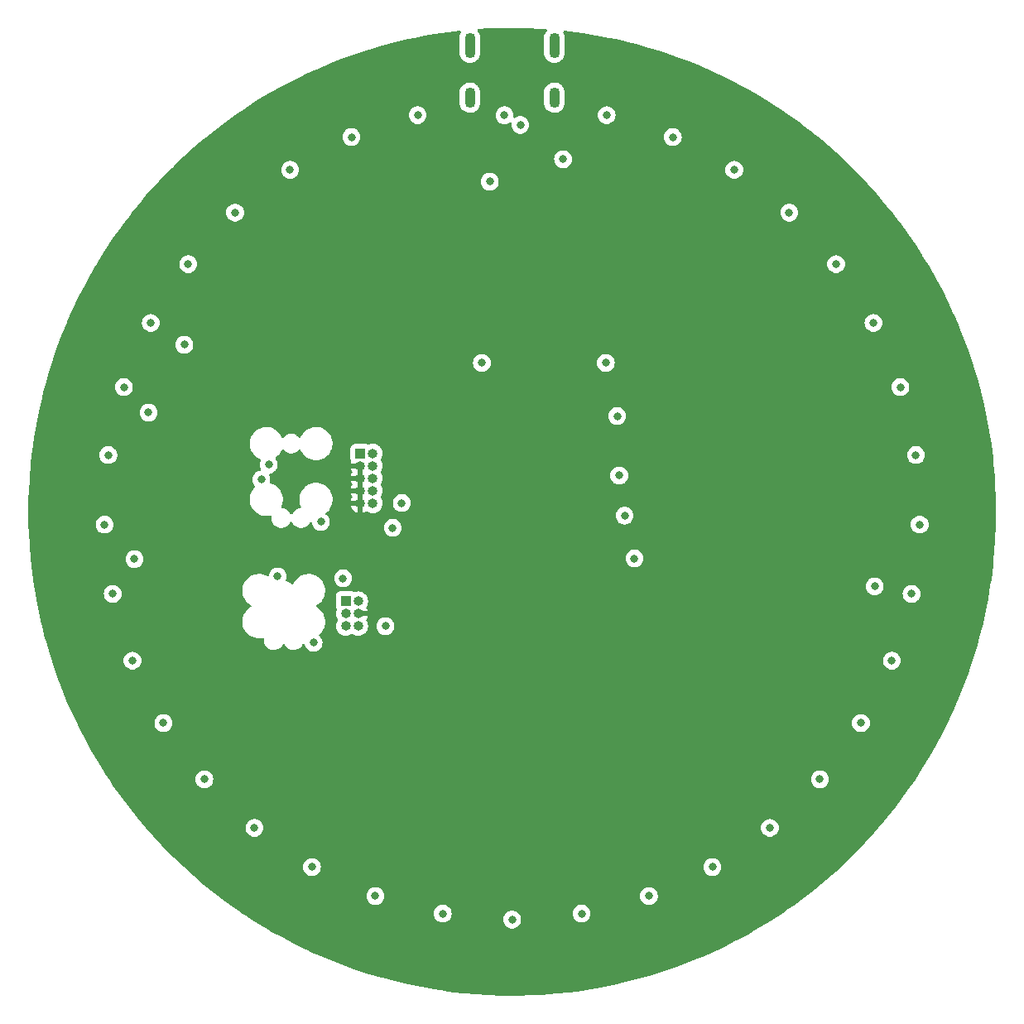
<source format=gbr>
%TF.GenerationSoftware,KiCad,Pcbnew,(6.0.7)*%
%TF.CreationDate,2022-10-20T10:19:37-04:00*%
%TF.ProjectId,SpiritBall,53706972-6974-4426-916c-6c2e6b696361,rev?*%
%TF.SameCoordinates,Original*%
%TF.FileFunction,Copper,L2,Inr*%
%TF.FilePolarity,Positive*%
%FSLAX46Y46*%
G04 Gerber Fmt 4.6, Leading zero omitted, Abs format (unit mm)*
G04 Created by KiCad (PCBNEW (6.0.7)) date 2022-10-20 10:19:37*
%MOMM*%
%LPD*%
G01*
G04 APERTURE LIST*
%TA.AperFunction,ComponentPad*%
%ADD10R,1.000000X1.000000*%
%TD*%
%TA.AperFunction,ComponentPad*%
%ADD11O,1.000000X1.000000*%
%TD*%
%TA.AperFunction,ComponentPad*%
%ADD12O,1.100000X2.100000*%
%TD*%
%TA.AperFunction,ComponentPad*%
%ADD13O,1.100000X2.600000*%
%TD*%
%TA.AperFunction,ViaPad*%
%ADD14C,0.800000*%
%TD*%
G04 APERTURE END LIST*
D10*
%TO.N,EN{slash}CHIP_PU*%
%TO.C,J3*%
X84582000Y-110744000D03*
D11*
%TO.N,Net-(D38-Pad2)*%
X85852000Y-110744000D03*
%TO.N,UART_0_TXD*%
X84582000Y-112014000D03*
%TO.N,GND*%
X85852000Y-112014000D03*
%TO.N,UART_0_RXD*%
X84582000Y-113284000D03*
%TO.N,GPIO0{slash}BOOT*%
X85852000Y-113284000D03*
%TD*%
D12*
%TO.N,unconnected-(J1-PadS1)*%
%TO.C,J1*%
X105920000Y-59240000D03*
X97280000Y-59240000D03*
D13*
X105920000Y-53880000D03*
X97280000Y-53880000D03*
%TD*%
D10*
%TO.N,Net-(D37-Pad2)*%
%TO.C,J4*%
X86077435Y-95634251D03*
D11*
%TO.N,/ESP32-S3/Debug/ESP_TMS*%
X87347435Y-95634251D03*
%TO.N,GND*%
X86077435Y-96904251D03*
%TO.N,/ESP32-S3/Debug/ESP_TCK*%
X87347435Y-96904251D03*
%TO.N,GND*%
X86077435Y-98174251D03*
%TO.N,/ESP32-S3/Debug/ESP_TDO*%
X87347435Y-98174251D03*
%TO.N,GND*%
X86077435Y-99444251D03*
%TO.N,/ESP32-S3/Debug/ESP_TDI*%
X87347435Y-99444251D03*
%TO.N,GND*%
X86077435Y-100714251D03*
%TO.N,unconnected-(J4-Pad10)*%
X87347435Y-100714251D03*
%TD*%
D14*
%TO.N,GND*%
X59733511Y-126955246D03*
X85181054Y-147709756D03*
X68344202Y-65687004D03*
X83413600Y-84505800D03*
X53653905Y-111441919D03*
X74942207Y-60550597D03*
X93268959Y-149831578D03*
X101600000Y-150545801D03*
X134855799Y-65687005D03*
X123926600Y-100558600D03*
X148202735Y-86637499D03*
X64660135Y-133711334D03*
X107696000Y-57150000D03*
X125627677Y-144242258D03*
X124041011Y-92908066D03*
X90256914Y-53986706D03*
X138539864Y-133711335D03*
X143466488Y-126955247D03*
X56028728Y-119459186D03*
X150069463Y-94788062D03*
X82318198Y-56612185D03*
X90906600Y-107035600D03*
X58224057Y-78923604D03*
X118018945Y-147709756D03*
X120881802Y-56612185D03*
X132535180Y-139530279D03*
X70664820Y-139530278D03*
X54997265Y-86637498D03*
X149546095Y-111441920D03*
X109931040Y-149831578D03*
X112215944Y-107054555D03*
X140483260Y-71871504D03*
X53130537Y-94788061D03*
X62716741Y-71871503D03*
X52678351Y-103137424D03*
X116916200Y-103860600D03*
X147171272Y-119459187D03*
X77572322Y-144242257D03*
X128257794Y-60550598D03*
X125476000Y-113792000D03*
X98552000Y-60706000D03*
X82300283Y-111217347D03*
X150521649Y-103137425D03*
X144975944Y-78923605D03*
X101574600Y-65557400D03*
X112943087Y-53986706D03*
%TO.N,EN{slash}CHIP_PU*%
X77622400Y-108204000D03*
X113106200Y-101981000D03*
%TO.N,/ESP32-S3/LED Data*%
X98501200Y-86360000D03*
X111175800Y-86360000D03*
%TO.N,UART_0_TXD*%
X84302600Y-108407200D03*
X89382600Y-103236971D03*
%TO.N,+5V*%
X142454949Y-109986316D03*
X73262677Y-70998476D03*
X140431359Y-116817843D03*
X64639284Y-82277405D03*
X115590612Y-140890202D03*
X141310270Y-88850427D03*
X138560715Y-82277405D03*
X127959920Y-133920454D03*
X129937322Y-70998475D03*
X111265463Y-61028631D03*
X124315151Y-66621734D03*
X118030056Y-63265806D03*
X68467508Y-76268298D03*
X122074025Y-137935540D03*
X87609389Y-140890202D03*
X99314000Y-67818000D03*
X137274506Y-123205248D03*
X108698894Y-142698210D03*
X60299088Y-95795536D03*
X91934536Y-61028631D03*
X62768642Y-116817843D03*
X81125976Y-137935540D03*
X138684000Y-109220000D03*
X61889730Y-88850428D03*
X101600000Y-143306800D03*
X68072000Y-84505800D03*
X60745051Y-109986317D03*
X78884848Y-66621735D03*
X85169943Y-63265807D03*
X142900912Y-95795535D03*
X143286220Y-102910042D03*
X94501107Y-142698210D03*
X59913780Y-102910043D03*
X65925494Y-123205249D03*
X75240081Y-133920455D03*
X134732491Y-76268297D03*
X62966600Y-106426000D03*
X64414400Y-91440000D03*
X133076522Y-128962122D03*
X70123479Y-128962123D03*
%TO.N,+3.3V*%
X114109888Y-106362112D03*
X112547400Y-97891600D03*
%TO.N,GPIO0{slash}BOOT*%
X88646000Y-113284000D03*
X81284283Y-114988896D03*
%TO.N,USB_D-*%
X106807000Y-65532000D03*
X112344742Y-91806598D03*
X100812600Y-61036200D03*
X102438700Y-62036100D03*
%TO.N,/ESP32-S3/Debug/ESP_TMS*%
X90311029Y-100696971D03*
X76708000Y-96774000D03*
%TO.N,/ESP32-S3/Debug/ESP_TCK*%
X75946000Y-98298000D03*
%TO.N,/ESP32-S3/Debug/ESP_TDO*%
X82042000Y-102616000D03*
%TD*%
%TA.AperFunction,Conductor*%
%TO.N,GND*%
G36*
X101947275Y-52109743D02*
G01*
X102353731Y-52118257D01*
X103325441Y-52138612D01*
X103328957Y-52138734D01*
X104414376Y-52191819D01*
X104705849Y-52206075D01*
X104709345Y-52206294D01*
X105032174Y-52231135D01*
X105098559Y-52256305D01*
X105140799Y-52313369D01*
X105145481Y-52384211D01*
X105119029Y-52437755D01*
X105042391Y-52529089D01*
X105039427Y-52534481D01*
X105039424Y-52534485D01*
X104981731Y-52639428D01*
X104942387Y-52710995D01*
X104879621Y-52908861D01*
X104878935Y-52914978D01*
X104878934Y-52914982D01*
X104877989Y-52923408D01*
X104861500Y-53070413D01*
X104861500Y-54682237D01*
X104861800Y-54685293D01*
X104861800Y-54685300D01*
X104876034Y-54830466D01*
X104876635Y-54836592D01*
X104936632Y-55035315D01*
X105034087Y-55218599D01*
X105082917Y-55278471D01*
X105161390Y-55374689D01*
X105161393Y-55374692D01*
X105165285Y-55379464D01*
X105170033Y-55383392D01*
X105170034Y-55383393D01*
X105260902Y-55458566D01*
X105325230Y-55511783D01*
X105330647Y-55514712D01*
X105330650Y-55514714D01*
X105502410Y-55607584D01*
X105502415Y-55607586D01*
X105507830Y-55610514D01*
X105706129Y-55671898D01*
X105712254Y-55672542D01*
X105712255Y-55672542D01*
X105906446Y-55692952D01*
X105906448Y-55692952D01*
X105912575Y-55693596D01*
X105998485Y-55685777D01*
X106113164Y-55675341D01*
X106113167Y-55675340D01*
X106119303Y-55674782D01*
X106125209Y-55673044D01*
X106125213Y-55673043D01*
X106312531Y-55617912D01*
X106312530Y-55617912D01*
X106318440Y-55616173D01*
X106502400Y-55520001D01*
X106664177Y-55389929D01*
X106669662Y-55383393D01*
X106793650Y-55235629D01*
X106797609Y-55230911D01*
X106800573Y-55225519D01*
X106800576Y-55225515D01*
X106894646Y-55054402D01*
X106897613Y-55049005D01*
X106960379Y-54851139D01*
X106961350Y-54842489D01*
X106978107Y-54693087D01*
X106978500Y-54689587D01*
X106978500Y-53077763D01*
X106977780Y-53070413D01*
X106963966Y-52929534D01*
X106963965Y-52929531D01*
X106963365Y-52923408D01*
X106909637Y-52745448D01*
X106905152Y-52730593D01*
X106905151Y-52730590D01*
X106903368Y-52724685D01*
X106830717Y-52588050D01*
X106816397Y-52518513D01*
X106841944Y-52452272D01*
X106899249Y-52410359D01*
X106955139Y-52403586D01*
X107458258Y-52456466D01*
X107461753Y-52456883D01*
X108828135Y-52639197D01*
X108831592Y-52639707D01*
X109356260Y-52724685D01*
X110192373Y-52860106D01*
X110195838Y-52860717D01*
X111549900Y-53119019D01*
X111553347Y-53119726D01*
X112203482Y-53262667D01*
X112899754Y-53415752D01*
X112903134Y-53416546D01*
X113473835Y-53558837D01*
X114240692Y-53750036D01*
X114244094Y-53750935D01*
X115571797Y-54121636D01*
X115575172Y-54122629D01*
X116892017Y-54530261D01*
X116895363Y-54531348D01*
X118200333Y-54975596D01*
X118203616Y-54976765D01*
X118988473Y-55268650D01*
X119495717Y-55457293D01*
X119498997Y-55458566D01*
X120777077Y-55974943D01*
X120780321Y-55976306D01*
X122043599Y-56528219D01*
X122046732Y-56529641D01*
X123294061Y-57116588D01*
X123297170Y-57118104D01*
X124356506Y-57653214D01*
X124527644Y-57739662D01*
X124530762Y-57741292D01*
X124739309Y-57854053D01*
X125743392Y-58396958D01*
X125746433Y-58398659D01*
X126940233Y-59087899D01*
X126943255Y-59089700D01*
X128117387Y-59812031D01*
X128120358Y-59813917D01*
X129273810Y-60568715D01*
X129276727Y-60570682D01*
X129671802Y-60845266D01*
X130408713Y-61357433D01*
X130411524Y-61359445D01*
X131153349Y-61906366D01*
X131521128Y-62177516D01*
X131523930Y-62179644D01*
X132438587Y-62894251D01*
X132610163Y-63028301D01*
X132612896Y-63030498D01*
X132889399Y-63259241D01*
X133675073Y-63909208D01*
X133677753Y-63911489D01*
X133977967Y-64174306D01*
X134629595Y-64744763D01*
X134714942Y-64819479D01*
X134717546Y-64821823D01*
X135723062Y-65752940D01*
X135729007Y-65758445D01*
X135731555Y-65760871D01*
X136716474Y-66725376D01*
X136718953Y-66727873D01*
X137676542Y-67719485D01*
X137678948Y-67722047D01*
X137939992Y-68007928D01*
X138608461Y-68739995D01*
X138610797Y-68742626D01*
X139511528Y-69786132D01*
X139513790Y-69788827D01*
X140350807Y-70815111D01*
X140385070Y-70857122D01*
X140387244Y-70859866D01*
X141195131Y-71908928D01*
X141228313Y-71952016D01*
X141230421Y-71954833D01*
X142040694Y-73070079D01*
X142042722Y-73072954D01*
X142821534Y-74210379D01*
X142823481Y-74213310D01*
X143570212Y-75372012D01*
X143572077Y-75374996D01*
X144286184Y-76554126D01*
X144287964Y-76557160D01*
X144968870Y-77755770D01*
X144970565Y-77758854D01*
X145617710Y-78975959D01*
X145619319Y-78979088D01*
X146232265Y-80213859D01*
X146233785Y-80217032D01*
X146785614Y-81411296D01*
X146811997Y-81468395D01*
X146813418Y-81471586D01*
X147242886Y-82473611D01*
X147356474Y-82738631D01*
X147357815Y-82741884D01*
X147865282Y-84023600D01*
X147866531Y-84026890D01*
X148338003Y-85322250D01*
X148339160Y-85325572D01*
X148774280Y-86633590D01*
X148775344Y-86636944D01*
X149173772Y-87956602D01*
X149174742Y-87959984D01*
X149272340Y-88319202D01*
X149519176Y-89227706D01*
X149536173Y-89290267D01*
X149537048Y-89293675D01*
X149861186Y-90633506D01*
X149861966Y-90636937D01*
X150148580Y-91985348D01*
X150149263Y-91988800D01*
X150395565Y-93330789D01*
X150398104Y-93344625D01*
X150398687Y-93348071D01*
X150466138Y-93783779D01*
X150609586Y-94710398D01*
X150610075Y-94713882D01*
X150782841Y-96081463D01*
X150783234Y-96084960D01*
X150820938Y-96469491D01*
X150915302Y-97431891D01*
X150917756Y-97456922D01*
X150918049Y-97460412D01*
X150949794Y-97914386D01*
X151014209Y-98835569D01*
X151014405Y-98839082D01*
X151072129Y-100216331D01*
X151072228Y-100219848D01*
X151091475Y-101598241D01*
X151091475Y-101601759D01*
X151072228Y-102980152D01*
X151072129Y-102983669D01*
X151014405Y-104360918D01*
X151014209Y-104364431D01*
X150921989Y-105683246D01*
X150918050Y-105739572D01*
X150917757Y-105743063D01*
X150851439Y-106419435D01*
X150783234Y-107115040D01*
X150782841Y-107118537D01*
X150610075Y-108486118D01*
X150609586Y-108489602D01*
X150518009Y-109081155D01*
X150402309Y-109828537D01*
X150398691Y-109851906D01*
X150398108Y-109855351D01*
X150198579Y-110942500D01*
X150149263Y-111211200D01*
X150148580Y-111214652D01*
X149861966Y-112563063D01*
X149861186Y-112566494D01*
X149681611Y-113308771D01*
X149568654Y-113775683D01*
X149537048Y-113906325D01*
X149536174Y-113909729D01*
X149478951Y-114120344D01*
X149174742Y-115240016D01*
X149173772Y-115243398D01*
X148775344Y-116563056D01*
X148774280Y-116566410D01*
X148339160Y-117874428D01*
X148338003Y-117877750D01*
X147866531Y-119173110D01*
X147865282Y-119176400D01*
X147357815Y-120458116D01*
X147356475Y-120461366D01*
X146911586Y-121499372D01*
X146813428Y-121728391D01*
X146812007Y-121731582D01*
X146496625Y-122414131D01*
X146233785Y-122982968D01*
X146232265Y-122986141D01*
X145619319Y-124220912D01*
X145617710Y-124224041D01*
X144970565Y-125441146D01*
X144968870Y-125444230D01*
X144287964Y-126642840D01*
X144286184Y-126645874D01*
X143572077Y-127825004D01*
X143570212Y-127827988D01*
X142823481Y-128986690D01*
X142821534Y-128989621D01*
X142042722Y-130127046D01*
X142040694Y-130129921D01*
X141230421Y-131245167D01*
X141228324Y-131247970D01*
X140804453Y-131798377D01*
X140387255Y-132340120D01*
X140385081Y-132342864D01*
X139655267Y-133237705D01*
X139513790Y-133411173D01*
X139511528Y-133413868D01*
X138610797Y-134457374D01*
X138608461Y-134460005D01*
X137678950Y-135477950D01*
X137676542Y-135480515D01*
X136718953Y-136472127D01*
X136716474Y-136474624D01*
X135731555Y-137439129D01*
X135729011Y-137441551D01*
X134794307Y-138307096D01*
X134717557Y-138378167D01*
X134714954Y-138380510D01*
X134323986Y-138722777D01*
X133677753Y-139288511D01*
X133675073Y-139290792D01*
X132735663Y-140067941D01*
X132612905Y-140169495D01*
X132610172Y-140171692D01*
X132158046Y-140524931D01*
X131523930Y-141020356D01*
X131521128Y-141022484D01*
X130411524Y-141840555D01*
X130408713Y-141842567D01*
X129811017Y-142257977D01*
X129276727Y-142629318D01*
X129273810Y-142631285D01*
X128120358Y-143386083D01*
X128117387Y-143387969D01*
X127368558Y-143848652D01*
X126963382Y-144097918D01*
X126943255Y-144110300D01*
X126940243Y-144112095D01*
X126337658Y-144459998D01*
X125746448Y-144801333D01*
X125743392Y-144803042D01*
X125399390Y-144989043D01*
X124530762Y-145458708D01*
X124527644Y-145460338D01*
X123297170Y-146081896D01*
X123294061Y-146083412D01*
X122046732Y-146670359D01*
X122043599Y-146671781D01*
X120850135Y-147193193D01*
X120780321Y-147223694D01*
X120777077Y-147225057D01*
X119498997Y-147741434D01*
X119495717Y-147742707D01*
X119103265Y-147888659D01*
X118203616Y-148223235D01*
X118200333Y-148224404D01*
X116895363Y-148668652D01*
X116892017Y-148669739D01*
X115575172Y-149077371D01*
X115571797Y-149078364D01*
X114244094Y-149449065D01*
X114240692Y-149449964D01*
X113554933Y-149620943D01*
X112903134Y-149783454D01*
X112899754Y-149784248D01*
X112330429Y-149909422D01*
X111553347Y-150080274D01*
X111549900Y-150080981D01*
X110195838Y-150339283D01*
X110192373Y-150339894D01*
X109589107Y-150437602D01*
X108831592Y-150560293D01*
X108828135Y-150560803D01*
X108107546Y-150656950D01*
X107461751Y-150743117D01*
X107458255Y-150743534D01*
X106087271Y-150887631D01*
X106083816Y-150887946D01*
X104709345Y-150993706D01*
X104705849Y-150993925D01*
X104414376Y-151008181D01*
X103328957Y-151061266D01*
X103325441Y-151061388D01*
X102354158Y-151081734D01*
X101947275Y-151090257D01*
X101943781Y-151090282D01*
X101293370Y-151085741D01*
X100565275Y-151080658D01*
X100561758Y-151080584D01*
X99184108Y-151032475D01*
X99180593Y-151032303D01*
X97804813Y-150945746D01*
X97801305Y-150945476D01*
X96782582Y-150852765D01*
X96428502Y-150820541D01*
X96425017Y-150820176D01*
X95056146Y-150656948D01*
X95052672Y-150656484D01*
X94758213Y-150613002D01*
X93688981Y-150455111D01*
X93685553Y-150454556D01*
X92327924Y-150215170D01*
X92324469Y-150214510D01*
X90974164Y-149937332D01*
X90970730Y-149936578D01*
X89628643Y-149621794D01*
X89625229Y-149620943D01*
X88292464Y-149268811D01*
X88289075Y-149267865D01*
X86966633Y-148878650D01*
X86963272Y-148877609D01*
X85652259Y-148451635D01*
X85648928Y-148450501D01*
X84350321Y-147988088D01*
X84347023Y-147986862D01*
X83061796Y-147488355D01*
X83058534Y-147487037D01*
X81787734Y-146952842D01*
X81784510Y-146951433D01*
X81166519Y-146671100D01*
X80529142Y-146381973D01*
X80525971Y-146380481D01*
X80494674Y-146365216D01*
X79286979Y-145776184D01*
X79283839Y-145774598D01*
X78062188Y-145135934D01*
X78059093Y-145134260D01*
X76855791Y-144461757D01*
X76852744Y-144459998D01*
X75668657Y-143754141D01*
X75665660Y-143752297D01*
X74674732Y-143123435D01*
X74501756Y-143013661D01*
X74498846Y-143011757D01*
X74033993Y-142698210D01*
X93587603Y-142698210D01*
X93607565Y-142888138D01*
X93666580Y-143069766D01*
X93669883Y-143075488D01*
X93669884Y-143075489D01*
X93690152Y-143110594D01*
X93762067Y-143235154D01*
X93889854Y-143377076D01*
X94044355Y-143489328D01*
X94050383Y-143492012D01*
X94050385Y-143492013D01*
X94075076Y-143503006D01*
X94218819Y-143567004D01*
X94312219Y-143586857D01*
X94399163Y-143605338D01*
X94399168Y-143605338D01*
X94405620Y-143606710D01*
X94596594Y-143606710D01*
X94603046Y-143605338D01*
X94603051Y-143605338D01*
X94689995Y-143586857D01*
X94783395Y-143567004D01*
X94927138Y-143503006D01*
X94951829Y-143492013D01*
X94951831Y-143492012D01*
X94957859Y-143489328D01*
X95112360Y-143377076D01*
X95175637Y-143306800D01*
X100686496Y-143306800D01*
X100706458Y-143496728D01*
X100765473Y-143678356D01*
X100860960Y-143843744D01*
X100988747Y-143985666D01*
X101143248Y-144097918D01*
X101149276Y-144100602D01*
X101149278Y-144100603D01*
X101311681Y-144172909D01*
X101317712Y-144175594D01*
X101411113Y-144195447D01*
X101498056Y-144213928D01*
X101498061Y-144213928D01*
X101504513Y-144215300D01*
X101695487Y-144215300D01*
X101701939Y-144213928D01*
X101701944Y-144213928D01*
X101788887Y-144195447D01*
X101882288Y-144175594D01*
X101888319Y-144172909D01*
X102050722Y-144100603D01*
X102050724Y-144100602D01*
X102056752Y-144097918D01*
X102211253Y-143985666D01*
X102339040Y-143843744D01*
X102434527Y-143678356D01*
X102493542Y-143496728D01*
X102513504Y-143306800D01*
X102493542Y-143116872D01*
X102434527Y-142935244D01*
X102339040Y-142769856D01*
X102274530Y-142698210D01*
X107785390Y-142698210D01*
X107805352Y-142888138D01*
X107864367Y-143069766D01*
X107867670Y-143075488D01*
X107867671Y-143075489D01*
X107887939Y-143110594D01*
X107959854Y-143235154D01*
X108087641Y-143377076D01*
X108242142Y-143489328D01*
X108248170Y-143492012D01*
X108248172Y-143492013D01*
X108272863Y-143503006D01*
X108416606Y-143567004D01*
X108510006Y-143586857D01*
X108596950Y-143605338D01*
X108596955Y-143605338D01*
X108603407Y-143606710D01*
X108794381Y-143606710D01*
X108800833Y-143605338D01*
X108800838Y-143605338D01*
X108887782Y-143586857D01*
X108981182Y-143567004D01*
X109124925Y-143503006D01*
X109149616Y-143492013D01*
X109149618Y-143492012D01*
X109155646Y-143489328D01*
X109310147Y-143377076D01*
X109437934Y-143235154D01*
X109509849Y-143110594D01*
X109530117Y-143075489D01*
X109530118Y-143075488D01*
X109533421Y-143069766D01*
X109592436Y-142888138D01*
X109612398Y-142698210D01*
X109592436Y-142508282D01*
X109533421Y-142326654D01*
X109437934Y-142161266D01*
X109310147Y-142019344D01*
X109155646Y-141907092D01*
X109149618Y-141904408D01*
X109149616Y-141904407D01*
X108987213Y-141832101D01*
X108987212Y-141832101D01*
X108981182Y-141829416D01*
X108887782Y-141809563D01*
X108800838Y-141791082D01*
X108800833Y-141791082D01*
X108794381Y-141789710D01*
X108603407Y-141789710D01*
X108596955Y-141791082D01*
X108596950Y-141791082D01*
X108510006Y-141809563D01*
X108416606Y-141829416D01*
X108410576Y-141832101D01*
X108410575Y-141832101D01*
X108248172Y-141904407D01*
X108248170Y-141904408D01*
X108242142Y-141907092D01*
X108087641Y-142019344D01*
X107959854Y-142161266D01*
X107864367Y-142326654D01*
X107805352Y-142508282D01*
X107785390Y-142698210D01*
X102274530Y-142698210D01*
X102251416Y-142672539D01*
X102215675Y-142632845D01*
X102215674Y-142632844D01*
X102211253Y-142627934D01*
X102056752Y-142515682D01*
X102050724Y-142512998D01*
X102050722Y-142512997D01*
X101888319Y-142440691D01*
X101888318Y-142440691D01*
X101882288Y-142438006D01*
X101788888Y-142418153D01*
X101701944Y-142399672D01*
X101701939Y-142399672D01*
X101695487Y-142398300D01*
X101504513Y-142398300D01*
X101498061Y-142399672D01*
X101498056Y-142399672D01*
X101411112Y-142418153D01*
X101317712Y-142438006D01*
X101311682Y-142440691D01*
X101311681Y-142440691D01*
X101149278Y-142512997D01*
X101149276Y-142512998D01*
X101143248Y-142515682D01*
X100988747Y-142627934D01*
X100984326Y-142632844D01*
X100984325Y-142632845D01*
X100948585Y-142672539D01*
X100860960Y-142769856D01*
X100765473Y-142935244D01*
X100706458Y-143116872D01*
X100686496Y-143306800D01*
X95175637Y-143306800D01*
X95240147Y-143235154D01*
X95312062Y-143110594D01*
X95332330Y-143075489D01*
X95332331Y-143075488D01*
X95335634Y-143069766D01*
X95394649Y-142888138D01*
X95414611Y-142698210D01*
X95394649Y-142508282D01*
X95335634Y-142326654D01*
X95240147Y-142161266D01*
X95112360Y-142019344D01*
X94957859Y-141907092D01*
X94951831Y-141904408D01*
X94951829Y-141904407D01*
X94789426Y-141832101D01*
X94789425Y-141832101D01*
X94783395Y-141829416D01*
X94689995Y-141809563D01*
X94603051Y-141791082D01*
X94603046Y-141791082D01*
X94596594Y-141789710D01*
X94405620Y-141789710D01*
X94399168Y-141791082D01*
X94399163Y-141791082D01*
X94312219Y-141809563D01*
X94218819Y-141829416D01*
X94212789Y-141832101D01*
X94212788Y-141832101D01*
X94050385Y-141904407D01*
X94050383Y-141904408D01*
X94044355Y-141907092D01*
X93889854Y-142019344D01*
X93762067Y-142161266D01*
X93666580Y-142326654D01*
X93607565Y-142508282D01*
X93587603Y-142698210D01*
X74033993Y-142698210D01*
X73752413Y-142508282D01*
X73356003Y-142240900D01*
X73353113Y-142238892D01*
X72232220Y-141436411D01*
X72229415Y-141434343D01*
X71512536Y-140890202D01*
X86695885Y-140890202D01*
X86696575Y-140896767D01*
X86709681Y-141021460D01*
X86715847Y-141080130D01*
X86774862Y-141261758D01*
X86870349Y-141427146D01*
X86998136Y-141569068D01*
X87152637Y-141681320D01*
X87158665Y-141684004D01*
X87158667Y-141684005D01*
X87321070Y-141756311D01*
X87327101Y-141758996D01*
X87420501Y-141778849D01*
X87507445Y-141797330D01*
X87507450Y-141797330D01*
X87513902Y-141798702D01*
X87704876Y-141798702D01*
X87711328Y-141797330D01*
X87711333Y-141797330D01*
X87798277Y-141778849D01*
X87891677Y-141758996D01*
X87897708Y-141756311D01*
X88060111Y-141684005D01*
X88060113Y-141684004D01*
X88066141Y-141681320D01*
X88220642Y-141569068D01*
X88348429Y-141427146D01*
X88443916Y-141261758D01*
X88502931Y-141080130D01*
X88509098Y-141021460D01*
X88522203Y-140896767D01*
X88522893Y-140890202D01*
X114677108Y-140890202D01*
X114677798Y-140896767D01*
X114690904Y-141021460D01*
X114697070Y-141080130D01*
X114756085Y-141261758D01*
X114851572Y-141427146D01*
X114979359Y-141569068D01*
X115133860Y-141681320D01*
X115139888Y-141684004D01*
X115139890Y-141684005D01*
X115302293Y-141756311D01*
X115308324Y-141758996D01*
X115401724Y-141778849D01*
X115488668Y-141797330D01*
X115488673Y-141797330D01*
X115495125Y-141798702D01*
X115686099Y-141798702D01*
X115692551Y-141797330D01*
X115692556Y-141797330D01*
X115779500Y-141778849D01*
X115872900Y-141758996D01*
X115878931Y-141756311D01*
X116041334Y-141684005D01*
X116041336Y-141684004D01*
X116047364Y-141681320D01*
X116201865Y-141569068D01*
X116329652Y-141427146D01*
X116425139Y-141261758D01*
X116484154Y-141080130D01*
X116490321Y-141021460D01*
X116503426Y-140896767D01*
X116504116Y-140890202D01*
X116484154Y-140700274D01*
X116425139Y-140518646D01*
X116329652Y-140353258D01*
X116201865Y-140211336D01*
X116047364Y-140099084D01*
X116041336Y-140096400D01*
X116041334Y-140096399D01*
X115878931Y-140024093D01*
X115878930Y-140024093D01*
X115872900Y-140021408D01*
X115779500Y-140001555D01*
X115692556Y-139983074D01*
X115692551Y-139983074D01*
X115686099Y-139981702D01*
X115495125Y-139981702D01*
X115488673Y-139983074D01*
X115488668Y-139983074D01*
X115401724Y-140001555D01*
X115308324Y-140021408D01*
X115302294Y-140024093D01*
X115302293Y-140024093D01*
X115139890Y-140096399D01*
X115139888Y-140096400D01*
X115133860Y-140099084D01*
X114979359Y-140211336D01*
X114851572Y-140353258D01*
X114756085Y-140518646D01*
X114697070Y-140700274D01*
X114677108Y-140890202D01*
X88522893Y-140890202D01*
X88502931Y-140700274D01*
X88443916Y-140518646D01*
X88348429Y-140353258D01*
X88220642Y-140211336D01*
X88066141Y-140099084D01*
X88060113Y-140096400D01*
X88060111Y-140096399D01*
X87897708Y-140024093D01*
X87897707Y-140024093D01*
X87891677Y-140021408D01*
X87798277Y-140001555D01*
X87711333Y-139983074D01*
X87711328Y-139983074D01*
X87704876Y-139981702D01*
X87513902Y-139981702D01*
X87507450Y-139983074D01*
X87507445Y-139983074D01*
X87420501Y-140001555D01*
X87327101Y-140021408D01*
X87321071Y-140024093D01*
X87321070Y-140024093D01*
X87158667Y-140096399D01*
X87158665Y-140096400D01*
X87152637Y-140099084D01*
X86998136Y-140211336D01*
X86870349Y-140353258D01*
X86774862Y-140518646D01*
X86715847Y-140700274D01*
X86695885Y-140890202D01*
X71512536Y-140890202D01*
X71131392Y-140600898D01*
X71128630Y-140598740D01*
X70054297Y-139734954D01*
X70051586Y-139732711D01*
X69001796Y-138839270D01*
X68999149Y-138836952D01*
X68751987Y-138614406D01*
X67998028Y-137935540D01*
X80212472Y-137935540D01*
X80232434Y-138125468D01*
X80291449Y-138307096D01*
X80386936Y-138472484D01*
X80514723Y-138614406D01*
X80669224Y-138726658D01*
X80675252Y-138729342D01*
X80675254Y-138729343D01*
X80837657Y-138801649D01*
X80843688Y-138804334D01*
X80937089Y-138824187D01*
X81024032Y-138842668D01*
X81024037Y-138842668D01*
X81030489Y-138844040D01*
X81221463Y-138844040D01*
X81227915Y-138842668D01*
X81227920Y-138842668D01*
X81314863Y-138824187D01*
X81408264Y-138804334D01*
X81414295Y-138801649D01*
X81576698Y-138729343D01*
X81576700Y-138729342D01*
X81582728Y-138726658D01*
X81737229Y-138614406D01*
X81865016Y-138472484D01*
X81960503Y-138307096D01*
X82019518Y-138125468D01*
X82039480Y-137935540D01*
X121160521Y-137935540D01*
X121180483Y-138125468D01*
X121239498Y-138307096D01*
X121334985Y-138472484D01*
X121462772Y-138614406D01*
X121617273Y-138726658D01*
X121623301Y-138729342D01*
X121623303Y-138729343D01*
X121785706Y-138801649D01*
X121791737Y-138804334D01*
X121885138Y-138824187D01*
X121972081Y-138842668D01*
X121972086Y-138842668D01*
X121978538Y-138844040D01*
X122169512Y-138844040D01*
X122175964Y-138842668D01*
X122175969Y-138842668D01*
X122262912Y-138824187D01*
X122356313Y-138804334D01*
X122362344Y-138801649D01*
X122524747Y-138729343D01*
X122524749Y-138729342D01*
X122530777Y-138726658D01*
X122685278Y-138614406D01*
X122813065Y-138472484D01*
X122908552Y-138307096D01*
X122967567Y-138125468D01*
X122987529Y-137935540D01*
X122967567Y-137745612D01*
X122908552Y-137563984D01*
X122813065Y-137398596D01*
X122685278Y-137256674D01*
X122530777Y-137144422D01*
X122524749Y-137141738D01*
X122524747Y-137141737D01*
X122362344Y-137069431D01*
X122362343Y-137069431D01*
X122356313Y-137066746D01*
X122262912Y-137046893D01*
X122175969Y-137028412D01*
X122175964Y-137028412D01*
X122169512Y-137027040D01*
X121978538Y-137027040D01*
X121972086Y-137028412D01*
X121972081Y-137028412D01*
X121885138Y-137046893D01*
X121791737Y-137066746D01*
X121785707Y-137069431D01*
X121785706Y-137069431D01*
X121623303Y-137141737D01*
X121623301Y-137141738D01*
X121617273Y-137144422D01*
X121462772Y-137256674D01*
X121334985Y-137398596D01*
X121239498Y-137563984D01*
X121180483Y-137745612D01*
X121160521Y-137935540D01*
X82039480Y-137935540D01*
X82019518Y-137745612D01*
X81960503Y-137563984D01*
X81865016Y-137398596D01*
X81737229Y-137256674D01*
X81582728Y-137144422D01*
X81576700Y-137141738D01*
X81576698Y-137141737D01*
X81414295Y-137069431D01*
X81414294Y-137069431D01*
X81408264Y-137066746D01*
X81314863Y-137046893D01*
X81227920Y-137028412D01*
X81227915Y-137028412D01*
X81221463Y-137027040D01*
X81030489Y-137027040D01*
X81024037Y-137028412D01*
X81024032Y-137028412D01*
X80937089Y-137046893D01*
X80843688Y-137066746D01*
X80837658Y-137069431D01*
X80837657Y-137069431D01*
X80675254Y-137141737D01*
X80675252Y-137141738D01*
X80669224Y-137144422D01*
X80514723Y-137256674D01*
X80386936Y-137398596D01*
X80291449Y-137563984D01*
X80232434Y-137745612D01*
X80212472Y-137935540D01*
X67998028Y-137935540D01*
X67974754Y-137914584D01*
X67972175Y-137912196D01*
X66973884Y-136961536D01*
X66971370Y-136959074D01*
X66000031Y-135980931D01*
X65997587Y-135978400D01*
X65699860Y-135661352D01*
X65053954Y-134973532D01*
X65051582Y-134970935D01*
X64891491Y-134790620D01*
X64136320Y-133940051D01*
X64134057Y-133937429D01*
X64119814Y-133920455D01*
X74326577Y-133920455D01*
X74346539Y-134110383D01*
X74405554Y-134292011D01*
X74501041Y-134457399D01*
X74628828Y-134599321D01*
X74783329Y-134711573D01*
X74789357Y-134714257D01*
X74789359Y-134714258D01*
X74951760Y-134786563D01*
X74957793Y-134789249D01*
X75051194Y-134809102D01*
X75138137Y-134827583D01*
X75138142Y-134827583D01*
X75144594Y-134828955D01*
X75335568Y-134828955D01*
X75342020Y-134827583D01*
X75342025Y-134827583D01*
X75428968Y-134809102D01*
X75522369Y-134789249D01*
X75528402Y-134786563D01*
X75690803Y-134714258D01*
X75690805Y-134714257D01*
X75696833Y-134711573D01*
X75851334Y-134599321D01*
X75979121Y-134457399D01*
X76074608Y-134292011D01*
X76133623Y-134110383D01*
X76153585Y-133920455D01*
X76153585Y-133920454D01*
X127046416Y-133920454D01*
X127066378Y-134110382D01*
X127125393Y-134292010D01*
X127220880Y-134457398D01*
X127348667Y-134599320D01*
X127503168Y-134711572D01*
X127509196Y-134714256D01*
X127509198Y-134714257D01*
X127671601Y-134786563D01*
X127677632Y-134789248D01*
X127771032Y-134809101D01*
X127857976Y-134827582D01*
X127857981Y-134827582D01*
X127864433Y-134828954D01*
X128055407Y-134828954D01*
X128061859Y-134827582D01*
X128061864Y-134827582D01*
X128148808Y-134809101D01*
X128242208Y-134789248D01*
X128248239Y-134786563D01*
X128410642Y-134714257D01*
X128410644Y-134714256D01*
X128416672Y-134711572D01*
X128571173Y-134599320D01*
X128698960Y-134457398D01*
X128794447Y-134292010D01*
X128853462Y-134110382D01*
X128873424Y-133920454D01*
X128853462Y-133730526D01*
X128794447Y-133548898D01*
X128698960Y-133383510D01*
X128571173Y-133241588D01*
X128416672Y-133129336D01*
X128410644Y-133126652D01*
X128410642Y-133126651D01*
X128248239Y-133054345D01*
X128248238Y-133054345D01*
X128242208Y-133051660D01*
X128148807Y-133031807D01*
X128061864Y-133013326D01*
X128061859Y-133013326D01*
X128055407Y-133011954D01*
X127864433Y-133011954D01*
X127857981Y-133013326D01*
X127857976Y-133013326D01*
X127771033Y-133031807D01*
X127677632Y-133051660D01*
X127671602Y-133054345D01*
X127671601Y-133054345D01*
X127509198Y-133126651D01*
X127509196Y-133126652D01*
X127503168Y-133129336D01*
X127348667Y-133241588D01*
X127220880Y-133383510D01*
X127125393Y-133548898D01*
X127066378Y-133730526D01*
X127046416Y-133920454D01*
X76153585Y-133920454D01*
X76133623Y-133730527D01*
X76074608Y-133548899D01*
X75979121Y-133383511D01*
X75851334Y-133241589D01*
X75696833Y-133129337D01*
X75690805Y-133126653D01*
X75690803Y-133126652D01*
X75528400Y-133054346D01*
X75528397Y-133054345D01*
X75522369Y-133051661D01*
X75428969Y-133031808D01*
X75342025Y-133013327D01*
X75342020Y-133013327D01*
X75335568Y-133011955D01*
X75144594Y-133011955D01*
X75138142Y-133013327D01*
X75138137Y-133013327D01*
X75051193Y-133031808D01*
X74957793Y-133051661D01*
X74951765Y-133054345D01*
X74951762Y-133054346D01*
X74789359Y-133126652D01*
X74789357Y-133126653D01*
X74783329Y-133129337D01*
X74628828Y-133241589D01*
X74501041Y-133383511D01*
X74405554Y-133548899D01*
X74346539Y-133730527D01*
X74326577Y-133920455D01*
X64119814Y-133920455D01*
X63247959Y-132881417D01*
X63245738Y-132878694D01*
X62389489Y-131798377D01*
X62387342Y-131795589D01*
X61561581Y-130691772D01*
X61559513Y-130688925D01*
X60764914Y-129562508D01*
X60762926Y-129559605D01*
X60365960Y-128962123D01*
X69209975Y-128962123D01*
X69229937Y-129152051D01*
X69288952Y-129333679D01*
X69384439Y-129499067D01*
X69388857Y-129503974D01*
X69388858Y-129503975D01*
X69440261Y-129561064D01*
X69512226Y-129640989D01*
X69666727Y-129753241D01*
X69672755Y-129755925D01*
X69672757Y-129755926D01*
X69835158Y-129828231D01*
X69841191Y-129830917D01*
X69934592Y-129850770D01*
X70021535Y-129869251D01*
X70021540Y-129869251D01*
X70027992Y-129870623D01*
X70218966Y-129870623D01*
X70225418Y-129869251D01*
X70225423Y-129869251D01*
X70312366Y-129850770D01*
X70405767Y-129830917D01*
X70411800Y-129828231D01*
X70574201Y-129755926D01*
X70574203Y-129755925D01*
X70580231Y-129753241D01*
X70734732Y-129640989D01*
X70806697Y-129561064D01*
X70858100Y-129503975D01*
X70858101Y-129503974D01*
X70862519Y-129499067D01*
X70958006Y-129333679D01*
X71017021Y-129152051D01*
X71036983Y-128962123D01*
X71036983Y-128962122D01*
X132163018Y-128962122D01*
X132182980Y-129152050D01*
X132241995Y-129333678D01*
X132337482Y-129499066D01*
X132465269Y-129640988D01*
X132619770Y-129753240D01*
X132625798Y-129755924D01*
X132625800Y-129755925D01*
X132788203Y-129828231D01*
X132794234Y-129830916D01*
X132887634Y-129850769D01*
X132974578Y-129869250D01*
X132974583Y-129869250D01*
X132981035Y-129870622D01*
X133172009Y-129870622D01*
X133178461Y-129869250D01*
X133178466Y-129869250D01*
X133265410Y-129850769D01*
X133358810Y-129830916D01*
X133364841Y-129828231D01*
X133527244Y-129755925D01*
X133527246Y-129755924D01*
X133533274Y-129753240D01*
X133687775Y-129640988D01*
X133815562Y-129499066D01*
X133911049Y-129333678D01*
X133970064Y-129152050D01*
X133990026Y-128962122D01*
X133970064Y-128772194D01*
X133911049Y-128590566D01*
X133815562Y-128425178D01*
X133801853Y-128409952D01*
X133692197Y-128288167D01*
X133692196Y-128288166D01*
X133687775Y-128283256D01*
X133533274Y-128171004D01*
X133527246Y-128168320D01*
X133527244Y-128168319D01*
X133364841Y-128096013D01*
X133364840Y-128096013D01*
X133358810Y-128093328D01*
X133265410Y-128073475D01*
X133178466Y-128054994D01*
X133178461Y-128054994D01*
X133172009Y-128053622D01*
X132981035Y-128053622D01*
X132974583Y-128054994D01*
X132974578Y-128054994D01*
X132887634Y-128073475D01*
X132794234Y-128093328D01*
X132788204Y-128096013D01*
X132788203Y-128096013D01*
X132625800Y-128168319D01*
X132625798Y-128168320D01*
X132619770Y-128171004D01*
X132465269Y-128283256D01*
X132460848Y-128288166D01*
X132460847Y-128288167D01*
X132351192Y-128409952D01*
X132337482Y-128425178D01*
X132241995Y-128590566D01*
X132182980Y-128772194D01*
X132163018Y-128962122D01*
X71036983Y-128962122D01*
X71017021Y-128772195D01*
X70958006Y-128590567D01*
X70862519Y-128425179D01*
X70734732Y-128283257D01*
X70580231Y-128171005D01*
X70574203Y-128168321D01*
X70574201Y-128168320D01*
X70411798Y-128096014D01*
X70411795Y-128096013D01*
X70405767Y-128093329D01*
X70312367Y-128073476D01*
X70225423Y-128054995D01*
X70225418Y-128054995D01*
X70218966Y-128053623D01*
X70027992Y-128053623D01*
X70021540Y-128054995D01*
X70021535Y-128054995D01*
X69934591Y-128073476D01*
X69841191Y-128093329D01*
X69835163Y-128096013D01*
X69835160Y-128096014D01*
X69672757Y-128168320D01*
X69672755Y-128168321D01*
X69666727Y-128171005D01*
X69512226Y-128283257D01*
X69384439Y-128425179D01*
X69288952Y-128590567D01*
X69229937Y-128772195D01*
X69209975Y-128962123D01*
X60365960Y-128962123D01*
X60239771Y-128772194D01*
X60000066Y-128411410D01*
X59998171Y-128408469D01*
X59919930Y-128283256D01*
X59267674Y-127239428D01*
X59265851Y-127236418D01*
X58568286Y-126047448D01*
X58566548Y-126044389D01*
X57902431Y-124836365D01*
X57900780Y-124833258D01*
X57414982Y-123887998D01*
X57270694Y-123607243D01*
X57269132Y-123604099D01*
X57258797Y-123582527D01*
X57078036Y-123205249D01*
X65011990Y-123205249D01*
X65031952Y-123395177D01*
X65090967Y-123576805D01*
X65186454Y-123742193D01*
X65314241Y-123884115D01*
X65468742Y-123996367D01*
X65474770Y-123999051D01*
X65474772Y-123999052D01*
X65637173Y-124071357D01*
X65643206Y-124074043D01*
X65736606Y-124093896D01*
X65823550Y-124112377D01*
X65823555Y-124112377D01*
X65830007Y-124113749D01*
X66020981Y-124113749D01*
X66027433Y-124112377D01*
X66027438Y-124112377D01*
X66114382Y-124093896D01*
X66207782Y-124074043D01*
X66213815Y-124071357D01*
X66376216Y-123999052D01*
X66376218Y-123999051D01*
X66382246Y-123996367D01*
X66536747Y-123884115D01*
X66664534Y-123742193D01*
X66760021Y-123576805D01*
X66819036Y-123395177D01*
X66838998Y-123205249D01*
X66838998Y-123205248D01*
X136361002Y-123205248D01*
X136380964Y-123395176D01*
X136439979Y-123576804D01*
X136535466Y-123742192D01*
X136663253Y-123884114D01*
X136817754Y-123996366D01*
X136823782Y-123999050D01*
X136823784Y-123999051D01*
X136960825Y-124060065D01*
X136992218Y-124074042D01*
X137085619Y-124093895D01*
X137172562Y-124112376D01*
X137172567Y-124112376D01*
X137179019Y-124113748D01*
X137369993Y-124113748D01*
X137376445Y-124112376D01*
X137376450Y-124112376D01*
X137463393Y-124093895D01*
X137556794Y-124074042D01*
X137588187Y-124060065D01*
X137725228Y-123999051D01*
X137725230Y-123999050D01*
X137731258Y-123996366D01*
X137885759Y-123884114D01*
X138013546Y-123742192D01*
X138109033Y-123576804D01*
X138168048Y-123395176D01*
X138188010Y-123205248D01*
X138168048Y-123015320D01*
X138109033Y-122833692D01*
X138013546Y-122668304D01*
X137885759Y-122526382D01*
X137731258Y-122414130D01*
X137725230Y-122411446D01*
X137725228Y-122411445D01*
X137562825Y-122339139D01*
X137562824Y-122339139D01*
X137556794Y-122336454D01*
X137463393Y-122316601D01*
X137376450Y-122298120D01*
X137376445Y-122298120D01*
X137369993Y-122296748D01*
X137179019Y-122296748D01*
X137172567Y-122298120D01*
X137172562Y-122298120D01*
X137085619Y-122316601D01*
X136992218Y-122336454D01*
X136986188Y-122339139D01*
X136986187Y-122339139D01*
X136823784Y-122411445D01*
X136823782Y-122411446D01*
X136817754Y-122414130D01*
X136663253Y-122526382D01*
X136535466Y-122668304D01*
X136439979Y-122833692D01*
X136380964Y-123015320D01*
X136361002Y-123205248D01*
X66838998Y-123205248D01*
X66819036Y-123015321D01*
X66760021Y-122833693D01*
X66664534Y-122668305D01*
X66536747Y-122526383D01*
X66382246Y-122414131D01*
X66376218Y-122411447D01*
X66376216Y-122411446D01*
X66213813Y-122339140D01*
X66213810Y-122339139D01*
X66207782Y-122336455D01*
X66114382Y-122316602D01*
X66027438Y-122298121D01*
X66027433Y-122298121D01*
X66020981Y-122296749D01*
X65830007Y-122296749D01*
X65823555Y-122298121D01*
X65823550Y-122298121D01*
X65736606Y-122316602D01*
X65643206Y-122336455D01*
X65637178Y-122339139D01*
X65637175Y-122339140D01*
X65474772Y-122411446D01*
X65474770Y-122411447D01*
X65468742Y-122414131D01*
X65314241Y-122526383D01*
X65186454Y-122668305D01*
X65090967Y-122833693D01*
X65031952Y-123015321D01*
X65011990Y-123205249D01*
X57078036Y-123205249D01*
X56984029Y-123009042D01*
X56673494Y-122360905D01*
X56672018Y-122357711D01*
X56111327Y-121098380D01*
X56109941Y-121095146D01*
X55584632Y-119820648D01*
X55583337Y-119817377D01*
X55477091Y-119537684D01*
X55093805Y-118528675D01*
X55092621Y-118525420D01*
X54866506Y-117876104D01*
X54639287Y-117223622D01*
X54638177Y-117220286D01*
X54510514Y-116817843D01*
X61855138Y-116817843D01*
X61875100Y-117007771D01*
X61934115Y-117189399D01*
X62029602Y-117354787D01*
X62157389Y-117496709D01*
X62311890Y-117608961D01*
X62317918Y-117611645D01*
X62317920Y-117611646D01*
X62480323Y-117683952D01*
X62486354Y-117686637D01*
X62579755Y-117706490D01*
X62666698Y-117724971D01*
X62666703Y-117724971D01*
X62673155Y-117726343D01*
X62864129Y-117726343D01*
X62870581Y-117724971D01*
X62870586Y-117724971D01*
X62957529Y-117706490D01*
X63050930Y-117686637D01*
X63056961Y-117683952D01*
X63219364Y-117611646D01*
X63219366Y-117611645D01*
X63225394Y-117608961D01*
X63379895Y-117496709D01*
X63507682Y-117354787D01*
X63603169Y-117189399D01*
X63662184Y-117007771D01*
X63682146Y-116817843D01*
X139517855Y-116817843D01*
X139537817Y-117007771D01*
X139596832Y-117189399D01*
X139692319Y-117354787D01*
X139820106Y-117496709D01*
X139974607Y-117608961D01*
X139980635Y-117611645D01*
X139980637Y-117611646D01*
X140143040Y-117683952D01*
X140149071Y-117686637D01*
X140242472Y-117706490D01*
X140329415Y-117724971D01*
X140329420Y-117724971D01*
X140335872Y-117726343D01*
X140526846Y-117726343D01*
X140533298Y-117724971D01*
X140533303Y-117724971D01*
X140620246Y-117706490D01*
X140713647Y-117686637D01*
X140719678Y-117683952D01*
X140882081Y-117611646D01*
X140882083Y-117611645D01*
X140888111Y-117608961D01*
X141042612Y-117496709D01*
X141170399Y-117354787D01*
X141265886Y-117189399D01*
X141324901Y-117007771D01*
X141344863Y-116817843D01*
X141324901Y-116627915D01*
X141265886Y-116446287D01*
X141170399Y-116280899D01*
X141097556Y-116199998D01*
X141047034Y-116143888D01*
X141047033Y-116143887D01*
X141042612Y-116138977D01*
X140888111Y-116026725D01*
X140882083Y-116024041D01*
X140882081Y-116024040D01*
X140719678Y-115951734D01*
X140719677Y-115951734D01*
X140713647Y-115949049D01*
X140620247Y-115929196D01*
X140533303Y-115910715D01*
X140533298Y-115910715D01*
X140526846Y-115909343D01*
X140335872Y-115909343D01*
X140329420Y-115910715D01*
X140329415Y-115910715D01*
X140242471Y-115929196D01*
X140149071Y-115949049D01*
X140143041Y-115951734D01*
X140143040Y-115951734D01*
X139980637Y-116024040D01*
X139980635Y-116024041D01*
X139974607Y-116026725D01*
X139820106Y-116138977D01*
X139815685Y-116143887D01*
X139815684Y-116143888D01*
X139765163Y-116199998D01*
X139692319Y-116280899D01*
X139596832Y-116446287D01*
X139537817Y-116627915D01*
X139517855Y-116817843D01*
X63682146Y-116817843D01*
X63662184Y-116627915D01*
X63603169Y-116446287D01*
X63507682Y-116280899D01*
X63434839Y-116199998D01*
X63384317Y-116143888D01*
X63384316Y-116143887D01*
X63379895Y-116138977D01*
X63225394Y-116026725D01*
X63219366Y-116024041D01*
X63219364Y-116024040D01*
X63056961Y-115951734D01*
X63056960Y-115951734D01*
X63050930Y-115949049D01*
X62957530Y-115929196D01*
X62870586Y-115910715D01*
X62870581Y-115910715D01*
X62864129Y-115909343D01*
X62673155Y-115909343D01*
X62666703Y-115910715D01*
X62666698Y-115910715D01*
X62579754Y-115929196D01*
X62486354Y-115949049D01*
X62480324Y-115951734D01*
X62480323Y-115951734D01*
X62317920Y-116024040D01*
X62317918Y-116024041D01*
X62311890Y-116026725D01*
X62157389Y-116138977D01*
X62152968Y-116143887D01*
X62152967Y-116143888D01*
X62102446Y-116199998D01*
X62029602Y-116280899D01*
X61934115Y-116446287D01*
X61875100Y-116627915D01*
X61855138Y-116817843D01*
X54510514Y-116817843D01*
X54221344Y-115906264D01*
X54220335Y-115902920D01*
X54185863Y-115782699D01*
X53840364Y-114577804D01*
X53839445Y-114574419D01*
X53825677Y-114520794D01*
X53600637Y-113644324D01*
X53496635Y-113239261D01*
X53495807Y-113235841D01*
X53383354Y-112740876D01*
X73997673Y-112740876D01*
X74003752Y-112998833D01*
X74004586Y-113003537D01*
X74046057Y-113237536D01*
X74048780Y-113252903D01*
X74050318Y-113257433D01*
X74050318Y-113257434D01*
X74058146Y-113280495D01*
X74131721Y-113497238D01*
X74133925Y-113501480D01*
X74133925Y-113501481D01*
X74235063Y-113696179D01*
X74250666Y-113726217D01*
X74253492Y-113730085D01*
X74253493Y-113730087D01*
X74323454Y-113825852D01*
X74402877Y-113934569D01*
X74406248Y-113937958D01*
X74406250Y-113937960D01*
X74581477Y-114114107D01*
X74581482Y-114114111D01*
X74584853Y-114117500D01*
X74792405Y-114270800D01*
X74796635Y-114273026D01*
X74796639Y-114273028D01*
X75006033Y-114383195D01*
X75020758Y-114390942D01*
X75264656Y-114475161D01*
X75518486Y-114521519D01*
X75601050Y-114525846D01*
X75761896Y-114525846D01*
X75764275Y-114525665D01*
X75764276Y-114525665D01*
X75948802Y-114511629D01*
X75948807Y-114511628D01*
X75953569Y-114511266D01*
X75958222Y-114510187D01*
X75958225Y-114510187D01*
X76067137Y-114484942D01*
X76138015Y-114489046D01*
X76195422Y-114530817D01*
X76221133Y-114596995D01*
X76221415Y-114614276D01*
X76212511Y-114784184D01*
X76243005Y-114985818D01*
X76313420Y-115177202D01*
X76420881Y-115350518D01*
X76560997Y-115498687D01*
X76566227Y-115502349D01*
X76566228Y-115502350D01*
X76722811Y-115611990D01*
X76728044Y-115615654D01*
X76915199Y-115696643D01*
X76921447Y-115697948D01*
X76921446Y-115697948D01*
X77110071Y-115737355D01*
X77110075Y-115737355D01*
X77114816Y-115738346D01*
X77119653Y-115738599D01*
X77119657Y-115738600D01*
X77119723Y-115738603D01*
X77121495Y-115738696D01*
X77271250Y-115738696D01*
X77343896Y-115731317D01*
X77416817Y-115723910D01*
X77416818Y-115723910D01*
X77423166Y-115723265D01*
X77617761Y-115662282D01*
X77796120Y-115563417D01*
X77950956Y-115430706D01*
X78075944Y-115269572D01*
X78078757Y-115263855D01*
X78078764Y-115263844D01*
X78120710Y-115178598D01*
X78168732Y-115126307D01*
X78237402Y-115108281D01*
X78304917Y-115130241D01*
X78345388Y-115177114D01*
X78345420Y-115177202D01*
X78452881Y-115350518D01*
X78592997Y-115498687D01*
X78598227Y-115502349D01*
X78598228Y-115502350D01*
X78754811Y-115611990D01*
X78760044Y-115615654D01*
X78947199Y-115696643D01*
X78953447Y-115697948D01*
X78953446Y-115697948D01*
X79142071Y-115737355D01*
X79142075Y-115737355D01*
X79146816Y-115738346D01*
X79151653Y-115738599D01*
X79151657Y-115738600D01*
X79151723Y-115738603D01*
X79153495Y-115738696D01*
X79303250Y-115738696D01*
X79375896Y-115731317D01*
X79448817Y-115723910D01*
X79448818Y-115723910D01*
X79455166Y-115723265D01*
X79649761Y-115662282D01*
X79828120Y-115563417D01*
X79982956Y-115430706D01*
X80107944Y-115269572D01*
X80110757Y-115263855D01*
X80110764Y-115263844D01*
X80159031Y-115165752D01*
X80207053Y-115113461D01*
X80275723Y-115095435D01*
X80343238Y-115117395D01*
X80388162Y-115172371D01*
X80391917Y-115182443D01*
X80449756Y-115360452D01*
X80545243Y-115525840D01*
X80673030Y-115667762D01*
X80827531Y-115780014D01*
X80833559Y-115782698D01*
X80833561Y-115782699D01*
X80995964Y-115855005D01*
X81001995Y-115857690D01*
X81095395Y-115877543D01*
X81182339Y-115896024D01*
X81182344Y-115896024D01*
X81188796Y-115897396D01*
X81379770Y-115897396D01*
X81386222Y-115896024D01*
X81386227Y-115896024D01*
X81473171Y-115877543D01*
X81566571Y-115857690D01*
X81572602Y-115855005D01*
X81735005Y-115782699D01*
X81735007Y-115782698D01*
X81741035Y-115780014D01*
X81895536Y-115667762D01*
X82023323Y-115525840D01*
X82118810Y-115360452D01*
X82177825Y-115178824D01*
X82184282Y-115117395D01*
X82197097Y-114995461D01*
X82197787Y-114988896D01*
X82196800Y-114979501D01*
X82178515Y-114805531D01*
X82178515Y-114805529D01*
X82177825Y-114798968D01*
X82118810Y-114617340D01*
X82094030Y-114574419D01*
X82063069Y-114520794D01*
X82023323Y-114451952D01*
X82002074Y-114428352D01*
X81899958Y-114314941D01*
X81899957Y-114314940D01*
X81895536Y-114310030D01*
X81890192Y-114306147D01*
X81885285Y-114301729D01*
X81887279Y-114299515D01*
X81851906Y-114253322D01*
X81846069Y-114182565D01*
X81879412Y-114119886D01*
X81889924Y-114110291D01*
X81943423Y-114066737D01*
X81943429Y-114066731D01*
X81947134Y-114063715D01*
X82120290Y-113872415D01*
X82149978Y-113827477D01*
X82259880Y-113661117D01*
X82262518Y-113657124D01*
X82265285Y-113651123D01*
X82368538Y-113427148D01*
X82368539Y-113427145D01*
X82370544Y-113422796D01*
X82409461Y-113287523D01*
X82414545Y-113269851D01*
X83568719Y-113269851D01*
X83569235Y-113275995D01*
X83581562Y-113422796D01*
X83585268Y-113466934D01*
X83589074Y-113480206D01*
X83636134Y-113644324D01*
X83639783Y-113657050D01*
X83642602Y-113662535D01*
X83724014Y-113820944D01*
X83730187Y-113832956D01*
X83853035Y-113987953D01*
X83857728Y-113991947D01*
X83857729Y-113991948D01*
X83988051Y-114102860D01*
X84003650Y-114116136D01*
X84176294Y-114212624D01*
X84364392Y-114273740D01*
X84560777Y-114297158D01*
X84566912Y-114296686D01*
X84566914Y-114296686D01*
X84751830Y-114282457D01*
X84751834Y-114282456D01*
X84757972Y-114281984D01*
X84948463Y-114228798D01*
X84953967Y-114226018D01*
X84953969Y-114226017D01*
X85119493Y-114142405D01*
X85119495Y-114142404D01*
X85124996Y-114139625D01*
X85129850Y-114135833D01*
X85129859Y-114135827D01*
X85138548Y-114129038D01*
X85204542Y-114102860D01*
X85277592Y-114118339D01*
X85446294Y-114212624D01*
X85634392Y-114273740D01*
X85830777Y-114297158D01*
X85836912Y-114296686D01*
X85836914Y-114296686D01*
X86021830Y-114282457D01*
X86021834Y-114282456D01*
X86027972Y-114281984D01*
X86218463Y-114228798D01*
X86223967Y-114226018D01*
X86223969Y-114226017D01*
X86389495Y-114142404D01*
X86389497Y-114142403D01*
X86394996Y-114139625D01*
X86550847Y-114017861D01*
X86649749Y-113903282D01*
X86676049Y-113872813D01*
X86676050Y-113872811D01*
X86680078Y-113868145D01*
X86777769Y-113696179D01*
X86840197Y-113508513D01*
X86864985Y-113312295D01*
X86865380Y-113284000D01*
X87732496Y-113284000D01*
X87733186Y-113290565D01*
X87735100Y-113308771D01*
X87752458Y-113473928D01*
X87811473Y-113655556D01*
X87814776Y-113661278D01*
X87814777Y-113661279D01*
X87834927Y-113696179D01*
X87906960Y-113820944D01*
X87911378Y-113825851D01*
X87911379Y-113825852D01*
X88030325Y-113957955D01*
X88034747Y-113962866D01*
X88110441Y-114017861D01*
X88177713Y-114066737D01*
X88189248Y-114075118D01*
X88195276Y-114077802D01*
X88195278Y-114077803D01*
X88357681Y-114150109D01*
X88363712Y-114152794D01*
X88457112Y-114172647D01*
X88544056Y-114191128D01*
X88544061Y-114191128D01*
X88550513Y-114192500D01*
X88741487Y-114192500D01*
X88747939Y-114191128D01*
X88747944Y-114191128D01*
X88834888Y-114172647D01*
X88928288Y-114152794D01*
X88934319Y-114150109D01*
X89096722Y-114077803D01*
X89096724Y-114077802D01*
X89102752Y-114075118D01*
X89114288Y-114066737D01*
X89181559Y-114017861D01*
X89257253Y-113962866D01*
X89261675Y-113957955D01*
X89380621Y-113825852D01*
X89380622Y-113825851D01*
X89385040Y-113820944D01*
X89457073Y-113696179D01*
X89477223Y-113661279D01*
X89477224Y-113661278D01*
X89480527Y-113655556D01*
X89539542Y-113473928D01*
X89556901Y-113308771D01*
X89558814Y-113290565D01*
X89559504Y-113284000D01*
X89554802Y-113239261D01*
X89540232Y-113100635D01*
X89540232Y-113100633D01*
X89539542Y-113094072D01*
X89480527Y-112912444D01*
X89385040Y-112747056D01*
X89257253Y-112605134D01*
X89102752Y-112492882D01*
X89096724Y-112490198D01*
X89096722Y-112490197D01*
X88934319Y-112417891D01*
X88934318Y-112417891D01*
X88928288Y-112415206D01*
X88821630Y-112392535D01*
X88747944Y-112376872D01*
X88747939Y-112376872D01*
X88741487Y-112375500D01*
X88550513Y-112375500D01*
X88544061Y-112376872D01*
X88544056Y-112376872D01*
X88470370Y-112392535D01*
X88363712Y-112415206D01*
X88357682Y-112417891D01*
X88357681Y-112417891D01*
X88195278Y-112490197D01*
X88195276Y-112490198D01*
X88189248Y-112492882D01*
X88034747Y-112605134D01*
X87906960Y-112747056D01*
X87811473Y-112912444D01*
X87752458Y-113094072D01*
X87751768Y-113100633D01*
X87751768Y-113100635D01*
X87737198Y-113239261D01*
X87732496Y-113284000D01*
X86865380Y-113284000D01*
X86846080Y-113087167D01*
X86788916Y-112897831D01*
X86696066Y-112723204D01*
X86692170Y-112718427D01*
X86691404Y-112717274D01*
X86670366Y-112649466D01*
X86686795Y-112585308D01*
X86774262Y-112431337D01*
X86779256Y-112420121D01*
X86824142Y-112285190D01*
X86824643Y-112271097D01*
X86818454Y-112268000D01*
X85724000Y-112268000D01*
X85655879Y-112247998D01*
X85609386Y-112194342D01*
X85598000Y-112142000D01*
X85598000Y-111886000D01*
X85618002Y-111817879D01*
X85671658Y-111771386D01*
X85724000Y-111760000D01*
X86810183Y-111760000D01*
X86823714Y-111756027D01*
X86824806Y-111748433D01*
X86790231Y-111633919D01*
X86785560Y-111622586D01*
X86698537Y-111458918D01*
X86691435Y-111448228D01*
X86670398Y-111380420D01*
X86686827Y-111316264D01*
X86693677Y-111304207D01*
X86743819Y-111215942D01*
X86774723Y-111161542D01*
X86774725Y-111161537D01*
X86777769Y-111156179D01*
X86840197Y-110968513D01*
X86864985Y-110772295D01*
X86865380Y-110744000D01*
X86846080Y-110547167D01*
X86838863Y-110523261D01*
X86808395Y-110422350D01*
X86788916Y-110357831D01*
X86696066Y-110183204D01*
X86613880Y-110082434D01*
X86574960Y-110034713D01*
X86574957Y-110034710D01*
X86571065Y-110029938D01*
X86566316Y-110026009D01*
X86423425Y-109907799D01*
X86423421Y-109907797D01*
X86418675Y-109903870D01*
X86244701Y-109809802D01*
X86055768Y-109751318D01*
X86049643Y-109750674D01*
X86049642Y-109750674D01*
X85865204Y-109731289D01*
X85865202Y-109731289D01*
X85859075Y-109730645D01*
X85776576Y-109738153D01*
X85668251Y-109748011D01*
X85668248Y-109748012D01*
X85662112Y-109748570D01*
X85656206Y-109750308D01*
X85656202Y-109750309D01*
X85520551Y-109790233D01*
X85472381Y-109804410D01*
X85466797Y-109807329D01*
X85466727Y-109807343D01*
X85461209Y-109809573D01*
X85460785Y-109808524D01*
X85397164Y-109821165D01*
X85344846Y-109801096D01*
X85343760Y-109803079D01*
X85335892Y-109798771D01*
X85328705Y-109793385D01*
X85192316Y-109742255D01*
X85130134Y-109735500D01*
X84033866Y-109735500D01*
X83971684Y-109742255D01*
X83835295Y-109793385D01*
X83718739Y-109880739D01*
X83631385Y-109997295D01*
X83580255Y-110133684D01*
X83573500Y-110195866D01*
X83573500Y-111292134D01*
X83580255Y-111354316D01*
X83631385Y-111490705D01*
X83636771Y-111497892D01*
X83641079Y-111505760D01*
X83638858Y-111506976D01*
X83659013Y-111560910D01*
X83649993Y-111614605D01*
X83650567Y-111614787D01*
X83648706Y-111620654D01*
X83648705Y-111620656D01*
X83600891Y-111771386D01*
X83590765Y-111803306D01*
X83568719Y-111999851D01*
X83585268Y-112196934D01*
X83639783Y-112387050D01*
X83730187Y-112562956D01*
X83734016Y-112567787D01*
X83735839Y-112570088D01*
X83736414Y-112571509D01*
X83737353Y-112572966D01*
X83737076Y-112573144D01*
X83762474Y-112635898D01*
X83749301Y-112705662D01*
X83745846Y-112711474D01*
X83650567Y-112884787D01*
X83648706Y-112890654D01*
X83648705Y-112890656D01*
X83638238Y-112923653D01*
X83590765Y-113073306D01*
X83568719Y-113269851D01*
X82414545Y-113269851D01*
X82440562Y-113179418D01*
X82440563Y-113179413D01*
X82441883Y-113174825D01*
X82452300Y-113094072D01*
X82474282Y-112923653D01*
X82474893Y-112918916D01*
X82470141Y-112717274D01*
X82468927Y-112665738D01*
X82468927Y-112665733D01*
X82468814Y-112660959D01*
X82439026Y-112492882D01*
X82424621Y-112411598D01*
X82424620Y-112411592D01*
X82423786Y-112406889D01*
X82418914Y-112392535D01*
X82342382Y-112167082D01*
X82340845Y-112162554D01*
X82309567Y-112102341D01*
X82224109Y-111937827D01*
X82224107Y-111937824D01*
X82221900Y-111933575D01*
X82069689Y-111725223D01*
X82048238Y-111703659D01*
X81891089Y-111545685D01*
X81891084Y-111545681D01*
X81887713Y-111542292D01*
X81680161Y-111388992D01*
X81675930Y-111386766D01*
X81675922Y-111386761D01*
X81612945Y-111353627D01*
X81561972Y-111304207D01*
X81545810Y-111235075D01*
X81569589Y-111168179D01*
X81607758Y-111133498D01*
X81671884Y-111095800D01*
X81747033Y-111051622D01*
X81750744Y-111048601D01*
X81750748Y-111048598D01*
X81943422Y-110891737D01*
X81947134Y-110888715D01*
X82120290Y-110697415D01*
X82141584Y-110665183D01*
X82259880Y-110486117D01*
X82262518Y-110482124D01*
X82293901Y-110414050D01*
X82368538Y-110252148D01*
X82368539Y-110252145D01*
X82370544Y-110247796D01*
X82389127Y-110183204D01*
X82440562Y-110004418D01*
X82440563Y-110004413D01*
X82441883Y-109999825D01*
X82443137Y-109990109D01*
X82474282Y-109748653D01*
X82474893Y-109743916D01*
X82471437Y-109597279D01*
X82468927Y-109490738D01*
X82468927Y-109490733D01*
X82468814Y-109485959D01*
X82438464Y-109314708D01*
X82424621Y-109236598D01*
X82424620Y-109236592D01*
X82423786Y-109231889D01*
X82412649Y-109199079D01*
X82342382Y-108992082D01*
X82340845Y-108987554D01*
X82268583Y-108848444D01*
X82224109Y-108762827D01*
X82224107Y-108762824D01*
X82221900Y-108758575D01*
X82069689Y-108550223D01*
X82065533Y-108546045D01*
X81927413Y-108407200D01*
X83389096Y-108407200D01*
X83389786Y-108413765D01*
X83397391Y-108486118D01*
X83409058Y-108597128D01*
X83468073Y-108778756D01*
X83563560Y-108944144D01*
X83567978Y-108949051D01*
X83567979Y-108949052D01*
X83685154Y-109079188D01*
X83691347Y-109086066D01*
X83738356Y-109120220D01*
X83837860Y-109192514D01*
X83845848Y-109198318D01*
X83851876Y-109201002D01*
X83851878Y-109201003D01*
X84014281Y-109273309D01*
X84020312Y-109275994D01*
X84113712Y-109295847D01*
X84200656Y-109314328D01*
X84200661Y-109314328D01*
X84207113Y-109315700D01*
X84398087Y-109315700D01*
X84404539Y-109314328D01*
X84404544Y-109314328D01*
X84491488Y-109295847D01*
X84584888Y-109275994D01*
X84590919Y-109273309D01*
X84710654Y-109220000D01*
X137770496Y-109220000D01*
X137771186Y-109226565D01*
X137780204Y-109312362D01*
X137790458Y-109409928D01*
X137849473Y-109591556D01*
X137852776Y-109597278D01*
X137852777Y-109597279D01*
X137866499Y-109621046D01*
X137944960Y-109756944D01*
X137949378Y-109761851D01*
X137949379Y-109761852D01*
X138051580Y-109875358D01*
X138072747Y-109898866D01*
X138171843Y-109970864D01*
X138211705Y-109999825D01*
X138227248Y-110011118D01*
X138233276Y-110013802D01*
X138233278Y-110013803D01*
X138377250Y-110077903D01*
X138401712Y-110088794D01*
X138464326Y-110102103D01*
X138582056Y-110127128D01*
X138582061Y-110127128D01*
X138588513Y-110128500D01*
X138779487Y-110128500D01*
X138785939Y-110127128D01*
X138785944Y-110127128D01*
X138903674Y-110102103D01*
X138966288Y-110088794D01*
X138990750Y-110077903D01*
X139134722Y-110013803D01*
X139134724Y-110013802D01*
X139140752Y-110011118D01*
X139156296Y-109999825D01*
X139174889Y-109986316D01*
X141541445Y-109986316D01*
X141542135Y-109992881D01*
X141557760Y-110141540D01*
X141561407Y-110176244D01*
X141620422Y-110357872D01*
X141715909Y-110523260D01*
X141720327Y-110528167D01*
X141720328Y-110528168D01*
X141837777Y-110658608D01*
X141843696Y-110665182D01*
X141998197Y-110777434D01*
X142004225Y-110780118D01*
X142004227Y-110780119D01*
X142166630Y-110852425D01*
X142172661Y-110855110D01*
X142266061Y-110874963D01*
X142353005Y-110893444D01*
X142353010Y-110893444D01*
X142359462Y-110894816D01*
X142550436Y-110894816D01*
X142556888Y-110893444D01*
X142556893Y-110893444D01*
X142643836Y-110874963D01*
X142737237Y-110855110D01*
X142743268Y-110852425D01*
X142905671Y-110780119D01*
X142905673Y-110780118D01*
X142911701Y-110777434D01*
X143066202Y-110665182D01*
X143072121Y-110658608D01*
X143189570Y-110528168D01*
X143189571Y-110528167D01*
X143193989Y-110523260D01*
X143289476Y-110357872D01*
X143348491Y-110176244D01*
X143352139Y-110141540D01*
X143367763Y-109992881D01*
X143368453Y-109986316D01*
X143349767Y-109808524D01*
X143349181Y-109802951D01*
X143349181Y-109802949D01*
X143348491Y-109796388D01*
X143289476Y-109614760D01*
X143272451Y-109585271D01*
X143217872Y-109490738D01*
X143193989Y-109449372D01*
X143066202Y-109307450D01*
X142936802Y-109213435D01*
X142917043Y-109199079D01*
X142917042Y-109199078D01*
X142911701Y-109195198D01*
X142905673Y-109192514D01*
X142905671Y-109192513D01*
X142743268Y-109120207D01*
X142743267Y-109120207D01*
X142737237Y-109117522D01*
X142643836Y-109097669D01*
X142556893Y-109079188D01*
X142556888Y-109079188D01*
X142550436Y-109077816D01*
X142359462Y-109077816D01*
X142353010Y-109079188D01*
X142353005Y-109079188D01*
X142266061Y-109097669D01*
X142172661Y-109117522D01*
X142166631Y-109120207D01*
X142166630Y-109120207D01*
X142004227Y-109192513D01*
X142004225Y-109192514D01*
X141998197Y-109195198D01*
X141992856Y-109199078D01*
X141992855Y-109199079D01*
X141973096Y-109213435D01*
X141843696Y-109307450D01*
X141715909Y-109449372D01*
X141692026Y-109490738D01*
X141637448Y-109585271D01*
X141620422Y-109614760D01*
X141561407Y-109796388D01*
X141560717Y-109802949D01*
X141560717Y-109802951D01*
X141560131Y-109808524D01*
X141541445Y-109986316D01*
X139174889Y-109986316D01*
X139196157Y-109970864D01*
X139295253Y-109898866D01*
X139316420Y-109875358D01*
X139418621Y-109761852D01*
X139418622Y-109761851D01*
X139423040Y-109756944D01*
X139501501Y-109621046D01*
X139515223Y-109597279D01*
X139515224Y-109597278D01*
X139518527Y-109591556D01*
X139577542Y-109409928D01*
X139587797Y-109312362D01*
X139596814Y-109226565D01*
X139597504Y-109220000D01*
X139587016Y-109120208D01*
X139578232Y-109036635D01*
X139578232Y-109036633D01*
X139577542Y-109030072D01*
X139518527Y-108848444D01*
X139423040Y-108683056D01*
X139359401Y-108612377D01*
X139299675Y-108546045D01*
X139299674Y-108546044D01*
X139295253Y-108541134D01*
X139140752Y-108428882D01*
X139134724Y-108426198D01*
X139134722Y-108426197D01*
X138972319Y-108353891D01*
X138972318Y-108353891D01*
X138966288Y-108351206D01*
X138872888Y-108331353D01*
X138785944Y-108312872D01*
X138785939Y-108312872D01*
X138779487Y-108311500D01*
X138588513Y-108311500D01*
X138582061Y-108312872D01*
X138582056Y-108312872D01*
X138495112Y-108331353D01*
X138401712Y-108351206D01*
X138395682Y-108353891D01*
X138395681Y-108353891D01*
X138233278Y-108426197D01*
X138233276Y-108426198D01*
X138227248Y-108428882D01*
X138072747Y-108541134D01*
X138068326Y-108546044D01*
X138068325Y-108546045D01*
X138008600Y-108612377D01*
X137944960Y-108683056D01*
X137849473Y-108848444D01*
X137790458Y-109030072D01*
X137789768Y-109036633D01*
X137789768Y-109036635D01*
X137780984Y-109120208D01*
X137770496Y-109220000D01*
X84710654Y-109220000D01*
X84753322Y-109201003D01*
X84753324Y-109201002D01*
X84759352Y-109198318D01*
X84767341Y-109192514D01*
X84866844Y-109120220D01*
X84913853Y-109086066D01*
X84920046Y-109079188D01*
X85037221Y-108949052D01*
X85037222Y-108949051D01*
X85041640Y-108944144D01*
X85137127Y-108778756D01*
X85196142Y-108597128D01*
X85207810Y-108486118D01*
X85215414Y-108413765D01*
X85216104Y-108407200D01*
X85196142Y-108217272D01*
X85137127Y-108035644D01*
X85124673Y-108014072D01*
X85044941Y-107875974D01*
X85041640Y-107870256D01*
X84981020Y-107802930D01*
X84918275Y-107733245D01*
X84918274Y-107733244D01*
X84913853Y-107728334D01*
X84759352Y-107616082D01*
X84753324Y-107613398D01*
X84753322Y-107613397D01*
X84590919Y-107541091D01*
X84590918Y-107541091D01*
X84584888Y-107538406D01*
X84491488Y-107518553D01*
X84404544Y-107500072D01*
X84404539Y-107500072D01*
X84398087Y-107498700D01*
X84207113Y-107498700D01*
X84200661Y-107500072D01*
X84200656Y-107500072D01*
X84113712Y-107518553D01*
X84020312Y-107538406D01*
X84014282Y-107541091D01*
X84014281Y-107541091D01*
X83851878Y-107613397D01*
X83851876Y-107613398D01*
X83845848Y-107616082D01*
X83691347Y-107728334D01*
X83686926Y-107733244D01*
X83686925Y-107733245D01*
X83624181Y-107802930D01*
X83563560Y-107870256D01*
X83560259Y-107875974D01*
X83480528Y-108014072D01*
X83468073Y-108035644D01*
X83409058Y-108217272D01*
X83389096Y-108407200D01*
X81927413Y-108407200D01*
X81891089Y-108370685D01*
X81891084Y-108370681D01*
X81887713Y-108367292D01*
X81733070Y-108253071D01*
X81684013Y-108216837D01*
X81684012Y-108216836D01*
X81680161Y-108213992D01*
X81675931Y-108211766D01*
X81675927Y-108211764D01*
X81456045Y-108096079D01*
X81456043Y-108096078D01*
X81451808Y-108093850D01*
X81207910Y-108009631D01*
X80954080Y-107963273D01*
X80871516Y-107958946D01*
X80710670Y-107958946D01*
X80708291Y-107959127D01*
X80708290Y-107959127D01*
X80523764Y-107973163D01*
X80523759Y-107973164D01*
X80518997Y-107973526D01*
X80514344Y-107974605D01*
X80514341Y-107974605D01*
X80363231Y-108009631D01*
X80267632Y-108031790D01*
X80027972Y-108127404D01*
X79805533Y-108258170D01*
X79801822Y-108261191D01*
X79801818Y-108261194D01*
X79631068Y-108400206D01*
X79605432Y-108421077D01*
X79432276Y-108612377D01*
X79290048Y-108827668D01*
X79288047Y-108832008D01*
X79288045Y-108832012D01*
X79219091Y-108981586D01*
X79172407Y-109035075D01*
X79104215Y-109054834D01*
X79036166Y-109034589D01*
X79013116Y-109015408D01*
X78899954Y-108895742D01*
X78895569Y-108891105D01*
X78843619Y-108854729D01*
X78733755Y-108777802D01*
X78733754Y-108777801D01*
X78728522Y-108774138D01*
X78541367Y-108693149D01*
X78542281Y-108691037D01*
X78492036Y-108657189D01*
X78463946Y-108591986D01*
X78469189Y-108537819D01*
X78508103Y-108418055D01*
X78515942Y-108393928D01*
X78519041Y-108364448D01*
X78535214Y-108210565D01*
X78535904Y-108204000D01*
X78524163Y-108092286D01*
X78516632Y-108020635D01*
X78516632Y-108020633D01*
X78515942Y-108014072D01*
X78456927Y-107832444D01*
X78361440Y-107667056D01*
X78233653Y-107525134D01*
X78079152Y-107412882D01*
X78073124Y-107410198D01*
X78073122Y-107410197D01*
X77910719Y-107337891D01*
X77910718Y-107337891D01*
X77904688Y-107335206D01*
X77811288Y-107315353D01*
X77724344Y-107296872D01*
X77724339Y-107296872D01*
X77717887Y-107295500D01*
X77526913Y-107295500D01*
X77520461Y-107296872D01*
X77520456Y-107296872D01*
X77433513Y-107315353D01*
X77340112Y-107335206D01*
X77334082Y-107337891D01*
X77334081Y-107337891D01*
X77171678Y-107410197D01*
X77171676Y-107410198D01*
X77165648Y-107412882D01*
X77011147Y-107525134D01*
X76883360Y-107667056D01*
X76787873Y-107832444D01*
X76728858Y-108014072D01*
X76728168Y-108020633D01*
X76728168Y-108020635D01*
X76721638Y-108082770D01*
X76694625Y-108148427D01*
X76636404Y-108189057D01*
X76565459Y-108191760D01*
X76537661Y-108181109D01*
X76376045Y-108096079D01*
X76376043Y-108096078D01*
X76371808Y-108093850D01*
X76127910Y-108009631D01*
X75874080Y-107963273D01*
X75791516Y-107958946D01*
X75630670Y-107958946D01*
X75628291Y-107959127D01*
X75628290Y-107959127D01*
X75443764Y-107973163D01*
X75443759Y-107973164D01*
X75438997Y-107973526D01*
X75434344Y-107974605D01*
X75434341Y-107974605D01*
X75283231Y-108009631D01*
X75187632Y-108031790D01*
X74947972Y-108127404D01*
X74725533Y-108258170D01*
X74721822Y-108261191D01*
X74721818Y-108261194D01*
X74551068Y-108400206D01*
X74525432Y-108421077D01*
X74352276Y-108612377D01*
X74210048Y-108827668D01*
X74208047Y-108832008D01*
X74208045Y-108832012D01*
X74104028Y-109057644D01*
X74102022Y-109061996D01*
X74100698Y-109066597D01*
X74100698Y-109066598D01*
X74040457Y-109275994D01*
X74030683Y-109309967D01*
X74030072Y-109314702D01*
X74030071Y-109314708D01*
X74007365Y-109490738D01*
X73997673Y-109565876D01*
X73998413Y-109597279D01*
X74003362Y-109807264D01*
X74003752Y-109823833D01*
X74017050Y-109898866D01*
X74041126Y-110034713D01*
X74048780Y-110077903D01*
X74131721Y-110322238D01*
X74133925Y-110326480D01*
X74133925Y-110326481D01*
X74242704Y-110535889D01*
X74250666Y-110551217D01*
X74253492Y-110555085D01*
X74253493Y-110555087D01*
X74329114Y-110658600D01*
X74402877Y-110759569D01*
X74406248Y-110762958D01*
X74406250Y-110762960D01*
X74581477Y-110939107D01*
X74581482Y-110939111D01*
X74584853Y-110942500D01*
X74792405Y-111095800D01*
X74796636Y-111098026D01*
X74796644Y-111098031D01*
X74859621Y-111131165D01*
X74910594Y-111180585D01*
X74926756Y-111249717D01*
X74902977Y-111316613D01*
X74864808Y-111351294D01*
X74725533Y-111433170D01*
X74721822Y-111436191D01*
X74721818Y-111436194D01*
X74634876Y-111506976D01*
X74525432Y-111596077D01*
X74352276Y-111787377D01*
X74210048Y-112002668D01*
X74208047Y-112007008D01*
X74208045Y-112007012D01*
X74104028Y-112232644D01*
X74102022Y-112236996D01*
X74100698Y-112241597D01*
X74100698Y-112241598D01*
X74049339Y-112420121D01*
X74030683Y-112484967D01*
X74030072Y-112489702D01*
X74030071Y-112489708D01*
X73999251Y-112728644D01*
X73997673Y-112740876D01*
X53383354Y-112740876D01*
X53250998Y-112158311D01*
X53190392Y-111891550D01*
X53189662Y-111888115D01*
X52921904Y-110535836D01*
X52921297Y-110532534D01*
X52828911Y-109986317D01*
X59831547Y-109986317D01*
X59832237Y-109992881D01*
X59832237Y-109992882D01*
X59846347Y-110127128D01*
X59851509Y-110176245D01*
X59910524Y-110357873D01*
X60006011Y-110523261D01*
X60010429Y-110528168D01*
X60010430Y-110528169D01*
X60033059Y-110553301D01*
X60133798Y-110665183D01*
X60183052Y-110700968D01*
X60263709Y-110759569D01*
X60288299Y-110777435D01*
X60294327Y-110780119D01*
X60294329Y-110780120D01*
X60456730Y-110852425D01*
X60462763Y-110855111D01*
X60556163Y-110874964D01*
X60643107Y-110893445D01*
X60643112Y-110893445D01*
X60649564Y-110894817D01*
X60840538Y-110894817D01*
X60846990Y-110893445D01*
X60846995Y-110893445D01*
X60933939Y-110874964D01*
X61027339Y-110855111D01*
X61033372Y-110852425D01*
X61195773Y-110780120D01*
X61195775Y-110780119D01*
X61201803Y-110777435D01*
X61226394Y-110759569D01*
X61307050Y-110700968D01*
X61356304Y-110665183D01*
X61457043Y-110553301D01*
X61479672Y-110528169D01*
X61479673Y-110528168D01*
X61484091Y-110523261D01*
X61579578Y-110357873D01*
X61638593Y-110176245D01*
X61643756Y-110127128D01*
X61657865Y-109992882D01*
X61657865Y-109992881D01*
X61658555Y-109986317D01*
X61649364Y-109898866D01*
X61639283Y-109802952D01*
X61639283Y-109802950D01*
X61638593Y-109796389D01*
X61579578Y-109614761D01*
X61484091Y-109449373D01*
X61363732Y-109315700D01*
X61360726Y-109312362D01*
X61360725Y-109312361D01*
X61356304Y-109307451D01*
X61218994Y-109207689D01*
X61207145Y-109199080D01*
X61207144Y-109199079D01*
X61201803Y-109195199D01*
X61195775Y-109192515D01*
X61195773Y-109192514D01*
X61033370Y-109120208D01*
X61033367Y-109120207D01*
X61027339Y-109117523D01*
X60933938Y-109097670D01*
X60846995Y-109079189D01*
X60846990Y-109079189D01*
X60840538Y-109077817D01*
X60649564Y-109077817D01*
X60643112Y-109079189D01*
X60643107Y-109079189D01*
X60556164Y-109097670D01*
X60462763Y-109117523D01*
X60456735Y-109120207D01*
X60456732Y-109120208D01*
X60294329Y-109192514D01*
X60294327Y-109192515D01*
X60288299Y-109195199D01*
X60282958Y-109199079D01*
X60282957Y-109199080D01*
X60271108Y-109207689D01*
X60133798Y-109307451D01*
X60129377Y-109312361D01*
X60129376Y-109312362D01*
X60126371Y-109315700D01*
X60006011Y-109449373D01*
X59910524Y-109614761D01*
X59851509Y-109796389D01*
X59850819Y-109802950D01*
X59850819Y-109802952D01*
X59840738Y-109898866D01*
X59831547Y-109986317D01*
X52828911Y-109986317D01*
X52691385Y-109173212D01*
X52690854Y-109169782D01*
X52499000Y-107804672D01*
X52498559Y-107801181D01*
X52344898Y-106431259D01*
X52344555Y-106427757D01*
X52344407Y-106426000D01*
X62053096Y-106426000D01*
X62073058Y-106615928D01*
X62132073Y-106797556D01*
X62227560Y-106962944D01*
X62355347Y-107104866D01*
X62509848Y-107217118D01*
X62515876Y-107219802D01*
X62515878Y-107219803D01*
X62626916Y-107269240D01*
X62684312Y-107294794D01*
X62777713Y-107314647D01*
X62864656Y-107333128D01*
X62864661Y-107333128D01*
X62871113Y-107334500D01*
X63062087Y-107334500D01*
X63068539Y-107333128D01*
X63068544Y-107333128D01*
X63155487Y-107314647D01*
X63248888Y-107294794D01*
X63306284Y-107269240D01*
X63417322Y-107219803D01*
X63417324Y-107219802D01*
X63423352Y-107217118D01*
X63577853Y-107104866D01*
X63705640Y-106962944D01*
X63801127Y-106797556D01*
X63860142Y-106615928D01*
X63880104Y-106426000D01*
X63873389Y-106362112D01*
X113196384Y-106362112D01*
X113197074Y-106368677D01*
X113203652Y-106431259D01*
X113216346Y-106552040D01*
X113275361Y-106733668D01*
X113370848Y-106899056D01*
X113498635Y-107040978D01*
X113653136Y-107153230D01*
X113659164Y-107155914D01*
X113659166Y-107155915D01*
X113796631Y-107217118D01*
X113827600Y-107230906D01*
X113921001Y-107250759D01*
X114007944Y-107269240D01*
X114007949Y-107269240D01*
X114014401Y-107270612D01*
X114205375Y-107270612D01*
X114211827Y-107269240D01*
X114211832Y-107269240D01*
X114298775Y-107250759D01*
X114392176Y-107230906D01*
X114423145Y-107217118D01*
X114560610Y-107155915D01*
X114560612Y-107155914D01*
X114566640Y-107153230D01*
X114721141Y-107040978D01*
X114848928Y-106899056D01*
X114944415Y-106733668D01*
X115003430Y-106552040D01*
X115016125Y-106431259D01*
X115022702Y-106368677D01*
X115023392Y-106362112D01*
X115003430Y-106172184D01*
X114944415Y-105990556D01*
X114848928Y-105825168D01*
X114721141Y-105683246D01*
X114566640Y-105570994D01*
X114560612Y-105568310D01*
X114560610Y-105568309D01*
X114398207Y-105496003D01*
X114398206Y-105496003D01*
X114392176Y-105493318D01*
X114298776Y-105473465D01*
X114211832Y-105454984D01*
X114211827Y-105454984D01*
X114205375Y-105453612D01*
X114014401Y-105453612D01*
X114007949Y-105454984D01*
X114007944Y-105454984D01*
X113921000Y-105473465D01*
X113827600Y-105493318D01*
X113821570Y-105496003D01*
X113821569Y-105496003D01*
X113659166Y-105568309D01*
X113659164Y-105568310D01*
X113653136Y-105570994D01*
X113498635Y-105683246D01*
X113370848Y-105825168D01*
X113275361Y-105990556D01*
X113216346Y-106172184D01*
X113196384Y-106362112D01*
X63873389Y-106362112D01*
X63860142Y-106236072D01*
X63801127Y-106054444D01*
X63705640Y-105889056D01*
X63577853Y-105747134D01*
X63423352Y-105634882D01*
X63417324Y-105632198D01*
X63417322Y-105632197D01*
X63254919Y-105559891D01*
X63254918Y-105559891D01*
X63248888Y-105557206D01*
X63155487Y-105537353D01*
X63068544Y-105518872D01*
X63068539Y-105518872D01*
X63062087Y-105517500D01*
X62871113Y-105517500D01*
X62864661Y-105518872D01*
X62864656Y-105518872D01*
X62777712Y-105537353D01*
X62684312Y-105557206D01*
X62678282Y-105559891D01*
X62678281Y-105559891D01*
X62515878Y-105632197D01*
X62515876Y-105632198D01*
X62509848Y-105634882D01*
X62355347Y-105747134D01*
X62227560Y-105889056D01*
X62132073Y-106054444D01*
X62073058Y-106236072D01*
X62053096Y-106426000D01*
X52344407Y-106426000D01*
X52229208Y-105054128D01*
X52228962Y-105050619D01*
X52152010Y-103674233D01*
X52151863Y-103670717D01*
X52130615Y-102910043D01*
X59000276Y-102910043D01*
X59020238Y-103099971D01*
X59079253Y-103281599D01*
X59082556Y-103287321D01*
X59082557Y-103287322D01*
X59116466Y-103346053D01*
X59174740Y-103446987D01*
X59179158Y-103451894D01*
X59179159Y-103451895D01*
X59244533Y-103524500D01*
X59302527Y-103588909D01*
X59329529Y-103608527D01*
X59417565Y-103672489D01*
X59457028Y-103701161D01*
X59463056Y-103703845D01*
X59463058Y-103703846D01*
X59607594Y-103768197D01*
X59631492Y-103778837D01*
X59724892Y-103798690D01*
X59811836Y-103817171D01*
X59811841Y-103817171D01*
X59818293Y-103818543D01*
X60009267Y-103818543D01*
X60015719Y-103817171D01*
X60015724Y-103817171D01*
X60102667Y-103798690D01*
X60196068Y-103778837D01*
X60219966Y-103768197D01*
X60364502Y-103703846D01*
X60364504Y-103703845D01*
X60370532Y-103701161D01*
X60409996Y-103672489D01*
X60498031Y-103608527D01*
X60525033Y-103588909D01*
X60583027Y-103524500D01*
X60648401Y-103451895D01*
X60648402Y-103451894D01*
X60652820Y-103446987D01*
X60711094Y-103346053D01*
X60745003Y-103287322D01*
X60745004Y-103287321D01*
X60748307Y-103281599D01*
X60807322Y-103099971D01*
X60827284Y-102910043D01*
X60823254Y-102871700D01*
X60808012Y-102726678D01*
X60808012Y-102726676D01*
X60807322Y-102720115D01*
X60748307Y-102538487D01*
X60736447Y-102517944D01*
X60679779Y-102419794D01*
X60652820Y-102373099D01*
X60525033Y-102231177D01*
X60370532Y-102118925D01*
X60364504Y-102116241D01*
X60364502Y-102116240D01*
X60202099Y-102043934D01*
X60202096Y-102043933D01*
X60196068Y-102041249D01*
X60100325Y-102020898D01*
X60015724Y-102002915D01*
X60015719Y-102002915D01*
X60009267Y-102001543D01*
X59818293Y-102001543D01*
X59811841Y-102002915D01*
X59811836Y-102002915D01*
X59727235Y-102020898D01*
X59631492Y-102041249D01*
X59625464Y-102043933D01*
X59625461Y-102043934D01*
X59463058Y-102116240D01*
X59463056Y-102116241D01*
X59457028Y-102118925D01*
X59302527Y-102231177D01*
X59174740Y-102373099D01*
X59147781Y-102419794D01*
X59091114Y-102517944D01*
X59079253Y-102538487D01*
X59020238Y-102720115D01*
X59019548Y-102726676D01*
X59019548Y-102726678D01*
X59004306Y-102871700D01*
X59000276Y-102910043D01*
X52130615Y-102910043D01*
X52113373Y-102292763D01*
X52113324Y-102289245D01*
X52113324Y-100910755D01*
X52113373Y-100907237D01*
X52131983Y-100240980D01*
X74755390Y-100240980D01*
X74757380Y-100325415D01*
X74760483Y-100457082D01*
X74761469Y-100498937D01*
X74780754Y-100607752D01*
X74800253Y-100717774D01*
X74806497Y-100753007D01*
X74889438Y-100997342D01*
X74891642Y-101001584D01*
X74891642Y-101001585D01*
X74989233Y-101189455D01*
X75008383Y-101226321D01*
X75011209Y-101230189D01*
X75011210Y-101230191D01*
X75012928Y-101232542D01*
X75160594Y-101434673D01*
X75163965Y-101438062D01*
X75163967Y-101438064D01*
X75339194Y-101614211D01*
X75339199Y-101614215D01*
X75342570Y-101617604D01*
X75550122Y-101770904D01*
X75554352Y-101773130D01*
X75554356Y-101773132D01*
X75763750Y-101883299D01*
X75778475Y-101891046D01*
X76022373Y-101975265D01*
X76276203Y-102021623D01*
X76358767Y-102025950D01*
X76519613Y-102025950D01*
X76521992Y-102025769D01*
X76521993Y-102025769D01*
X76706519Y-102011733D01*
X76706524Y-102011732D01*
X76711286Y-102011370D01*
X76715939Y-102010291D01*
X76715942Y-102010291D01*
X76824854Y-101985046D01*
X76895732Y-101989150D01*
X76953139Y-102030921D01*
X76978850Y-102097099D01*
X76979132Y-102114380D01*
X76976169Y-102170928D01*
X76971987Y-102250729D01*
X76970228Y-102284288D01*
X77000722Y-102485922D01*
X77002928Y-102491917D01*
X77002928Y-102491918D01*
X77062914Y-102654955D01*
X77071137Y-102677306D01*
X77178598Y-102850622D01*
X77182979Y-102855255D01*
X77182980Y-102855256D01*
X77234789Y-102910043D01*
X77318714Y-102998791D01*
X77323944Y-103002453D01*
X77323945Y-103002454D01*
X77480528Y-103112094D01*
X77485761Y-103115758D01*
X77672916Y-103196747D01*
X77679164Y-103198052D01*
X77679163Y-103198052D01*
X77867788Y-103237459D01*
X77867792Y-103237459D01*
X77872533Y-103238450D01*
X77877370Y-103238703D01*
X77877374Y-103238704D01*
X77877440Y-103238707D01*
X77879212Y-103238800D01*
X78028967Y-103238800D01*
X78111605Y-103230406D01*
X78174534Y-103224014D01*
X78174535Y-103224014D01*
X78180883Y-103223369D01*
X78375478Y-103162386D01*
X78553837Y-103063521D01*
X78708673Y-102930810D01*
X78833661Y-102769676D01*
X78836474Y-102763959D01*
X78836481Y-102763948D01*
X78878427Y-102678702D01*
X78926449Y-102626411D01*
X78995119Y-102608385D01*
X79062634Y-102630345D01*
X79103105Y-102677218D01*
X79103137Y-102677306D01*
X79210598Y-102850622D01*
X79214979Y-102855255D01*
X79214980Y-102855256D01*
X79266789Y-102910043D01*
X79350714Y-102998791D01*
X79355944Y-103002453D01*
X79355945Y-103002454D01*
X79512528Y-103112094D01*
X79517761Y-103115758D01*
X79704916Y-103196747D01*
X79711164Y-103198052D01*
X79711163Y-103198052D01*
X79899788Y-103237459D01*
X79899792Y-103237459D01*
X79904533Y-103238450D01*
X79909370Y-103238703D01*
X79909374Y-103238704D01*
X79909440Y-103238707D01*
X79911212Y-103238800D01*
X80060967Y-103238800D01*
X80143605Y-103230406D01*
X80206534Y-103224014D01*
X80206535Y-103224014D01*
X80212883Y-103223369D01*
X80407478Y-103162386D01*
X80585837Y-103063521D01*
X80740673Y-102930810D01*
X80865661Y-102769676D01*
X80902810Y-102694179D01*
X80950832Y-102641888D01*
X81019502Y-102623861D01*
X81087017Y-102645821D01*
X81131942Y-102700796D01*
X81141175Y-102736637D01*
X81147768Y-102799365D01*
X81148458Y-102805928D01*
X81207473Y-102987556D01*
X81210776Y-102993278D01*
X81210777Y-102993279D01*
X81216074Y-103002454D01*
X81302960Y-103152944D01*
X81307378Y-103157851D01*
X81307379Y-103157852D01*
X81380186Y-103238712D01*
X81430747Y-103294866D01*
X81585248Y-103407118D01*
X81591276Y-103409802D01*
X81591278Y-103409803D01*
X81685817Y-103451894D01*
X81759712Y-103484794D01*
X81853113Y-103504647D01*
X81940056Y-103523128D01*
X81940061Y-103523128D01*
X81946513Y-103524500D01*
X82137487Y-103524500D01*
X82143939Y-103523128D01*
X82143944Y-103523128D01*
X82230888Y-103504647D01*
X82324288Y-103484794D01*
X82398183Y-103451894D01*
X82492722Y-103409803D01*
X82492724Y-103409802D01*
X82498752Y-103407118D01*
X82653253Y-103294866D01*
X82703814Y-103238712D01*
X82705382Y-103236971D01*
X88469096Y-103236971D01*
X88469786Y-103243536D01*
X88473787Y-103281599D01*
X88489058Y-103426899D01*
X88548073Y-103608527D01*
X88643560Y-103773915D01*
X88771347Y-103915837D01*
X88925848Y-104028089D01*
X88931876Y-104030773D01*
X88931878Y-104030774D01*
X89094281Y-104103080D01*
X89100312Y-104105765D01*
X89193712Y-104125618D01*
X89280656Y-104144099D01*
X89280661Y-104144099D01*
X89287113Y-104145471D01*
X89478087Y-104145471D01*
X89484539Y-104144099D01*
X89484544Y-104144099D01*
X89571487Y-104125618D01*
X89664888Y-104105765D01*
X89670919Y-104103080D01*
X89833322Y-104030774D01*
X89833324Y-104030773D01*
X89839352Y-104028089D01*
X89993853Y-103915837D01*
X90121640Y-103773915D01*
X90217127Y-103608527D01*
X90276142Y-103426899D01*
X90291414Y-103281599D01*
X90295414Y-103243536D01*
X90296104Y-103236971D01*
X90294474Y-103221460D01*
X90276832Y-103053606D01*
X90276832Y-103053604D01*
X90276142Y-103047043D01*
X90231627Y-102910042D01*
X142372716Y-102910042D01*
X142392678Y-103099970D01*
X142451693Y-103281598D01*
X142547180Y-103446986D01*
X142674967Y-103588908D01*
X142829468Y-103701160D01*
X142835496Y-103703844D01*
X142835498Y-103703845D01*
X142861191Y-103715284D01*
X143003932Y-103778836D01*
X143097332Y-103798689D01*
X143184276Y-103817170D01*
X143184281Y-103817170D01*
X143190733Y-103818542D01*
X143381707Y-103818542D01*
X143388159Y-103817170D01*
X143388164Y-103817170D01*
X143475108Y-103798689D01*
X143568508Y-103778836D01*
X143711249Y-103715284D01*
X143736942Y-103703845D01*
X143736944Y-103703844D01*
X143742972Y-103701160D01*
X143897473Y-103588908D01*
X144025260Y-103446986D01*
X144120747Y-103281598D01*
X144179762Y-103099970D01*
X144199724Y-102910042D01*
X144179762Y-102720114D01*
X144120747Y-102538486D01*
X144025260Y-102373098D01*
X143897473Y-102231176D01*
X143742972Y-102118924D01*
X143736944Y-102116240D01*
X143736942Y-102116239D01*
X143574539Y-102043933D01*
X143574538Y-102043933D01*
X143568508Y-102041248D01*
X143472769Y-102020898D01*
X143388164Y-102002914D01*
X143388159Y-102002914D01*
X143381707Y-102001542D01*
X143190733Y-102001542D01*
X143184281Y-102002914D01*
X143184276Y-102002914D01*
X143099671Y-102020898D01*
X143003932Y-102041248D01*
X142997902Y-102043933D01*
X142997901Y-102043933D01*
X142835498Y-102116239D01*
X142835496Y-102116240D01*
X142829468Y-102118924D01*
X142674967Y-102231176D01*
X142547180Y-102373098D01*
X142451693Y-102538486D01*
X142392678Y-102720114D01*
X142372716Y-102910042D01*
X90231627Y-102910042D01*
X90217127Y-102865415D01*
X90121640Y-102700027D01*
X90116375Y-102694179D01*
X89998275Y-102563016D01*
X89998274Y-102563015D01*
X89993853Y-102558105D01*
X89894502Y-102485922D01*
X89844694Y-102449734D01*
X89844693Y-102449733D01*
X89839352Y-102445853D01*
X89833324Y-102443169D01*
X89833322Y-102443168D01*
X89670919Y-102370862D01*
X89670918Y-102370862D01*
X89664888Y-102368177D01*
X89561829Y-102346271D01*
X89484544Y-102329843D01*
X89484539Y-102329843D01*
X89478087Y-102328471D01*
X89287113Y-102328471D01*
X89280661Y-102329843D01*
X89280656Y-102329843D01*
X89203371Y-102346271D01*
X89100312Y-102368177D01*
X89094282Y-102370862D01*
X89094281Y-102370862D01*
X88931878Y-102443168D01*
X88931876Y-102443169D01*
X88925848Y-102445853D01*
X88920507Y-102449733D01*
X88920506Y-102449734D01*
X88870698Y-102485922D01*
X88771347Y-102558105D01*
X88766926Y-102563015D01*
X88766925Y-102563016D01*
X88648826Y-102694179D01*
X88643560Y-102700027D01*
X88548073Y-102865415D01*
X88489058Y-103047043D01*
X88488368Y-103053604D01*
X88488368Y-103053606D01*
X88470726Y-103221460D01*
X88469096Y-103236971D01*
X82705382Y-103236971D01*
X82776621Y-103157852D01*
X82776622Y-103157851D01*
X82781040Y-103152944D01*
X82867926Y-103002454D01*
X82873223Y-102993279D01*
X82873224Y-102993278D01*
X82876527Y-102987556D01*
X82935542Y-102805928D01*
X82938814Y-102774803D01*
X82954814Y-102622565D01*
X82955504Y-102616000D01*
X82942463Y-102491918D01*
X82936232Y-102432635D01*
X82936232Y-102432633D01*
X82935542Y-102426072D01*
X82876527Y-102244444D01*
X82866626Y-102227294D01*
X82806299Y-102122806D01*
X82781040Y-102079056D01*
X82746999Y-102041249D01*
X82692750Y-101981000D01*
X112192696Y-101981000D01*
X112193386Y-101987565D01*
X112203169Y-102080641D01*
X112212658Y-102170928D01*
X112271673Y-102352556D01*
X112274976Y-102358278D01*
X112274977Y-102358279D01*
X112286834Y-102378816D01*
X112367160Y-102517944D01*
X112371578Y-102522851D01*
X112371579Y-102522852D01*
X112482301Y-102645821D01*
X112494947Y-102659866D01*
X112577871Y-102720114D01*
X112638209Y-102763952D01*
X112649448Y-102772118D01*
X112655476Y-102774802D01*
X112655478Y-102774803D01*
X112817881Y-102847109D01*
X112823912Y-102849794D01*
X112897403Y-102865415D01*
X113004256Y-102888128D01*
X113004261Y-102888128D01*
X113010713Y-102889500D01*
X113201687Y-102889500D01*
X113208139Y-102888128D01*
X113208144Y-102888128D01*
X113314997Y-102865415D01*
X113388488Y-102849794D01*
X113394519Y-102847109D01*
X113556922Y-102774803D01*
X113556924Y-102774802D01*
X113562952Y-102772118D01*
X113574192Y-102763952D01*
X113634529Y-102720114D01*
X113717453Y-102659866D01*
X113730099Y-102645821D01*
X113840821Y-102522852D01*
X113840822Y-102522851D01*
X113845240Y-102517944D01*
X113925566Y-102378816D01*
X113937423Y-102358279D01*
X113937424Y-102358278D01*
X113940727Y-102352556D01*
X113999742Y-102170928D01*
X114009232Y-102080641D01*
X114019014Y-101987565D01*
X114019704Y-101981000D01*
X114014364Y-101930190D01*
X114000432Y-101797635D01*
X114000432Y-101797633D01*
X113999742Y-101791072D01*
X113940727Y-101609444D01*
X113935275Y-101600000D01*
X113872213Y-101490774D01*
X113845240Y-101444056D01*
X113783816Y-101375837D01*
X113721875Y-101307045D01*
X113721874Y-101307044D01*
X113717453Y-101302134D01*
X113607253Y-101222069D01*
X113568294Y-101193763D01*
X113568293Y-101193762D01*
X113562952Y-101189882D01*
X113556924Y-101187198D01*
X113556922Y-101187197D01*
X113394519Y-101114891D01*
X113394518Y-101114891D01*
X113388488Y-101112206D01*
X113271320Y-101087301D01*
X113208144Y-101073872D01*
X113208139Y-101073872D01*
X113201687Y-101072500D01*
X113010713Y-101072500D01*
X113004261Y-101073872D01*
X113004256Y-101073872D01*
X112941080Y-101087301D01*
X112823912Y-101112206D01*
X112817882Y-101114891D01*
X112817881Y-101114891D01*
X112655478Y-101187197D01*
X112655476Y-101187198D01*
X112649448Y-101189882D01*
X112644107Y-101193762D01*
X112644106Y-101193763D01*
X112605147Y-101222069D01*
X112494947Y-101302134D01*
X112490526Y-101307044D01*
X112490525Y-101307045D01*
X112428585Y-101375837D01*
X112367160Y-101444056D01*
X112340187Y-101490774D01*
X112277126Y-101600000D01*
X112271673Y-101609444D01*
X112212658Y-101791072D01*
X112211968Y-101797633D01*
X112211968Y-101797635D01*
X112198036Y-101930190D01*
X112192696Y-101981000D01*
X82692750Y-101981000D01*
X82657675Y-101942045D01*
X82657674Y-101942044D01*
X82653253Y-101937134D01*
X82570698Y-101877154D01*
X82527344Y-101820932D01*
X82521269Y-101750195D01*
X82554401Y-101687404D01*
X82565209Y-101677505D01*
X82701139Y-101566841D01*
X82704851Y-101563819D01*
X82878007Y-101372519D01*
X83020235Y-101157228D01*
X83037132Y-101120577D01*
X83101834Y-100980226D01*
X85105036Y-100980226D01*
X85133987Y-101081192D01*
X85138502Y-101092596D01*
X85223229Y-101257458D01*
X85229870Y-101267763D01*
X85345003Y-101413023D01*
X85353526Y-101421849D01*
X85494680Y-101541981D01*
X85504752Y-101548981D01*
X85666551Y-101639407D01*
X85677791Y-101644318D01*
X85806203Y-101686041D01*
X85820302Y-101686444D01*
X85823435Y-101680072D01*
X85823435Y-100986366D01*
X85818960Y-100971127D01*
X85817570Y-100969922D01*
X85809887Y-100968251D01*
X85119717Y-100968251D01*
X85106186Y-100972224D01*
X85105036Y-100980226D01*
X83101834Y-100980226D01*
X83126255Y-100927252D01*
X83126256Y-100927249D01*
X83128261Y-100922900D01*
X83131755Y-100910755D01*
X83198279Y-100679522D01*
X83198280Y-100679517D01*
X83199600Y-100674929D01*
X83221706Y-100503557D01*
X83231999Y-100423757D01*
X83232610Y-100419020D01*
X83228303Y-100236243D01*
X83226644Y-100165842D01*
X83226644Y-100165837D01*
X83226531Y-100161063D01*
X83198508Y-100002943D01*
X83182338Y-99911702D01*
X83182337Y-99911696D01*
X83181503Y-99906993D01*
X83114709Y-99710226D01*
X85105036Y-99710226D01*
X85133987Y-99811192D01*
X85138502Y-99822596D01*
X85223229Y-99987458D01*
X85229870Y-99997762D01*
X85231895Y-100000317D01*
X85232534Y-100001896D01*
X85233209Y-100002943D01*
X85233010Y-100003071D01*
X85258533Y-100066126D01*
X85245363Y-100135891D01*
X85241342Y-100142654D01*
X85149433Y-100309836D01*
X85144601Y-100321109D01*
X85105941Y-100442982D01*
X85105637Y-100457082D01*
X85112198Y-100460251D01*
X85805320Y-100460251D01*
X85820559Y-100455776D01*
X85821764Y-100454386D01*
X85823435Y-100446703D01*
X85823435Y-99716366D01*
X85818960Y-99701127D01*
X85817570Y-99699922D01*
X85809887Y-99698251D01*
X85119717Y-99698251D01*
X85106186Y-99702224D01*
X85105036Y-99710226D01*
X83114709Y-99710226D01*
X83098562Y-99662658D01*
X83027453Y-99525767D01*
X82981826Y-99437931D01*
X82981824Y-99437928D01*
X82979617Y-99433679D01*
X82827406Y-99225327D01*
X82789361Y-99187082D01*
X82648806Y-99045789D01*
X82648801Y-99045785D01*
X82645430Y-99042396D01*
X82437878Y-98889096D01*
X82433648Y-98886870D01*
X82433644Y-98886868D01*
X82213762Y-98771183D01*
X82213760Y-98771182D01*
X82209525Y-98768954D01*
X81965627Y-98684735D01*
X81711797Y-98638377D01*
X81629233Y-98634050D01*
X81468387Y-98634050D01*
X81466008Y-98634231D01*
X81466007Y-98634231D01*
X81281481Y-98648267D01*
X81281476Y-98648268D01*
X81276714Y-98648630D01*
X81272061Y-98649709D01*
X81272058Y-98649709D01*
X81120948Y-98684735D01*
X81025349Y-98706894D01*
X80785689Y-98802508D01*
X80563250Y-98933274D01*
X80559539Y-98936295D01*
X80559535Y-98936298D01*
X80409658Y-99058317D01*
X80363149Y-99096181D01*
X80189993Y-99287481D01*
X80047765Y-99502772D01*
X80045764Y-99507112D01*
X80045762Y-99507116D01*
X79955817Y-99702224D01*
X79939739Y-99737100D01*
X79938415Y-99741701D01*
X79938415Y-99741702D01*
X79889508Y-99911702D01*
X79868400Y-99985071D01*
X79867789Y-99989806D01*
X79867788Y-99989812D01*
X79838339Y-100218116D01*
X79835390Y-100240980D01*
X79837380Y-100325415D01*
X79840483Y-100457082D01*
X79841469Y-100498937D01*
X79860754Y-100607752D01*
X79880253Y-100717774D01*
X79886497Y-100753007D01*
X79969438Y-100997342D01*
X79971642Y-101001584D01*
X79971642Y-101001585D01*
X79998761Y-101053791D01*
X80012413Y-101123463D01*
X79986230Y-101189455D01*
X79928526Y-101230816D01*
X79899681Y-101237229D01*
X79860014Y-101241258D01*
X79813465Y-101245986D01*
X79813463Y-101245986D01*
X79807117Y-101246631D01*
X79612522Y-101307614D01*
X79434163Y-101406479D01*
X79279327Y-101539190D01*
X79154339Y-101700324D01*
X79151526Y-101706041D01*
X79151519Y-101706052D01*
X79109573Y-101791298D01*
X79061551Y-101843589D01*
X78992881Y-101861615D01*
X78925366Y-101839655D01*
X78884895Y-101792782D01*
X78884863Y-101792694D01*
X78815034Y-101680072D01*
X78780764Y-101624800D01*
X78780763Y-101624799D01*
X78777402Y-101619378D01*
X78762954Y-101604099D01*
X78641671Y-101475846D01*
X78637286Y-101471209D01*
X78609719Y-101451906D01*
X78475472Y-101357906D01*
X78475471Y-101357905D01*
X78470239Y-101354242D01*
X78283084Y-101273253D01*
X78152567Y-101245986D01*
X78088216Y-101232542D01*
X78088214Y-101232542D01*
X78084958Y-101231862D01*
X78084957Y-101231861D01*
X78083467Y-101231550D01*
X78083533Y-101231234D01*
X78020809Y-101203622D01*
X77981610Y-101144428D01*
X77980636Y-101073438D01*
X77987582Y-101054524D01*
X78046255Y-100927252D01*
X78046256Y-100927249D01*
X78048261Y-100922900D01*
X78051755Y-100910755D01*
X78118279Y-100679522D01*
X78118280Y-100679517D01*
X78119600Y-100674929D01*
X78141706Y-100503557D01*
X78151999Y-100423757D01*
X78152610Y-100419020D01*
X78148303Y-100236243D01*
X78146644Y-100165842D01*
X78146644Y-100165837D01*
X78146531Y-100161063D01*
X78118508Y-100002943D01*
X78102338Y-99911702D01*
X78102337Y-99911696D01*
X78101503Y-99906993D01*
X78018562Y-99662658D01*
X77947453Y-99525767D01*
X77901826Y-99437931D01*
X77901824Y-99437928D01*
X77899617Y-99433679D01*
X77747406Y-99225327D01*
X77709361Y-99187082D01*
X77568806Y-99045789D01*
X77568801Y-99045785D01*
X77565430Y-99042396D01*
X77357878Y-98889096D01*
X77353648Y-98886870D01*
X77353644Y-98886868D01*
X77133762Y-98771183D01*
X77133760Y-98771182D01*
X77129525Y-98768954D01*
X76903630Y-98690951D01*
X76845770Y-98649812D01*
X76819336Y-98583920D01*
X76824924Y-98532916D01*
X76837503Y-98494203D01*
X76839542Y-98487928D01*
X76844556Y-98440226D01*
X85105036Y-98440226D01*
X85133987Y-98541192D01*
X85138502Y-98552596D01*
X85223229Y-98717458D01*
X85229870Y-98727762D01*
X85231895Y-98730317D01*
X85232534Y-98731896D01*
X85233209Y-98732943D01*
X85233010Y-98733071D01*
X85258533Y-98796126D01*
X85245363Y-98865891D01*
X85241342Y-98872654D01*
X85149433Y-99039836D01*
X85144601Y-99051109D01*
X85105941Y-99172982D01*
X85105637Y-99187082D01*
X85112198Y-99190251D01*
X85805320Y-99190251D01*
X85820559Y-99185776D01*
X85821764Y-99184386D01*
X85823435Y-99176703D01*
X85823435Y-98446366D01*
X85818960Y-98431127D01*
X85817570Y-98429922D01*
X85809887Y-98428251D01*
X85119717Y-98428251D01*
X85106186Y-98432224D01*
X85105036Y-98440226D01*
X76844556Y-98440226D01*
X76845784Y-98428544D01*
X76858814Y-98304565D01*
X76859504Y-98298000D01*
X76849840Y-98206050D01*
X76840232Y-98114635D01*
X76840232Y-98114633D01*
X76839542Y-98108072D01*
X76780527Y-97926444D01*
X76776952Y-97920251D01*
X76744302Y-97863701D01*
X76727564Y-97794706D01*
X76750784Y-97727614D01*
X76806591Y-97683727D01*
X76827218Y-97677456D01*
X76990288Y-97642794D01*
X76996319Y-97640109D01*
X77158722Y-97567803D01*
X77158724Y-97567802D01*
X77164752Y-97565118D01*
X77199835Y-97539629D01*
X77306824Y-97461896D01*
X77319253Y-97452866D01*
X77323675Y-97447955D01*
X77442621Y-97315852D01*
X77442622Y-97315851D01*
X77447040Y-97310944D01*
X77528284Y-97170226D01*
X85105036Y-97170226D01*
X85133987Y-97271192D01*
X85138502Y-97282596D01*
X85223229Y-97447458D01*
X85229870Y-97457762D01*
X85231895Y-97460317D01*
X85232534Y-97461896D01*
X85233209Y-97462943D01*
X85233010Y-97463071D01*
X85258533Y-97526126D01*
X85245363Y-97595891D01*
X85241342Y-97602654D01*
X85149433Y-97769836D01*
X85144601Y-97781109D01*
X85105941Y-97902982D01*
X85105637Y-97917082D01*
X85112198Y-97920251D01*
X85805320Y-97920251D01*
X85820559Y-97915776D01*
X85821764Y-97914386D01*
X85823435Y-97906703D01*
X85823435Y-97176366D01*
X85818960Y-97161127D01*
X85817570Y-97159922D01*
X85809887Y-97158251D01*
X85119717Y-97158251D01*
X85106186Y-97162224D01*
X85105036Y-97170226D01*
X77528284Y-97170226D01*
X77542527Y-97145556D01*
X77601542Y-96963928D01*
X77604841Y-96932546D01*
X77620814Y-96780565D01*
X77621504Y-96774000D01*
X77614151Y-96704036D01*
X77602232Y-96590635D01*
X77602232Y-96590633D01*
X77601542Y-96584072D01*
X77542527Y-96402444D01*
X77447040Y-96237056D01*
X77409052Y-96194866D01*
X77378336Y-96130860D01*
X77387101Y-96060407D01*
X77425864Y-96013094D01*
X77424750Y-96011726D01*
X77621139Y-95851841D01*
X77624851Y-95848819D01*
X77798007Y-95657519D01*
X77823650Y-95618704D01*
X77937597Y-95446221D01*
X77940235Y-95442228D01*
X77942453Y-95437418D01*
X78011192Y-95288310D01*
X78057876Y-95234821D01*
X78126068Y-95215062D01*
X78194117Y-95235307D01*
X78217166Y-95254488D01*
X78334714Y-95378791D01*
X78339944Y-95382453D01*
X78339945Y-95382454D01*
X78496528Y-95492094D01*
X78501761Y-95495758D01*
X78688916Y-95576747D01*
X78695164Y-95578052D01*
X78695163Y-95578052D01*
X78883788Y-95617459D01*
X78883792Y-95617459D01*
X78888533Y-95618450D01*
X78893370Y-95618703D01*
X78893374Y-95618704D01*
X78893440Y-95618707D01*
X78895212Y-95618800D01*
X79044967Y-95618800D01*
X79117613Y-95611421D01*
X79190534Y-95604014D01*
X79190535Y-95604014D01*
X79196883Y-95603369D01*
X79391478Y-95542386D01*
X79569837Y-95443521D01*
X79724673Y-95310810D01*
X79728587Y-95305765D01*
X79728591Y-95305760D01*
X79759485Y-95265932D01*
X79817041Y-95224365D01*
X79887933Y-95220515D01*
X79949653Y-95255602D01*
X79970857Y-95285073D01*
X80029034Y-95397070D01*
X80080299Y-95495758D01*
X80088383Y-95511321D01*
X80091209Y-95515189D01*
X80091210Y-95515191D01*
X80166831Y-95618704D01*
X80240594Y-95719673D01*
X80243965Y-95723062D01*
X80243967Y-95723064D01*
X80419194Y-95899211D01*
X80419199Y-95899215D01*
X80422570Y-95902604D01*
X80630122Y-96055904D01*
X80634352Y-96058130D01*
X80634356Y-96058132D01*
X80829508Y-96160806D01*
X80858475Y-96176046D01*
X80863003Y-96177609D01*
X80863004Y-96177610D01*
X80886670Y-96185782D01*
X81102373Y-96260265D01*
X81294155Y-96295291D01*
X81310177Y-96298217D01*
X81356203Y-96306623D01*
X81438767Y-96310950D01*
X81599613Y-96310950D01*
X81601992Y-96310769D01*
X81601993Y-96310769D01*
X81786519Y-96296733D01*
X81786524Y-96296732D01*
X81791286Y-96296370D01*
X81795939Y-96295291D01*
X81795942Y-96295291D01*
X81982856Y-96251966D01*
X82042651Y-96238106D01*
X82182318Y-96182385D01*
X85068935Y-96182385D01*
X85075690Y-96244567D01*
X85126820Y-96380956D01*
X85132201Y-96388136D01*
X85136514Y-96396014D01*
X85134439Y-96397150D01*
X85154797Y-96451638D01*
X85145824Y-96505033D01*
X85146464Y-96505236D01*
X85145030Y-96509756D01*
X85144932Y-96510340D01*
X85144597Y-96511121D01*
X85105941Y-96632982D01*
X85105637Y-96647082D01*
X85112198Y-96650251D01*
X86205435Y-96650251D01*
X86273556Y-96670253D01*
X86320049Y-96723909D01*
X86331435Y-96776251D01*
X86331435Y-101671815D01*
X86335408Y-101685346D01*
X86343623Y-101686527D01*
X86437772Y-101660240D01*
X86449222Y-101655799D01*
X86614661Y-101572230D01*
X86625023Y-101565654D01*
X86633509Y-101559024D01*
X86699503Y-101532846D01*
X86772552Y-101548325D01*
X86941729Y-101642875D01*
X87129827Y-101703991D01*
X87326212Y-101727409D01*
X87332347Y-101726937D01*
X87332349Y-101726937D01*
X87517265Y-101712708D01*
X87517269Y-101712707D01*
X87523407Y-101712235D01*
X87713898Y-101659049D01*
X87719402Y-101656269D01*
X87719404Y-101656268D01*
X87884930Y-101572655D01*
X87884932Y-101572654D01*
X87890431Y-101569876D01*
X88046282Y-101448112D01*
X88164882Y-101310712D01*
X88171484Y-101303064D01*
X88171485Y-101303062D01*
X88175513Y-101298396D01*
X88273204Y-101126430D01*
X88335632Y-100938764D01*
X88360420Y-100742546D01*
X88360815Y-100714251D01*
X88359121Y-100696971D01*
X89397525Y-100696971D01*
X89398215Y-100703536D01*
X89403415Y-100753007D01*
X89417487Y-100886899D01*
X89476502Y-101068527D01*
X89571989Y-101233915D01*
X89576407Y-101238822D01*
X89576408Y-101238823D01*
X89634251Y-101303064D01*
X89699776Y-101375837D01*
X89854277Y-101488089D01*
X89860305Y-101490773D01*
X89860307Y-101490774D01*
X89954803Y-101532846D01*
X90028741Y-101565765D01*
X90122142Y-101585618D01*
X90209085Y-101604099D01*
X90209090Y-101604099D01*
X90215542Y-101605471D01*
X90406516Y-101605471D01*
X90412968Y-101604099D01*
X90412973Y-101604099D01*
X90499916Y-101585618D01*
X90593317Y-101565765D01*
X90667255Y-101532846D01*
X90761751Y-101490774D01*
X90761753Y-101490773D01*
X90767781Y-101488089D01*
X90922282Y-101375837D01*
X90987807Y-101303064D01*
X91045650Y-101238823D01*
X91045651Y-101238822D01*
X91050069Y-101233915D01*
X91145556Y-101068527D01*
X91204571Y-100886899D01*
X91218644Y-100753007D01*
X91223843Y-100703536D01*
X91224533Y-100696971D01*
X91206306Y-100523552D01*
X91205261Y-100513606D01*
X91205261Y-100513604D01*
X91204571Y-100507043D01*
X91145556Y-100325415D01*
X91136562Y-100309836D01*
X91053370Y-100165745D01*
X91050069Y-100160027D01*
X91039235Y-100147994D01*
X90926704Y-100023016D01*
X90926703Y-100023015D01*
X90922282Y-100018105D01*
X90823186Y-99946107D01*
X90773123Y-99909734D01*
X90773122Y-99909733D01*
X90767781Y-99905853D01*
X90761753Y-99903169D01*
X90761751Y-99903168D01*
X90599348Y-99830862D01*
X90599347Y-99830862D01*
X90593317Y-99828177D01*
X90499916Y-99808324D01*
X90412973Y-99789843D01*
X90412968Y-99789843D01*
X90406516Y-99788471D01*
X90215542Y-99788471D01*
X90209090Y-99789843D01*
X90209085Y-99789843D01*
X90122142Y-99808324D01*
X90028741Y-99828177D01*
X90022711Y-99830862D01*
X90022710Y-99830862D01*
X89860307Y-99903168D01*
X89860305Y-99903169D01*
X89854277Y-99905853D01*
X89848936Y-99909733D01*
X89848935Y-99909734D01*
X89798872Y-99946107D01*
X89699776Y-100018105D01*
X89695355Y-100023015D01*
X89695354Y-100023016D01*
X89582824Y-100147994D01*
X89571989Y-100160027D01*
X89568688Y-100165745D01*
X89485497Y-100309836D01*
X89476502Y-100325415D01*
X89417487Y-100507043D01*
X89416797Y-100513604D01*
X89416797Y-100513606D01*
X89415752Y-100523552D01*
X89397525Y-100696971D01*
X88359121Y-100696971D01*
X88341515Y-100517418D01*
X88337356Y-100503641D01*
X88286132Y-100333982D01*
X88284351Y-100328082D01*
X88191501Y-100153455D01*
X88187602Y-100148675D01*
X88187150Y-100147994D01*
X88166111Y-100080186D01*
X88182540Y-100016026D01*
X88270158Y-99861793D01*
X88270160Y-99861788D01*
X88273204Y-99856430D01*
X88335632Y-99668764D01*
X88360420Y-99472546D01*
X88360815Y-99444251D01*
X88341515Y-99247418D01*
X88323299Y-99187082D01*
X88296926Y-99099732D01*
X88284351Y-99058082D01*
X88191501Y-98883455D01*
X88187602Y-98878675D01*
X88187150Y-98877994D01*
X88166111Y-98810186D01*
X88182540Y-98746026D01*
X88270158Y-98591793D01*
X88270160Y-98591788D01*
X88273204Y-98586430D01*
X88335632Y-98398764D01*
X88360420Y-98202546D01*
X88360815Y-98174251D01*
X88341515Y-97977418D01*
X88323299Y-97917082D01*
X88315605Y-97891600D01*
X111633896Y-97891600D01*
X111653858Y-98081528D01*
X111712873Y-98263156D01*
X111716176Y-98268878D01*
X111716177Y-98268879D01*
X111750086Y-98327610D01*
X111808360Y-98428544D01*
X111812778Y-98433451D01*
X111812779Y-98433452D01*
X111915289Y-98547301D01*
X111936147Y-98570466D01*
X111965501Y-98591793D01*
X112063882Y-98663271D01*
X112090648Y-98682718D01*
X112096676Y-98685402D01*
X112096678Y-98685403D01*
X112259081Y-98757709D01*
X112265112Y-98760394D01*
X112358513Y-98780247D01*
X112445456Y-98798728D01*
X112445461Y-98798728D01*
X112451913Y-98800100D01*
X112642887Y-98800100D01*
X112649339Y-98798728D01*
X112649344Y-98798728D01*
X112736287Y-98780247D01*
X112829688Y-98760394D01*
X112835719Y-98757709D01*
X112998122Y-98685403D01*
X112998124Y-98685402D01*
X113004152Y-98682718D01*
X113030919Y-98663271D01*
X113129299Y-98591793D01*
X113158653Y-98570466D01*
X113179511Y-98547301D01*
X113282021Y-98433452D01*
X113282022Y-98433451D01*
X113286440Y-98428544D01*
X113344714Y-98327610D01*
X113378623Y-98268879D01*
X113378624Y-98268878D01*
X113381927Y-98263156D01*
X113440942Y-98081528D01*
X113460904Y-97891600D01*
X113448106Y-97769836D01*
X113441632Y-97708235D01*
X113441632Y-97708233D01*
X113440942Y-97701672D01*
X113381927Y-97520044D01*
X113286440Y-97354656D01*
X113158653Y-97212734D01*
X113004152Y-97100482D01*
X112998124Y-97097798D01*
X112998122Y-97097797D01*
X112835719Y-97025491D01*
X112835718Y-97025491D01*
X112829688Y-97022806D01*
X112736288Y-97002953D01*
X112649344Y-96984472D01*
X112649339Y-96984472D01*
X112642887Y-96983100D01*
X112451913Y-96983100D01*
X112445461Y-96984472D01*
X112445456Y-96984472D01*
X112358513Y-97002953D01*
X112265112Y-97022806D01*
X112259082Y-97025491D01*
X112259081Y-97025491D01*
X112096678Y-97097797D01*
X112096676Y-97097798D01*
X112090648Y-97100482D01*
X111936147Y-97212734D01*
X111808360Y-97354656D01*
X111712873Y-97520044D01*
X111653858Y-97701672D01*
X111653168Y-97708233D01*
X111653168Y-97708235D01*
X111646694Y-97769836D01*
X111633896Y-97891600D01*
X88315605Y-97891600D01*
X88286132Y-97793982D01*
X88284351Y-97788082D01*
X88191501Y-97613455D01*
X88187602Y-97608675D01*
X88187150Y-97607994D01*
X88166111Y-97540186D01*
X88182540Y-97476026D01*
X88270158Y-97321793D01*
X88270160Y-97321788D01*
X88273204Y-97316430D01*
X88335632Y-97128764D01*
X88360420Y-96932546D01*
X88360815Y-96904251D01*
X88341515Y-96707418D01*
X88323299Y-96647082D01*
X88304514Y-96584866D01*
X88284351Y-96518082D01*
X88191501Y-96343455D01*
X88187602Y-96338675D01*
X88187150Y-96337994D01*
X88166111Y-96270186D01*
X88182540Y-96206026D01*
X88270158Y-96051793D01*
X88270160Y-96051788D01*
X88273204Y-96046430D01*
X88335632Y-95858764D01*
X88343620Y-95795535D01*
X141987408Y-95795535D01*
X141988098Y-95802100D01*
X141994054Y-95858764D01*
X142007370Y-95985463D01*
X142066385Y-96167091D01*
X142161872Y-96332479D01*
X142166290Y-96337386D01*
X142166291Y-96337387D01*
X142198614Y-96373285D01*
X142289659Y-96474401D01*
X142357901Y-96523982D01*
X142431967Y-96577794D01*
X142444160Y-96586653D01*
X142450188Y-96589337D01*
X142450190Y-96589338D01*
X142579886Y-96647082D01*
X142618624Y-96664329D01*
X142712025Y-96684182D01*
X142798968Y-96702663D01*
X142798973Y-96702663D01*
X142805425Y-96704035D01*
X142996399Y-96704035D01*
X143002851Y-96702663D01*
X143002856Y-96702663D01*
X143089800Y-96684182D01*
X143183200Y-96664329D01*
X143221938Y-96647082D01*
X143351634Y-96589338D01*
X143351636Y-96589337D01*
X143357664Y-96586653D01*
X143369858Y-96577794D01*
X143443923Y-96523982D01*
X143512165Y-96474401D01*
X143603210Y-96373285D01*
X143635533Y-96337387D01*
X143635534Y-96337386D01*
X143639952Y-96332479D01*
X143735439Y-96167091D01*
X143794454Y-95985463D01*
X143807771Y-95858764D01*
X143813726Y-95802100D01*
X143814416Y-95795535D01*
X143800807Y-95666050D01*
X143795144Y-95612170D01*
X143795144Y-95612168D01*
X143794454Y-95605607D01*
X143735439Y-95423979D01*
X143711465Y-95382454D01*
X143656114Y-95286585D01*
X143639952Y-95258591D01*
X143625593Y-95242643D01*
X143516587Y-95121580D01*
X143516586Y-95121579D01*
X143512165Y-95116669D01*
X143410133Y-95042538D01*
X143363006Y-95008298D01*
X143363005Y-95008297D01*
X143357664Y-95004417D01*
X143351636Y-95001733D01*
X143351634Y-95001732D01*
X143189231Y-94929426D01*
X143189230Y-94929426D01*
X143183200Y-94926741D01*
X143089799Y-94906888D01*
X143002856Y-94888407D01*
X143002851Y-94888407D01*
X142996399Y-94887035D01*
X142805425Y-94887035D01*
X142798973Y-94888407D01*
X142798968Y-94888407D01*
X142712025Y-94906888D01*
X142618624Y-94926741D01*
X142612594Y-94929426D01*
X142612593Y-94929426D01*
X142450190Y-95001732D01*
X142450188Y-95001733D01*
X142444160Y-95004417D01*
X142438819Y-95008297D01*
X142438818Y-95008298D01*
X142391691Y-95042538D01*
X142289659Y-95116669D01*
X142285238Y-95121579D01*
X142285237Y-95121580D01*
X142176232Y-95242643D01*
X142161872Y-95258591D01*
X142145710Y-95286585D01*
X142090360Y-95382454D01*
X142066385Y-95423979D01*
X142007370Y-95605607D01*
X142006680Y-95612168D01*
X142006680Y-95612170D01*
X142001017Y-95666050D01*
X141987408Y-95795535D01*
X88343620Y-95795535D01*
X88360420Y-95662546D01*
X88360815Y-95634251D01*
X88341515Y-95437418D01*
X88339356Y-95430265D01*
X88301765Y-95305760D01*
X88284351Y-95248082D01*
X88191501Y-95073455D01*
X88095045Y-94955188D01*
X88070395Y-94924964D01*
X88070392Y-94924961D01*
X88066500Y-94920189D01*
X88037205Y-94895954D01*
X87918860Y-94798050D01*
X87918856Y-94798048D01*
X87914110Y-94794121D01*
X87740136Y-94700053D01*
X87551203Y-94641569D01*
X87545078Y-94640925D01*
X87545077Y-94640925D01*
X87360639Y-94621540D01*
X87360637Y-94621540D01*
X87354510Y-94620896D01*
X87272011Y-94628404D01*
X87163686Y-94638262D01*
X87163683Y-94638263D01*
X87157547Y-94638821D01*
X87151641Y-94640559D01*
X87151637Y-94640560D01*
X87015986Y-94680484D01*
X86967816Y-94694661D01*
X86962232Y-94697580D01*
X86962162Y-94697594D01*
X86956644Y-94699824D01*
X86956220Y-94698775D01*
X86892599Y-94711416D01*
X86840281Y-94691347D01*
X86839195Y-94693330D01*
X86831327Y-94689022D01*
X86824140Y-94683636D01*
X86687751Y-94632506D01*
X86625569Y-94625751D01*
X85529301Y-94625751D01*
X85467119Y-94632506D01*
X85330730Y-94683636D01*
X85214174Y-94770990D01*
X85126820Y-94887546D01*
X85075690Y-95023935D01*
X85068935Y-95086117D01*
X85068935Y-96182385D01*
X82182318Y-96182385D01*
X82282311Y-96142492D01*
X82504750Y-96011726D01*
X82508461Y-96008705D01*
X82508465Y-96008702D01*
X82701139Y-95851841D01*
X82704851Y-95848819D01*
X82878007Y-95657519D01*
X82903650Y-95618704D01*
X83017597Y-95446221D01*
X83020235Y-95442228D01*
X83022453Y-95437418D01*
X83126255Y-95212252D01*
X83126256Y-95212249D01*
X83128261Y-95207900D01*
X83153094Y-95121581D01*
X83198279Y-94964522D01*
X83198280Y-94964517D01*
X83199600Y-94959929D01*
X83203535Y-94929427D01*
X83231999Y-94708757D01*
X83232610Y-94704020D01*
X83226531Y-94446063D01*
X83181503Y-94191993D01*
X83098562Y-93947658D01*
X83046558Y-93847546D01*
X82981826Y-93722931D01*
X82981824Y-93722928D01*
X82979617Y-93718679D01*
X82955527Y-93685703D01*
X82830228Y-93514190D01*
X82827406Y-93510327D01*
X82702467Y-93384732D01*
X82648806Y-93330789D01*
X82648801Y-93330785D01*
X82645430Y-93327396D01*
X82437878Y-93174096D01*
X82433648Y-93171870D01*
X82433644Y-93171868D01*
X82213762Y-93056183D01*
X82213760Y-93056182D01*
X82209525Y-93053954D01*
X81965627Y-92969735D01*
X81711797Y-92923377D01*
X81629233Y-92919050D01*
X81468387Y-92919050D01*
X81466008Y-92919231D01*
X81466007Y-92919231D01*
X81281481Y-92933267D01*
X81281476Y-92933268D01*
X81276714Y-92933630D01*
X81272061Y-92934709D01*
X81272058Y-92934709D01*
X81120948Y-92969735D01*
X81025349Y-92991894D01*
X80785689Y-93087508D01*
X80563250Y-93218274D01*
X80559539Y-93221295D01*
X80559535Y-93221298D01*
X80432707Y-93324552D01*
X80363149Y-93381181D01*
X80189993Y-93572481D01*
X80187352Y-93576479D01*
X80187351Y-93576480D01*
X80164201Y-93611523D01*
X80047765Y-93787772D01*
X80045764Y-93792112D01*
X80045762Y-93792116D01*
X79976808Y-93941690D01*
X79930124Y-93995179D01*
X79861932Y-94014938D01*
X79793883Y-93994693D01*
X79770833Y-93975512D01*
X79741909Y-93944925D01*
X79653286Y-93851209D01*
X79556425Y-93783386D01*
X79491472Y-93737906D01*
X79491471Y-93737905D01*
X79486239Y-93734242D01*
X79299084Y-93653253D01*
X79248627Y-93642712D01*
X79104212Y-93612541D01*
X79104208Y-93612541D01*
X79099467Y-93611550D01*
X79094630Y-93611297D01*
X79094626Y-93611296D01*
X79094560Y-93611293D01*
X79092788Y-93611200D01*
X78943033Y-93611200D01*
X78870387Y-93618579D01*
X78797466Y-93625986D01*
X78797465Y-93625986D01*
X78791117Y-93626631D01*
X78596522Y-93687614D01*
X78418163Y-93786479D01*
X78263327Y-93919190D01*
X78259413Y-93924235D01*
X78259409Y-93924240D01*
X78228515Y-93964068D01*
X78170959Y-94005635D01*
X78100067Y-94009485D01*
X78038347Y-93974398D01*
X78017142Y-93944925D01*
X77970870Y-93855846D01*
X77953879Y-93823137D01*
X77901826Y-93722931D01*
X77901824Y-93722928D01*
X77899617Y-93718679D01*
X77875527Y-93685703D01*
X77750228Y-93514190D01*
X77747406Y-93510327D01*
X77622467Y-93384732D01*
X77568806Y-93330789D01*
X77568801Y-93330785D01*
X77565430Y-93327396D01*
X77357878Y-93174096D01*
X77353648Y-93171870D01*
X77353644Y-93171868D01*
X77133762Y-93056183D01*
X77133760Y-93056182D01*
X77129525Y-93053954D01*
X76885627Y-92969735D01*
X76631797Y-92923377D01*
X76549233Y-92919050D01*
X76388387Y-92919050D01*
X76386008Y-92919231D01*
X76386007Y-92919231D01*
X76201481Y-92933267D01*
X76201476Y-92933268D01*
X76196714Y-92933630D01*
X76192061Y-92934709D01*
X76192058Y-92934709D01*
X76040948Y-92969735D01*
X75945349Y-92991894D01*
X75705689Y-93087508D01*
X75483250Y-93218274D01*
X75479539Y-93221295D01*
X75479535Y-93221298D01*
X75352707Y-93324552D01*
X75283149Y-93381181D01*
X75109993Y-93572481D01*
X75107352Y-93576479D01*
X75107351Y-93576480D01*
X75084201Y-93611523D01*
X74967765Y-93787772D01*
X74965764Y-93792112D01*
X74965762Y-93792116D01*
X74861745Y-94017748D01*
X74859739Y-94022100D01*
X74858415Y-94026701D01*
X74858415Y-94026702D01*
X74809508Y-94196702D01*
X74788400Y-94270071D01*
X74787789Y-94274806D01*
X74787788Y-94274812D01*
X74765082Y-94450842D01*
X74755390Y-94525980D01*
X74761469Y-94783937D01*
X74763274Y-94794121D01*
X74802692Y-95016536D01*
X74806497Y-95038007D01*
X74808035Y-95042537D01*
X74808035Y-95042538D01*
X74833199Y-95116669D01*
X74889438Y-95282342D01*
X74891642Y-95286584D01*
X74891642Y-95286585D01*
X75000299Y-95495758D01*
X75008383Y-95511321D01*
X75011209Y-95515189D01*
X75011210Y-95515191D01*
X75086831Y-95618704D01*
X75160594Y-95719673D01*
X75163965Y-95723062D01*
X75163967Y-95723064D01*
X75339194Y-95899211D01*
X75339199Y-95899215D01*
X75342570Y-95902604D01*
X75550122Y-96055904D01*
X75554352Y-96058130D01*
X75554356Y-96058132D01*
X75774247Y-96173822D01*
X75774252Y-96173824D01*
X75778475Y-96176046D01*
X75822315Y-96191184D01*
X75880177Y-96232325D01*
X75906611Y-96298217D01*
X75890308Y-96373285D01*
X75873473Y-96402444D01*
X75814458Y-96584072D01*
X75813768Y-96590633D01*
X75813768Y-96590635D01*
X75801849Y-96704036D01*
X75794496Y-96774000D01*
X75795186Y-96780565D01*
X75811160Y-96932546D01*
X75814458Y-96963928D01*
X75873473Y-97145556D01*
X75876776Y-97151278D01*
X75876777Y-97151279D01*
X75909698Y-97208299D01*
X75926436Y-97277294D01*
X75903216Y-97344386D01*
X75847409Y-97388273D01*
X75826782Y-97394544D01*
X75663712Y-97429206D01*
X75657682Y-97431891D01*
X75657681Y-97431891D01*
X75495278Y-97504197D01*
X75495276Y-97504198D01*
X75489248Y-97506882D01*
X75483907Y-97510762D01*
X75483906Y-97510763D01*
X75444794Y-97539180D01*
X75334747Y-97619134D01*
X75330326Y-97624044D01*
X75330325Y-97624045D01*
X75260430Y-97701672D01*
X75206960Y-97761056D01*
X75187950Y-97793982D01*
X75115049Y-97920251D01*
X75111473Y-97926444D01*
X75052458Y-98108072D01*
X75051768Y-98114633D01*
X75051768Y-98114635D01*
X75042160Y-98206050D01*
X75032496Y-98298000D01*
X75033186Y-98304565D01*
X75046217Y-98428544D01*
X75052458Y-98487928D01*
X75111473Y-98669556D01*
X75114776Y-98675278D01*
X75114777Y-98675279D01*
X75132406Y-98705813D01*
X75206960Y-98834944D01*
X75287017Y-98923856D01*
X75317734Y-98987864D01*
X75308969Y-99058317D01*
X75282739Y-99095810D01*
X75283149Y-99096181D01*
X75279939Y-99099727D01*
X75279934Y-99099732D01*
X75151599Y-99241515D01*
X75109993Y-99287481D01*
X74967765Y-99502772D01*
X74965764Y-99507112D01*
X74965762Y-99507116D01*
X74875817Y-99702224D01*
X74859739Y-99737100D01*
X74858415Y-99741701D01*
X74858415Y-99741702D01*
X74809508Y-99911702D01*
X74788400Y-99985071D01*
X74787789Y-99989806D01*
X74787788Y-99989812D01*
X74758339Y-100218116D01*
X74755390Y-100240980D01*
X52131983Y-100240980D01*
X52151863Y-99529283D01*
X52152010Y-99525767D01*
X52228962Y-98149381D01*
X52229208Y-98145872D01*
X52344555Y-96772243D01*
X52344898Y-96768741D01*
X52454060Y-95795536D01*
X59385584Y-95795536D01*
X59386274Y-95802100D01*
X59386274Y-95802101D01*
X59396481Y-95899211D01*
X59405546Y-95985464D01*
X59464561Y-96167092D01*
X59467864Y-96172814D01*
X59467865Y-96172815D01*
X59487040Y-96206026D01*
X59560048Y-96332480D01*
X59564466Y-96337387D01*
X59564467Y-96337388D01*
X59596789Y-96373285D01*
X59687835Y-96474402D01*
X59842336Y-96586654D01*
X59848364Y-96589338D01*
X59848366Y-96589339D01*
X60010767Y-96661644D01*
X60016800Y-96664330D01*
X60110200Y-96684183D01*
X60197144Y-96702664D01*
X60197149Y-96702664D01*
X60203601Y-96704036D01*
X60394575Y-96704036D01*
X60401027Y-96702664D01*
X60401032Y-96702664D01*
X60487976Y-96684183D01*
X60581376Y-96664330D01*
X60587409Y-96661644D01*
X60749810Y-96589339D01*
X60749812Y-96589338D01*
X60755840Y-96586654D01*
X60910341Y-96474402D01*
X61001387Y-96373285D01*
X61033709Y-96337388D01*
X61033710Y-96337387D01*
X61038128Y-96332480D01*
X61111136Y-96206026D01*
X61130311Y-96172815D01*
X61130312Y-96172814D01*
X61133615Y-96167092D01*
X61192630Y-95985464D01*
X61201696Y-95899211D01*
X61211902Y-95802101D01*
X61211902Y-95802100D01*
X61212592Y-95795536D01*
X61198983Y-95666050D01*
X61193320Y-95612171D01*
X61193320Y-95612169D01*
X61192630Y-95605608D01*
X61133615Y-95423980D01*
X61118079Y-95397070D01*
X61068276Y-95310810D01*
X61038128Y-95258592D01*
X61023768Y-95242643D01*
X60914763Y-95121581D01*
X60914762Y-95121580D01*
X60910341Y-95116670D01*
X60755840Y-95004418D01*
X60749812Y-95001734D01*
X60749810Y-95001733D01*
X60587407Y-94929427D01*
X60587404Y-94929426D01*
X60581376Y-94926742D01*
X60487975Y-94906889D01*
X60401032Y-94888408D01*
X60401027Y-94888408D01*
X60394575Y-94887036D01*
X60203601Y-94887036D01*
X60197149Y-94888408D01*
X60197144Y-94888408D01*
X60110201Y-94906889D01*
X60016800Y-94926742D01*
X60010772Y-94929426D01*
X60010769Y-94929427D01*
X59848366Y-95001733D01*
X59848364Y-95001734D01*
X59842336Y-95004418D01*
X59687835Y-95116670D01*
X59683414Y-95121580D01*
X59683413Y-95121581D01*
X59574409Y-95242643D01*
X59560048Y-95258592D01*
X59529900Y-95310810D01*
X59480098Y-95397070D01*
X59464561Y-95423980D01*
X59405546Y-95605608D01*
X59404856Y-95612169D01*
X59404856Y-95612171D01*
X59399193Y-95666050D01*
X59385584Y-95795536D01*
X52454060Y-95795536D01*
X52498559Y-95398819D01*
X52499000Y-95395328D01*
X52690854Y-94030218D01*
X52691385Y-94026788D01*
X52921297Y-92667466D01*
X52921904Y-92664164D01*
X53164295Y-91440000D01*
X63500896Y-91440000D01*
X63501586Y-91446565D01*
X63519465Y-91616670D01*
X63520858Y-91629928D01*
X63579873Y-91811556D01*
X63675360Y-91976944D01*
X63803147Y-92118866D01*
X63957648Y-92231118D01*
X63963676Y-92233802D01*
X63963678Y-92233803D01*
X64126081Y-92306109D01*
X64132112Y-92308794D01*
X64225512Y-92328647D01*
X64312456Y-92347128D01*
X64312461Y-92347128D01*
X64318913Y-92348500D01*
X64509887Y-92348500D01*
X64516339Y-92347128D01*
X64516344Y-92347128D01*
X64603288Y-92328647D01*
X64696688Y-92308794D01*
X64702719Y-92306109D01*
X64865122Y-92233803D01*
X64865124Y-92233802D01*
X64871152Y-92231118D01*
X65025653Y-92118866D01*
X65153440Y-91976944D01*
X65248927Y-91811556D01*
X65250538Y-91806598D01*
X111431238Y-91806598D01*
X111451200Y-91996526D01*
X111510215Y-92178154D01*
X111605702Y-92343542D01*
X111733489Y-92485464D01*
X111887990Y-92597716D01*
X111894018Y-92600400D01*
X111894020Y-92600401D01*
X112037116Y-92664111D01*
X112062454Y-92675392D01*
X112155854Y-92695245D01*
X112242798Y-92713726D01*
X112242803Y-92713726D01*
X112249255Y-92715098D01*
X112440229Y-92715098D01*
X112446681Y-92713726D01*
X112446686Y-92713726D01*
X112533629Y-92695245D01*
X112627030Y-92675392D01*
X112652368Y-92664111D01*
X112795464Y-92600401D01*
X112795466Y-92600400D01*
X112801494Y-92597716D01*
X112955995Y-92485464D01*
X113083782Y-92343542D01*
X113179269Y-92178154D01*
X113238284Y-91996526D01*
X113258246Y-91806598D01*
X113240337Y-91636206D01*
X113238974Y-91623233D01*
X113238974Y-91623231D01*
X113238284Y-91616670D01*
X113179269Y-91435042D01*
X113083782Y-91269654D01*
X112955995Y-91127732D01*
X112801494Y-91015480D01*
X112795466Y-91012796D01*
X112795464Y-91012795D01*
X112633061Y-90940489D01*
X112633060Y-90940489D01*
X112627030Y-90937804D01*
X112533629Y-90917951D01*
X112446686Y-90899470D01*
X112446681Y-90899470D01*
X112440229Y-90898098D01*
X112249255Y-90898098D01*
X112242803Y-90899470D01*
X112242798Y-90899470D01*
X112155854Y-90917951D01*
X112062454Y-90937804D01*
X112056424Y-90940489D01*
X112056423Y-90940489D01*
X111894020Y-91012795D01*
X111894018Y-91012796D01*
X111887990Y-91015480D01*
X111733489Y-91127732D01*
X111605702Y-91269654D01*
X111510215Y-91435042D01*
X111451200Y-91616670D01*
X111450510Y-91623231D01*
X111450510Y-91623233D01*
X111449147Y-91636206D01*
X111431238Y-91806598D01*
X65250538Y-91806598D01*
X65307942Y-91629928D01*
X65309336Y-91616670D01*
X65327214Y-91446565D01*
X65327904Y-91440000D01*
X65307942Y-91250072D01*
X65248927Y-91068444D01*
X65153440Y-90903056D01*
X65025653Y-90761134D01*
X64871152Y-90648882D01*
X64865124Y-90646198D01*
X64865122Y-90646197D01*
X64702719Y-90573891D01*
X64702718Y-90573891D01*
X64696688Y-90571206D01*
X64603287Y-90551353D01*
X64516344Y-90532872D01*
X64516339Y-90532872D01*
X64509887Y-90531500D01*
X64318913Y-90531500D01*
X64312461Y-90532872D01*
X64312456Y-90532872D01*
X64225513Y-90551353D01*
X64132112Y-90571206D01*
X64126082Y-90573891D01*
X64126081Y-90573891D01*
X63963678Y-90646197D01*
X63963676Y-90646198D01*
X63957648Y-90648882D01*
X63803147Y-90761134D01*
X63675360Y-90903056D01*
X63579873Y-91068444D01*
X63520858Y-91250072D01*
X63500896Y-91440000D01*
X53164295Y-91440000D01*
X53189666Y-91311865D01*
X53190393Y-91308444D01*
X53495807Y-89964159D01*
X53496635Y-89960739D01*
X53642591Y-89392279D01*
X53781715Y-88850428D01*
X60976226Y-88850428D01*
X60996188Y-89040356D01*
X61055203Y-89221984D01*
X61150690Y-89387372D01*
X61278477Y-89529294D01*
X61432978Y-89641546D01*
X61439006Y-89644230D01*
X61439008Y-89644231D01*
X61601409Y-89716536D01*
X61607442Y-89719222D01*
X61700842Y-89739075D01*
X61787786Y-89757556D01*
X61787791Y-89757556D01*
X61794243Y-89758928D01*
X61985217Y-89758928D01*
X61991669Y-89757556D01*
X61991674Y-89757556D01*
X62078618Y-89739075D01*
X62172018Y-89719222D01*
X62178051Y-89716536D01*
X62340452Y-89644231D01*
X62340454Y-89644230D01*
X62346482Y-89641546D01*
X62500983Y-89529294D01*
X62628770Y-89387372D01*
X62724257Y-89221984D01*
X62783272Y-89040356D01*
X62803234Y-88850428D01*
X62803234Y-88850427D01*
X140396766Y-88850427D01*
X140416728Y-89040355D01*
X140475743Y-89221983D01*
X140571230Y-89387371D01*
X140699017Y-89529293D01*
X140853518Y-89641545D01*
X140859546Y-89644229D01*
X140859548Y-89644230D01*
X141021951Y-89716536D01*
X141027982Y-89719221D01*
X141121382Y-89739074D01*
X141208326Y-89757555D01*
X141208331Y-89757555D01*
X141214783Y-89758927D01*
X141405757Y-89758927D01*
X141412209Y-89757555D01*
X141412214Y-89757555D01*
X141499158Y-89739074D01*
X141592558Y-89719221D01*
X141598589Y-89716536D01*
X141760992Y-89644230D01*
X141760994Y-89644229D01*
X141767022Y-89641545D01*
X141921523Y-89529293D01*
X142049310Y-89387371D01*
X142144797Y-89221983D01*
X142203812Y-89040355D01*
X142223774Y-88850427D01*
X142203812Y-88660499D01*
X142144797Y-88478871D01*
X142049310Y-88313483D01*
X141921523Y-88171561D01*
X141767022Y-88059309D01*
X141760994Y-88056625D01*
X141760992Y-88056624D01*
X141598589Y-87984318D01*
X141598588Y-87984318D01*
X141592558Y-87981633D01*
X141490708Y-87959984D01*
X141412214Y-87943299D01*
X141412209Y-87943299D01*
X141405757Y-87941927D01*
X141214783Y-87941927D01*
X141208331Y-87943299D01*
X141208326Y-87943299D01*
X141129832Y-87959984D01*
X141027982Y-87981633D01*
X141021952Y-87984318D01*
X141021951Y-87984318D01*
X140859548Y-88056624D01*
X140859546Y-88056625D01*
X140853518Y-88059309D01*
X140699017Y-88171561D01*
X140571230Y-88313483D01*
X140475743Y-88478871D01*
X140416728Y-88660499D01*
X140396766Y-88850427D01*
X62803234Y-88850427D01*
X62783272Y-88660500D01*
X62724257Y-88478872D01*
X62628770Y-88313484D01*
X62500983Y-88171562D01*
X62346482Y-88059310D01*
X62340454Y-88056626D01*
X62340452Y-88056625D01*
X62178049Y-87984319D01*
X62178046Y-87984318D01*
X62172018Y-87981634D01*
X62078617Y-87961781D01*
X61991674Y-87943300D01*
X61991669Y-87943300D01*
X61985217Y-87941928D01*
X61794243Y-87941928D01*
X61787791Y-87943300D01*
X61787786Y-87943300D01*
X61700843Y-87961781D01*
X61607442Y-87981634D01*
X61601414Y-87984318D01*
X61601411Y-87984319D01*
X61439008Y-88056625D01*
X61439006Y-88056626D01*
X61432978Y-88059310D01*
X61278477Y-88171562D01*
X61150690Y-88313484D01*
X61055203Y-88478872D01*
X60996188Y-88660500D01*
X60976226Y-88850428D01*
X53781715Y-88850428D01*
X53839448Y-88625571D01*
X53840367Y-88622186D01*
X54220343Y-87297054D01*
X54221352Y-87293711D01*
X54229350Y-87268500D01*
X54517543Y-86360000D01*
X97587696Y-86360000D01*
X97607658Y-86549928D01*
X97666673Y-86731556D01*
X97762160Y-86896944D01*
X97889947Y-87038866D01*
X98044448Y-87151118D01*
X98050476Y-87153802D01*
X98050478Y-87153803D01*
X98212881Y-87226109D01*
X98218912Y-87228794D01*
X98312313Y-87248647D01*
X98399256Y-87267128D01*
X98399261Y-87267128D01*
X98405713Y-87268500D01*
X98596687Y-87268500D01*
X98603139Y-87267128D01*
X98603144Y-87267128D01*
X98690087Y-87248647D01*
X98783488Y-87228794D01*
X98789519Y-87226109D01*
X98951922Y-87153803D01*
X98951924Y-87153802D01*
X98957952Y-87151118D01*
X99112453Y-87038866D01*
X99240240Y-86896944D01*
X99335727Y-86731556D01*
X99394742Y-86549928D01*
X99414704Y-86360000D01*
X110262296Y-86360000D01*
X110282258Y-86549928D01*
X110341273Y-86731556D01*
X110436760Y-86896944D01*
X110564547Y-87038866D01*
X110719048Y-87151118D01*
X110725076Y-87153802D01*
X110725078Y-87153803D01*
X110887481Y-87226109D01*
X110893512Y-87228794D01*
X110986913Y-87248647D01*
X111073856Y-87267128D01*
X111073861Y-87267128D01*
X111080313Y-87268500D01*
X111271287Y-87268500D01*
X111277739Y-87267128D01*
X111277744Y-87267128D01*
X111364687Y-87248647D01*
X111458088Y-87228794D01*
X111464119Y-87226109D01*
X111626522Y-87153803D01*
X111626524Y-87153802D01*
X111632552Y-87151118D01*
X111787053Y-87038866D01*
X111914840Y-86896944D01*
X112010327Y-86731556D01*
X112069342Y-86549928D01*
X112089304Y-86360000D01*
X112069342Y-86170072D01*
X112010327Y-85988444D01*
X112004330Y-85978056D01*
X111918141Y-85828774D01*
X111914840Y-85823056D01*
X111787053Y-85681134D01*
X111632552Y-85568882D01*
X111626524Y-85566198D01*
X111626522Y-85566197D01*
X111464119Y-85493891D01*
X111464118Y-85493891D01*
X111458088Y-85491206D01*
X111364687Y-85471353D01*
X111277744Y-85452872D01*
X111277739Y-85452872D01*
X111271287Y-85451500D01*
X111080313Y-85451500D01*
X111073861Y-85452872D01*
X111073856Y-85452872D01*
X110986913Y-85471353D01*
X110893512Y-85491206D01*
X110887482Y-85493891D01*
X110887481Y-85493891D01*
X110725078Y-85566197D01*
X110725076Y-85566198D01*
X110719048Y-85568882D01*
X110564547Y-85681134D01*
X110436760Y-85823056D01*
X110433459Y-85828774D01*
X110347271Y-85978056D01*
X110341273Y-85988444D01*
X110282258Y-86170072D01*
X110262296Y-86360000D01*
X99414704Y-86360000D01*
X99394742Y-86170072D01*
X99335727Y-85988444D01*
X99329730Y-85978056D01*
X99243541Y-85828774D01*
X99240240Y-85823056D01*
X99112453Y-85681134D01*
X98957952Y-85568882D01*
X98951924Y-85566198D01*
X98951922Y-85566197D01*
X98789519Y-85493891D01*
X98789518Y-85493891D01*
X98783488Y-85491206D01*
X98690087Y-85471353D01*
X98603144Y-85452872D01*
X98603139Y-85452872D01*
X98596687Y-85451500D01*
X98405713Y-85451500D01*
X98399261Y-85452872D01*
X98399256Y-85452872D01*
X98312313Y-85471353D01*
X98218912Y-85491206D01*
X98212882Y-85493891D01*
X98212881Y-85493891D01*
X98050478Y-85566197D01*
X98050476Y-85566198D01*
X98044448Y-85568882D01*
X97889947Y-85681134D01*
X97762160Y-85823056D01*
X97758859Y-85828774D01*
X97672671Y-85978056D01*
X97666673Y-85988444D01*
X97607658Y-86170072D01*
X97587696Y-86360000D01*
X54517543Y-86360000D01*
X54638178Y-85979711D01*
X54639288Y-85976376D01*
X55092631Y-84674551D01*
X55093805Y-84671325D01*
X55156682Y-84505800D01*
X67158496Y-84505800D01*
X67178458Y-84695728D01*
X67237473Y-84877356D01*
X67332960Y-85042744D01*
X67460747Y-85184666D01*
X67615248Y-85296918D01*
X67621276Y-85299602D01*
X67621278Y-85299603D01*
X67679606Y-85325572D01*
X67789712Y-85374594D01*
X67883112Y-85394447D01*
X67970056Y-85412928D01*
X67970061Y-85412928D01*
X67976513Y-85414300D01*
X68167487Y-85414300D01*
X68173939Y-85412928D01*
X68173944Y-85412928D01*
X68260888Y-85394447D01*
X68354288Y-85374594D01*
X68464394Y-85325572D01*
X68522722Y-85299603D01*
X68522724Y-85299602D01*
X68528752Y-85296918D01*
X68683253Y-85184666D01*
X68811040Y-85042744D01*
X68906527Y-84877356D01*
X68965542Y-84695728D01*
X68985504Y-84505800D01*
X68965542Y-84315872D01*
X68906527Y-84134244D01*
X68811040Y-83968856D01*
X68683253Y-83826934D01*
X68528752Y-83714682D01*
X68522724Y-83711998D01*
X68522722Y-83711997D01*
X68360319Y-83639691D01*
X68360318Y-83639691D01*
X68354288Y-83637006D01*
X68260887Y-83617153D01*
X68173944Y-83598672D01*
X68173939Y-83598672D01*
X68167487Y-83597300D01*
X67976513Y-83597300D01*
X67970061Y-83598672D01*
X67970056Y-83598672D01*
X67883113Y-83617153D01*
X67789712Y-83637006D01*
X67783682Y-83639691D01*
X67783681Y-83639691D01*
X67621278Y-83711997D01*
X67621276Y-83711998D01*
X67615248Y-83714682D01*
X67460747Y-83826934D01*
X67332960Y-83968856D01*
X67237473Y-84134244D01*
X67178458Y-84315872D01*
X67158496Y-84505800D01*
X55156682Y-84505800D01*
X55583337Y-83382623D01*
X55584632Y-83379352D01*
X56038821Y-82277405D01*
X63725780Y-82277405D01*
X63726470Y-82283970D01*
X63733496Y-82350814D01*
X63745742Y-82467333D01*
X63804757Y-82648961D01*
X63900244Y-82814349D01*
X64028031Y-82956271D01*
X64182532Y-83068523D01*
X64188560Y-83071207D01*
X64188562Y-83071208D01*
X64350965Y-83143514D01*
X64356996Y-83146199D01*
X64450397Y-83166052D01*
X64537340Y-83184533D01*
X64537345Y-83184533D01*
X64543797Y-83185905D01*
X64734771Y-83185905D01*
X64741223Y-83184533D01*
X64741228Y-83184533D01*
X64828171Y-83166052D01*
X64921572Y-83146199D01*
X64927603Y-83143514D01*
X65090006Y-83071208D01*
X65090008Y-83071207D01*
X65096036Y-83068523D01*
X65250537Y-82956271D01*
X65378324Y-82814349D01*
X65473811Y-82648961D01*
X65532826Y-82467333D01*
X65545073Y-82350814D01*
X65552098Y-82283970D01*
X65552788Y-82277405D01*
X137647211Y-82277405D01*
X137647901Y-82283970D01*
X137654927Y-82350814D01*
X137667173Y-82467333D01*
X137726188Y-82648961D01*
X137821675Y-82814349D01*
X137949462Y-82956271D01*
X138103963Y-83068523D01*
X138109991Y-83071207D01*
X138109993Y-83071208D01*
X138272396Y-83143514D01*
X138278427Y-83146199D01*
X138371828Y-83166052D01*
X138458771Y-83184533D01*
X138458776Y-83184533D01*
X138465228Y-83185905D01*
X138656202Y-83185905D01*
X138662654Y-83184533D01*
X138662659Y-83184533D01*
X138749602Y-83166052D01*
X138843003Y-83146199D01*
X138849034Y-83143514D01*
X139011437Y-83071208D01*
X139011439Y-83071207D01*
X139017467Y-83068523D01*
X139171968Y-82956271D01*
X139299755Y-82814349D01*
X139395242Y-82648961D01*
X139454257Y-82467333D01*
X139466504Y-82350814D01*
X139473529Y-82283970D01*
X139474219Y-82277405D01*
X139473529Y-82270840D01*
X139454947Y-82094040D01*
X139454947Y-82094038D01*
X139454257Y-82087477D01*
X139395242Y-81905849D01*
X139299755Y-81740461D01*
X139171968Y-81598539D01*
X139017467Y-81486287D01*
X139011439Y-81483603D01*
X139011437Y-81483602D01*
X138849034Y-81411296D01*
X138849033Y-81411296D01*
X138843003Y-81408611D01*
X138749602Y-81388758D01*
X138662659Y-81370277D01*
X138662654Y-81370277D01*
X138656202Y-81368905D01*
X138465228Y-81368905D01*
X138458776Y-81370277D01*
X138458771Y-81370277D01*
X138371828Y-81388758D01*
X138278427Y-81408611D01*
X138272397Y-81411296D01*
X138272396Y-81411296D01*
X138109993Y-81483602D01*
X138109991Y-81483603D01*
X138103963Y-81486287D01*
X137949462Y-81598539D01*
X137821675Y-81740461D01*
X137726188Y-81905849D01*
X137667173Y-82087477D01*
X137666483Y-82094038D01*
X137666483Y-82094040D01*
X137647901Y-82270840D01*
X137647211Y-82277405D01*
X65552788Y-82277405D01*
X65552098Y-82270840D01*
X65533516Y-82094040D01*
X65533516Y-82094038D01*
X65532826Y-82087477D01*
X65473811Y-81905849D01*
X65378324Y-81740461D01*
X65250537Y-81598539D01*
X65096036Y-81486287D01*
X65090008Y-81483603D01*
X65090006Y-81483602D01*
X64927603Y-81411296D01*
X64927602Y-81411296D01*
X64921572Y-81408611D01*
X64828171Y-81388758D01*
X64741228Y-81370277D01*
X64741223Y-81370277D01*
X64734771Y-81368905D01*
X64543797Y-81368905D01*
X64537345Y-81370277D01*
X64537340Y-81370277D01*
X64450397Y-81388758D01*
X64356996Y-81408611D01*
X64350966Y-81411296D01*
X64350965Y-81411296D01*
X64188562Y-81483602D01*
X64188560Y-81483603D01*
X64182532Y-81486287D01*
X64028031Y-81598539D01*
X63900244Y-81740461D01*
X63804757Y-81905849D01*
X63745742Y-82087477D01*
X63745052Y-82094038D01*
X63745052Y-82094040D01*
X63726470Y-82270840D01*
X63725780Y-82277405D01*
X56038821Y-82277405D01*
X56109941Y-82104854D01*
X56111327Y-82101620D01*
X56672018Y-80842289D01*
X56673494Y-80839095D01*
X57269132Y-79595901D01*
X57270697Y-79592750D01*
X57900780Y-78366742D01*
X57902431Y-78363635D01*
X58566548Y-77155611D01*
X58568286Y-77152552D01*
X58576552Y-77138464D01*
X58872772Y-76633568D01*
X59087075Y-76268298D01*
X67554004Y-76268298D01*
X67573966Y-76458226D01*
X67632981Y-76639854D01*
X67728468Y-76805242D01*
X67856255Y-76947164D01*
X68010756Y-77059416D01*
X68016784Y-77062100D01*
X68016786Y-77062101D01*
X68179187Y-77134406D01*
X68185220Y-77137092D01*
X68265123Y-77154076D01*
X68365564Y-77175426D01*
X68365569Y-77175426D01*
X68372021Y-77176798D01*
X68562995Y-77176798D01*
X68569447Y-77175426D01*
X68569452Y-77175426D01*
X68669893Y-77154076D01*
X68749796Y-77137092D01*
X68755829Y-77134406D01*
X68918230Y-77062101D01*
X68918232Y-77062100D01*
X68924260Y-77059416D01*
X69078761Y-76947164D01*
X69206548Y-76805242D01*
X69302035Y-76639854D01*
X69361050Y-76458226D01*
X69381012Y-76268298D01*
X69381012Y-76268297D01*
X133818987Y-76268297D01*
X133838949Y-76458225D01*
X133897964Y-76639853D01*
X133993451Y-76805241D01*
X134121238Y-76947163D01*
X134275739Y-77059415D01*
X134281767Y-77062099D01*
X134281769Y-77062100D01*
X134444172Y-77134406D01*
X134450203Y-77137091D01*
X134522941Y-77152552D01*
X134630547Y-77175425D01*
X134630552Y-77175425D01*
X134637004Y-77176797D01*
X134827978Y-77176797D01*
X134834430Y-77175425D01*
X134834435Y-77175425D01*
X134942041Y-77152552D01*
X135014779Y-77137091D01*
X135020810Y-77134406D01*
X135183213Y-77062100D01*
X135183215Y-77062099D01*
X135189243Y-77059415D01*
X135343744Y-76947163D01*
X135471531Y-76805241D01*
X135567018Y-76639853D01*
X135626033Y-76458225D01*
X135645995Y-76268297D01*
X135626033Y-76078369D01*
X135567018Y-75896741D01*
X135471531Y-75731353D01*
X135343744Y-75589431D01*
X135189243Y-75477179D01*
X135183215Y-75474495D01*
X135183213Y-75474494D01*
X135020810Y-75402188D01*
X135020809Y-75402188D01*
X135014779Y-75399503D01*
X134921378Y-75379650D01*
X134834435Y-75361169D01*
X134834430Y-75361169D01*
X134827978Y-75359797D01*
X134637004Y-75359797D01*
X134630552Y-75361169D01*
X134630547Y-75361169D01*
X134543604Y-75379650D01*
X134450203Y-75399503D01*
X134444173Y-75402188D01*
X134444172Y-75402188D01*
X134281769Y-75474494D01*
X134281767Y-75474495D01*
X134275739Y-75477179D01*
X134121238Y-75589431D01*
X133993451Y-75731353D01*
X133897964Y-75896741D01*
X133838949Y-76078369D01*
X133818987Y-76268297D01*
X69381012Y-76268297D01*
X69361050Y-76078370D01*
X69302035Y-75896742D01*
X69206548Y-75731354D01*
X69078761Y-75589432D01*
X68924260Y-75477180D01*
X68918232Y-75474496D01*
X68918230Y-75474495D01*
X68755827Y-75402189D01*
X68755824Y-75402188D01*
X68749796Y-75399504D01*
X68634496Y-75374996D01*
X68569452Y-75361170D01*
X68569447Y-75361170D01*
X68562995Y-75359798D01*
X68372021Y-75359798D01*
X68365569Y-75361170D01*
X68365564Y-75361170D01*
X68300520Y-75374996D01*
X68185220Y-75399504D01*
X68179192Y-75402188D01*
X68179189Y-75402189D01*
X68016786Y-75474495D01*
X68016784Y-75474496D01*
X68010756Y-75477180D01*
X67856255Y-75589432D01*
X67728468Y-75731354D01*
X67632981Y-75896742D01*
X67573966Y-76078370D01*
X67554004Y-76268298D01*
X59087075Y-76268298D01*
X59265851Y-75963582D01*
X59267674Y-75960572D01*
X59998171Y-74791531D01*
X60000077Y-74788574D01*
X60762926Y-73640395D01*
X60764914Y-73637492D01*
X61559513Y-72511075D01*
X61561581Y-72508228D01*
X62180259Y-71681224D01*
X62387348Y-71404403D01*
X62389489Y-71401623D01*
X62553509Y-71194682D01*
X62709020Y-70998476D01*
X72349173Y-70998476D01*
X72369135Y-71188404D01*
X72428150Y-71370032D01*
X72523637Y-71535420D01*
X72651424Y-71677342D01*
X72805925Y-71789594D01*
X72811953Y-71792278D01*
X72811955Y-71792279D01*
X72974356Y-71864584D01*
X72980389Y-71867270D01*
X73073790Y-71887123D01*
X73160733Y-71905604D01*
X73160738Y-71905604D01*
X73167190Y-71906976D01*
X73358164Y-71906976D01*
X73364616Y-71905604D01*
X73364621Y-71905604D01*
X73451564Y-71887123D01*
X73544965Y-71867270D01*
X73550998Y-71864584D01*
X73713399Y-71792279D01*
X73713401Y-71792278D01*
X73719429Y-71789594D01*
X73873930Y-71677342D01*
X74001717Y-71535420D01*
X74097204Y-71370032D01*
X74156219Y-71188404D01*
X74176181Y-70998476D01*
X74176181Y-70998475D01*
X129023818Y-70998475D01*
X129043780Y-71188403D01*
X129102795Y-71370031D01*
X129198282Y-71535419D01*
X129326069Y-71677341D01*
X129480570Y-71789593D01*
X129486598Y-71792277D01*
X129486600Y-71792278D01*
X129649003Y-71864584D01*
X129655034Y-71867269D01*
X129748434Y-71887122D01*
X129835378Y-71905603D01*
X129835383Y-71905603D01*
X129841835Y-71906975D01*
X130032809Y-71906975D01*
X130039261Y-71905603D01*
X130039266Y-71905603D01*
X130126210Y-71887122D01*
X130219610Y-71867269D01*
X130225641Y-71864584D01*
X130388044Y-71792278D01*
X130388046Y-71792277D01*
X130394074Y-71789593D01*
X130548575Y-71677341D01*
X130676362Y-71535419D01*
X130771849Y-71370031D01*
X130830864Y-71188403D01*
X130850826Y-70998475D01*
X130836111Y-70858465D01*
X130831554Y-70815110D01*
X130831554Y-70815108D01*
X130830864Y-70808547D01*
X130771849Y-70626919D01*
X130676362Y-70461531D01*
X130548575Y-70319609D01*
X130394074Y-70207357D01*
X130388046Y-70204673D01*
X130388044Y-70204672D01*
X130225641Y-70132366D01*
X130225640Y-70132366D01*
X130219610Y-70129681D01*
X130126210Y-70109828D01*
X130039266Y-70091347D01*
X130039261Y-70091347D01*
X130032809Y-70089975D01*
X129841835Y-70089975D01*
X129835383Y-70091347D01*
X129835378Y-70091347D01*
X129748434Y-70109828D01*
X129655034Y-70129681D01*
X129649004Y-70132366D01*
X129649003Y-70132366D01*
X129486600Y-70204672D01*
X129486598Y-70204673D01*
X129480570Y-70207357D01*
X129326069Y-70319609D01*
X129198282Y-70461531D01*
X129102795Y-70626919D01*
X129043780Y-70808547D01*
X129043090Y-70815108D01*
X129043090Y-70815110D01*
X129038533Y-70858465D01*
X129023818Y-70998475D01*
X74176181Y-70998475D01*
X74161614Y-70859880D01*
X74156909Y-70815111D01*
X74156909Y-70815109D01*
X74156219Y-70808548D01*
X74097204Y-70626920D01*
X74001717Y-70461532D01*
X73873930Y-70319610D01*
X73719429Y-70207358D01*
X73713401Y-70204674D01*
X73713399Y-70204673D01*
X73550996Y-70132367D01*
X73550993Y-70132366D01*
X73544965Y-70129682D01*
X73451565Y-70109829D01*
X73364621Y-70091348D01*
X73364616Y-70091348D01*
X73358164Y-70089976D01*
X73167190Y-70089976D01*
X73160738Y-70091348D01*
X73160733Y-70091348D01*
X73073789Y-70109829D01*
X72980389Y-70129682D01*
X72974361Y-70132366D01*
X72974358Y-70132367D01*
X72811955Y-70204673D01*
X72811953Y-70204674D01*
X72805925Y-70207358D01*
X72651424Y-70319610D01*
X72523637Y-70461532D01*
X72428150Y-70626920D01*
X72369135Y-70808548D01*
X72368445Y-70815109D01*
X72368445Y-70815111D01*
X72363740Y-70859880D01*
X72349173Y-70998476D01*
X62709020Y-70998476D01*
X63245740Y-70321304D01*
X63247961Y-70318580D01*
X63693609Y-69787477D01*
X64134057Y-69262571D01*
X64136320Y-69259949D01*
X65051583Y-68229064D01*
X65053955Y-68226467D01*
X65094519Y-68183271D01*
X65437531Y-67818000D01*
X98400496Y-67818000D01*
X98420458Y-68007928D01*
X98479473Y-68189556D01*
X98574960Y-68354944D01*
X98702747Y-68496866D01*
X98857248Y-68609118D01*
X98863276Y-68611802D01*
X98863278Y-68611803D01*
X99025681Y-68684109D01*
X99031712Y-68686794D01*
X99125112Y-68706647D01*
X99212056Y-68725128D01*
X99212061Y-68725128D01*
X99218513Y-68726500D01*
X99409487Y-68726500D01*
X99415939Y-68725128D01*
X99415944Y-68725128D01*
X99502888Y-68706647D01*
X99596288Y-68686794D01*
X99602319Y-68684109D01*
X99764722Y-68611803D01*
X99764724Y-68611802D01*
X99770752Y-68609118D01*
X99925253Y-68496866D01*
X100053040Y-68354944D01*
X100148527Y-68189556D01*
X100207542Y-68007928D01*
X100227504Y-67818000D01*
X100207542Y-67628072D01*
X100148527Y-67446444D01*
X100126893Y-67408972D01*
X100066566Y-67304484D01*
X100053040Y-67281056D01*
X99942852Y-67158679D01*
X99929675Y-67144045D01*
X99929674Y-67144044D01*
X99925253Y-67139134D01*
X99770752Y-67026882D01*
X99764724Y-67024198D01*
X99764722Y-67024197D01*
X99602319Y-66951891D01*
X99602318Y-66951891D01*
X99596288Y-66949206D01*
X99502888Y-66929353D01*
X99415944Y-66910872D01*
X99415939Y-66910872D01*
X99409487Y-66909500D01*
X99218513Y-66909500D01*
X99212061Y-66910872D01*
X99212056Y-66910872D01*
X99125112Y-66929353D01*
X99031712Y-66949206D01*
X99025682Y-66951891D01*
X99025681Y-66951891D01*
X98863278Y-67024197D01*
X98863276Y-67024198D01*
X98857248Y-67026882D01*
X98702747Y-67139134D01*
X98698326Y-67144044D01*
X98698325Y-67144045D01*
X98685149Y-67158679D01*
X98574960Y-67281056D01*
X98561434Y-67304484D01*
X98501108Y-67408972D01*
X98479473Y-67446444D01*
X98420458Y-67628072D01*
X98400496Y-67818000D01*
X65437531Y-67818000D01*
X65997598Y-67221588D01*
X66000031Y-67219069D01*
X66193548Y-67024197D01*
X66593210Y-66621735D01*
X77971344Y-66621735D01*
X77991306Y-66811663D01*
X78050321Y-66993291D01*
X78053624Y-66999013D01*
X78053625Y-66999014D01*
X78087534Y-67057745D01*
X78145808Y-67158679D01*
X78150226Y-67163586D01*
X78150227Y-67163587D01*
X78261145Y-67286774D01*
X78273595Y-67300601D01*
X78428096Y-67412853D01*
X78434124Y-67415537D01*
X78434126Y-67415538D01*
X78517659Y-67452729D01*
X78602560Y-67490529D01*
X78695960Y-67510382D01*
X78782904Y-67528863D01*
X78782909Y-67528863D01*
X78789361Y-67530235D01*
X78980335Y-67530235D01*
X78986787Y-67528863D01*
X78986792Y-67528863D01*
X79073736Y-67510382D01*
X79167136Y-67490529D01*
X79252037Y-67452729D01*
X79335570Y-67415538D01*
X79335572Y-67415537D01*
X79341600Y-67412853D01*
X79496101Y-67300601D01*
X79508551Y-67286774D01*
X79619469Y-67163587D01*
X79619470Y-67163586D01*
X79623888Y-67158679D01*
X79682162Y-67057745D01*
X79716071Y-66999014D01*
X79716072Y-66999013D01*
X79719375Y-66993291D01*
X79778390Y-66811663D01*
X79798352Y-66621735D01*
X79798352Y-66621734D01*
X123401647Y-66621734D01*
X123402337Y-66628299D01*
X123412803Y-66727873D01*
X123421609Y-66811662D01*
X123480624Y-66993290D01*
X123576111Y-67158678D01*
X123580529Y-67163585D01*
X123580530Y-67163586D01*
X123691449Y-67286774D01*
X123703898Y-67300600D01*
X123858399Y-67412852D01*
X123864427Y-67415536D01*
X123864429Y-67415537D01*
X124026832Y-67487843D01*
X124032863Y-67490528D01*
X124126264Y-67510381D01*
X124213207Y-67528862D01*
X124213212Y-67528862D01*
X124219664Y-67530234D01*
X124410638Y-67530234D01*
X124417090Y-67528862D01*
X124417095Y-67528862D01*
X124504038Y-67510381D01*
X124597439Y-67490528D01*
X124603470Y-67487843D01*
X124765873Y-67415537D01*
X124765875Y-67415536D01*
X124771903Y-67412852D01*
X124926404Y-67300600D01*
X124938853Y-67286774D01*
X125049772Y-67163586D01*
X125049773Y-67163585D01*
X125054191Y-67158678D01*
X125149678Y-66993290D01*
X125208693Y-66811662D01*
X125217500Y-66727873D01*
X125227965Y-66628299D01*
X125228655Y-66621734D01*
X125208693Y-66431806D01*
X125149678Y-66250178D01*
X125144337Y-66240926D01*
X125057492Y-66090508D01*
X125054191Y-66084790D01*
X125044343Y-66073852D01*
X124930826Y-65947779D01*
X124930825Y-65947778D01*
X124926404Y-65942868D01*
X124771903Y-65830616D01*
X124765875Y-65827932D01*
X124765873Y-65827931D01*
X124603470Y-65755625D01*
X124603469Y-65755625D01*
X124597439Y-65752940D01*
X124504038Y-65733087D01*
X124417095Y-65714606D01*
X124417090Y-65714606D01*
X124410638Y-65713234D01*
X124219664Y-65713234D01*
X124213212Y-65714606D01*
X124213207Y-65714606D01*
X124126264Y-65733087D01*
X124032863Y-65752940D01*
X124026833Y-65755625D01*
X124026832Y-65755625D01*
X123864429Y-65827931D01*
X123864427Y-65827932D01*
X123858399Y-65830616D01*
X123703898Y-65942868D01*
X123699477Y-65947778D01*
X123699476Y-65947779D01*
X123585960Y-66073852D01*
X123576111Y-66084790D01*
X123572810Y-66090508D01*
X123485966Y-66240926D01*
X123480624Y-66250178D01*
X123421609Y-66431806D01*
X123401647Y-66621734D01*
X79798352Y-66621734D01*
X79779304Y-66440500D01*
X79779080Y-66438370D01*
X79779080Y-66438368D01*
X79778390Y-66431807D01*
X79719375Y-66250179D01*
X79698920Y-66214749D01*
X79627189Y-66090509D01*
X79623888Y-66084791D01*
X79614039Y-66073852D01*
X79500523Y-65947780D01*
X79500522Y-65947779D01*
X79496101Y-65942869D01*
X79341600Y-65830617D01*
X79335572Y-65827933D01*
X79335570Y-65827932D01*
X79173167Y-65755626D01*
X79173164Y-65755625D01*
X79167136Y-65752941D01*
X79050768Y-65728206D01*
X78986792Y-65714607D01*
X78986787Y-65714607D01*
X78980335Y-65713235D01*
X78789361Y-65713235D01*
X78782909Y-65714607D01*
X78782904Y-65714607D01*
X78718928Y-65728206D01*
X78602560Y-65752941D01*
X78596532Y-65755625D01*
X78596529Y-65755626D01*
X78434126Y-65827932D01*
X78434124Y-65827933D01*
X78428096Y-65830617D01*
X78273595Y-65942869D01*
X78269174Y-65947779D01*
X78269173Y-65947780D01*
X78155658Y-66073852D01*
X78145808Y-66084791D01*
X78142507Y-66090509D01*
X78070777Y-66214749D01*
X78050321Y-66250179D01*
X77991306Y-66431807D01*
X77990616Y-66438368D01*
X77990616Y-66438370D01*
X77990392Y-66440500D01*
X77971344Y-66621735D01*
X66593210Y-66621735D01*
X66788052Y-66425528D01*
X66971370Y-66240926D01*
X66973884Y-66238464D01*
X67715744Y-65532000D01*
X105893496Y-65532000D01*
X105894186Y-65538565D01*
X105912689Y-65714607D01*
X105913458Y-65721928D01*
X105972473Y-65903556D01*
X105975776Y-65909278D01*
X105975777Y-65909279D01*
X105995170Y-65942868D01*
X106067960Y-66068944D01*
X106072378Y-66073851D01*
X106072379Y-66073852D01*
X106082228Y-66084790D01*
X106195747Y-66210866D01*
X106350248Y-66323118D01*
X106356276Y-66325802D01*
X106356278Y-66325803D01*
X106518681Y-66398109D01*
X106524712Y-66400794D01*
X106618112Y-66420647D01*
X106705056Y-66439128D01*
X106705061Y-66439128D01*
X106711513Y-66440500D01*
X106902487Y-66440500D01*
X106908939Y-66439128D01*
X106908944Y-66439128D01*
X106995888Y-66420647D01*
X107089288Y-66400794D01*
X107095319Y-66398109D01*
X107257722Y-66325803D01*
X107257724Y-66325802D01*
X107263752Y-66323118D01*
X107418253Y-66210866D01*
X107531772Y-66084790D01*
X107541621Y-66073852D01*
X107541622Y-66073851D01*
X107546040Y-66068944D01*
X107618830Y-65942868D01*
X107638223Y-65909279D01*
X107638224Y-65909278D01*
X107641527Y-65903556D01*
X107700542Y-65721928D01*
X107701312Y-65714607D01*
X107719814Y-65538565D01*
X107720504Y-65532000D01*
X107700542Y-65342072D01*
X107641527Y-65160444D01*
X107546040Y-64995056D01*
X107418253Y-64853134D01*
X107263752Y-64740882D01*
X107257724Y-64738198D01*
X107257722Y-64738197D01*
X107095319Y-64665891D01*
X107095318Y-64665891D01*
X107089288Y-64663206D01*
X106995887Y-64643353D01*
X106908944Y-64624872D01*
X106908939Y-64624872D01*
X106902487Y-64623500D01*
X106711513Y-64623500D01*
X106705061Y-64624872D01*
X106705056Y-64624872D01*
X106618113Y-64643353D01*
X106524712Y-64663206D01*
X106518682Y-64665891D01*
X106518681Y-64665891D01*
X106356278Y-64738197D01*
X106356276Y-64738198D01*
X106350248Y-64740882D01*
X106195747Y-64853134D01*
X106067960Y-64995056D01*
X105972473Y-65160444D01*
X105913458Y-65342072D01*
X105893496Y-65532000D01*
X67715744Y-65532000D01*
X67972175Y-65287804D01*
X67974757Y-65285414D01*
X68113550Y-65160444D01*
X68999162Y-64363036D01*
X69001796Y-64360730D01*
X69220843Y-64174307D01*
X69657419Y-63802751D01*
X70051586Y-63467289D01*
X70054297Y-63465046D01*
X70302100Y-63265807D01*
X84256439Y-63265807D01*
X84276401Y-63455735D01*
X84335416Y-63637363D01*
X84430903Y-63802751D01*
X84558690Y-63944673D01*
X84713191Y-64056925D01*
X84719219Y-64059609D01*
X84719221Y-64059610D01*
X84722743Y-64061178D01*
X84887655Y-64134601D01*
X84981056Y-64154454D01*
X85067999Y-64172935D01*
X85068004Y-64172935D01*
X85074456Y-64174307D01*
X85265430Y-64174307D01*
X85271882Y-64172935D01*
X85271887Y-64172935D01*
X85358830Y-64154454D01*
X85452231Y-64134601D01*
X85617143Y-64061178D01*
X85620665Y-64059610D01*
X85620667Y-64059609D01*
X85626695Y-64056925D01*
X85781196Y-63944673D01*
X85908983Y-63802751D01*
X86004470Y-63637363D01*
X86063485Y-63455735D01*
X86083447Y-63265807D01*
X86083447Y-63265806D01*
X117116552Y-63265806D01*
X117136514Y-63455734D01*
X117195529Y-63637362D01*
X117291016Y-63802750D01*
X117418803Y-63944672D01*
X117573304Y-64056924D01*
X117579332Y-64059608D01*
X117579334Y-64059609D01*
X117741737Y-64131915D01*
X117747768Y-64134600D01*
X117841169Y-64154453D01*
X117928112Y-64172934D01*
X117928117Y-64172934D01*
X117934569Y-64174306D01*
X118125543Y-64174306D01*
X118131995Y-64172934D01*
X118132000Y-64172934D01*
X118218943Y-64154453D01*
X118312344Y-64134600D01*
X118318375Y-64131915D01*
X118480778Y-64059609D01*
X118480780Y-64059608D01*
X118486808Y-64056924D01*
X118641309Y-63944672D01*
X118769096Y-63802750D01*
X118864583Y-63637362D01*
X118923598Y-63455734D01*
X118943560Y-63265806D01*
X118923598Y-63075878D01*
X118864583Y-62894250D01*
X118769096Y-62728862D01*
X118652253Y-62599094D01*
X118645731Y-62591851D01*
X118645730Y-62591850D01*
X118641309Y-62586940D01*
X118486808Y-62474688D01*
X118480780Y-62472004D01*
X118480778Y-62472003D01*
X118318375Y-62399697D01*
X118318374Y-62399697D01*
X118312344Y-62397012D01*
X118218943Y-62377159D01*
X118132000Y-62358678D01*
X118131995Y-62358678D01*
X118125543Y-62357306D01*
X117934569Y-62357306D01*
X117928117Y-62358678D01*
X117928112Y-62358678D01*
X117841169Y-62377159D01*
X117747768Y-62397012D01*
X117741738Y-62399697D01*
X117741737Y-62399697D01*
X117579334Y-62472003D01*
X117579332Y-62472004D01*
X117573304Y-62474688D01*
X117418803Y-62586940D01*
X117414382Y-62591850D01*
X117414381Y-62591851D01*
X117407860Y-62599094D01*
X117291016Y-62728862D01*
X117195529Y-62894250D01*
X117136514Y-63075878D01*
X117116552Y-63265806D01*
X86083447Y-63265806D01*
X86063485Y-63075879D01*
X86004470Y-62894251D01*
X85908983Y-62728863D01*
X85899967Y-62718849D01*
X85785618Y-62591852D01*
X85785617Y-62591851D01*
X85781196Y-62586941D01*
X85626695Y-62474689D01*
X85620667Y-62472005D01*
X85620665Y-62472004D01*
X85458262Y-62399698D01*
X85458259Y-62399697D01*
X85452231Y-62397013D01*
X85358831Y-62377160D01*
X85271887Y-62358679D01*
X85271882Y-62358679D01*
X85265430Y-62357307D01*
X85074456Y-62357307D01*
X85068004Y-62358679D01*
X85067999Y-62358679D01*
X84981055Y-62377160D01*
X84887655Y-62397013D01*
X84881627Y-62399697D01*
X84881624Y-62399698D01*
X84719221Y-62472004D01*
X84719219Y-62472005D01*
X84713191Y-62474689D01*
X84558690Y-62586941D01*
X84554269Y-62591851D01*
X84554268Y-62591852D01*
X84439920Y-62718849D01*
X84430903Y-62728863D01*
X84335416Y-62894251D01*
X84276401Y-63075879D01*
X84256439Y-63265807D01*
X70302100Y-63265807D01*
X71128630Y-62601260D01*
X71131402Y-62599094D01*
X71140943Y-62591852D01*
X72229415Y-61765657D01*
X72232220Y-61763589D01*
X73258798Y-61028631D01*
X91021032Y-61028631D01*
X91040994Y-61218559D01*
X91100009Y-61400187D01*
X91195496Y-61565575D01*
X91323283Y-61707497D01*
X91477784Y-61819749D01*
X91483812Y-61822433D01*
X91483814Y-61822434D01*
X91646217Y-61894740D01*
X91652248Y-61897425D01*
X91745648Y-61917278D01*
X91832592Y-61935759D01*
X91832597Y-61935759D01*
X91839049Y-61937131D01*
X92030023Y-61937131D01*
X92036475Y-61935759D01*
X92036480Y-61935759D01*
X92123424Y-61917278D01*
X92216824Y-61897425D01*
X92222855Y-61894740D01*
X92385258Y-61822434D01*
X92385260Y-61822433D01*
X92391288Y-61819749D01*
X92545789Y-61707497D01*
X92673576Y-61565575D01*
X92769063Y-61400187D01*
X92828078Y-61218559D01*
X92847244Y-61036200D01*
X99899096Y-61036200D01*
X99899786Y-61042764D01*
X99899786Y-61042765D01*
X99917573Y-61211996D01*
X99919058Y-61226128D01*
X99978073Y-61407756D01*
X100073560Y-61573144D01*
X100201347Y-61715066D01*
X100251208Y-61751292D01*
X100311152Y-61794844D01*
X100355848Y-61827318D01*
X100361876Y-61830002D01*
X100361878Y-61830003D01*
X100516393Y-61898797D01*
X100530312Y-61904994D01*
X100623712Y-61924847D01*
X100710656Y-61943328D01*
X100710661Y-61943328D01*
X100717113Y-61944700D01*
X100908087Y-61944700D01*
X100914539Y-61943328D01*
X100914544Y-61943328D01*
X101001488Y-61924847D01*
X101094888Y-61904994D01*
X101108807Y-61898797D01*
X101263322Y-61830003D01*
X101263324Y-61830002D01*
X101269352Y-61827318D01*
X101274694Y-61823437D01*
X101341154Y-61775151D01*
X101408022Y-61751292D01*
X101477174Y-61767373D01*
X101526654Y-61818287D01*
X101540525Y-61890256D01*
X101525196Y-62036100D01*
X101545158Y-62226028D01*
X101604173Y-62407656D01*
X101699660Y-62573044D01*
X101704078Y-62577951D01*
X101704079Y-62577952D01*
X101823025Y-62710055D01*
X101827447Y-62714966D01*
X101981948Y-62827218D01*
X101987976Y-62829902D01*
X101987978Y-62829903D01*
X102150381Y-62902209D01*
X102156412Y-62904894D01*
X102249812Y-62924747D01*
X102336756Y-62943228D01*
X102336761Y-62943228D01*
X102343213Y-62944600D01*
X102534187Y-62944600D01*
X102540639Y-62943228D01*
X102540644Y-62943228D01*
X102627588Y-62924747D01*
X102720988Y-62904894D01*
X102727019Y-62902209D01*
X102889422Y-62829903D01*
X102889424Y-62829902D01*
X102895452Y-62827218D01*
X103049953Y-62714966D01*
X103054375Y-62710055D01*
X103173321Y-62577952D01*
X103173322Y-62577951D01*
X103177740Y-62573044D01*
X103273227Y-62407656D01*
X103332242Y-62226028D01*
X103352204Y-62036100D01*
X103338569Y-61906366D01*
X103332932Y-61852735D01*
X103332932Y-61852733D01*
X103332242Y-61846172D01*
X103273227Y-61664544D01*
X103177740Y-61499156D01*
X103049953Y-61357234D01*
X102895452Y-61244982D01*
X102889424Y-61242298D01*
X102889422Y-61242297D01*
X102727019Y-61169991D01*
X102727018Y-61169991D01*
X102720988Y-61167306D01*
X102627588Y-61147453D01*
X102540644Y-61128972D01*
X102540639Y-61128972D01*
X102534187Y-61127600D01*
X102343213Y-61127600D01*
X102336761Y-61128972D01*
X102336756Y-61128972D01*
X102249812Y-61147453D01*
X102156412Y-61167306D01*
X102150382Y-61169991D01*
X102150381Y-61169991D01*
X101987978Y-61242297D01*
X101987976Y-61242298D01*
X101981948Y-61244982D01*
X101976607Y-61248862D01*
X101976606Y-61248863D01*
X101910146Y-61297149D01*
X101843278Y-61321008D01*
X101774126Y-61304927D01*
X101724646Y-61254013D01*
X101710775Y-61182044D01*
X101726104Y-61036200D01*
X101725308Y-61028631D01*
X110351959Y-61028631D01*
X110371921Y-61218559D01*
X110430936Y-61400187D01*
X110526423Y-61565575D01*
X110654210Y-61707497D01*
X110808711Y-61819749D01*
X110814739Y-61822433D01*
X110814741Y-61822434D01*
X110977144Y-61894740D01*
X110983175Y-61897425D01*
X111076575Y-61917278D01*
X111163519Y-61935759D01*
X111163524Y-61935759D01*
X111169976Y-61937131D01*
X111360950Y-61937131D01*
X111367402Y-61935759D01*
X111367407Y-61935759D01*
X111454351Y-61917278D01*
X111547751Y-61897425D01*
X111553782Y-61894740D01*
X111716185Y-61822434D01*
X111716187Y-61822433D01*
X111722215Y-61819749D01*
X111876716Y-61707497D01*
X112004503Y-61565575D01*
X112099990Y-61400187D01*
X112159005Y-61218559D01*
X112178967Y-61028631D01*
X112169864Y-60942023D01*
X112159695Y-60845266D01*
X112159695Y-60845264D01*
X112159005Y-60838703D01*
X112099990Y-60657075D01*
X112004503Y-60491687D01*
X111876716Y-60349765D01*
X111722215Y-60237513D01*
X111716187Y-60234829D01*
X111716185Y-60234828D01*
X111553782Y-60162522D01*
X111553781Y-60162522D01*
X111547751Y-60159837D01*
X111451636Y-60139407D01*
X111367407Y-60121503D01*
X111367402Y-60121503D01*
X111360950Y-60120131D01*
X111169976Y-60120131D01*
X111163524Y-60121503D01*
X111163519Y-60121503D01*
X111079290Y-60139407D01*
X110983175Y-60159837D01*
X110977145Y-60162522D01*
X110977144Y-60162522D01*
X110814741Y-60234828D01*
X110814739Y-60234829D01*
X110808711Y-60237513D01*
X110654210Y-60349765D01*
X110526423Y-60491687D01*
X110430936Y-60657075D01*
X110371921Y-60838703D01*
X110371231Y-60845264D01*
X110371231Y-60845266D01*
X110361062Y-60942023D01*
X110351959Y-61028631D01*
X101725308Y-61028631D01*
X101706142Y-60846272D01*
X101647127Y-60664644D01*
X101551640Y-60499256D01*
X101423853Y-60357334D01*
X101269352Y-60245082D01*
X101263324Y-60242398D01*
X101263322Y-60242397D01*
X101100919Y-60170091D01*
X101100918Y-60170091D01*
X101094888Y-60167406D01*
X100990959Y-60145315D01*
X100914544Y-60129072D01*
X100914539Y-60129072D01*
X100908087Y-60127700D01*
X100717113Y-60127700D01*
X100710661Y-60129072D01*
X100710656Y-60129072D01*
X100634241Y-60145315D01*
X100530312Y-60167406D01*
X100524282Y-60170091D01*
X100524281Y-60170091D01*
X100361878Y-60242397D01*
X100361876Y-60242398D01*
X100355848Y-60245082D01*
X100201347Y-60357334D01*
X100073560Y-60499256D01*
X99978073Y-60664644D01*
X99919058Y-60846272D01*
X99899096Y-61036200D01*
X92847244Y-61036200D01*
X92848040Y-61028631D01*
X92838937Y-60942023D01*
X92828768Y-60845266D01*
X92828768Y-60845264D01*
X92828078Y-60838703D01*
X92769063Y-60657075D01*
X92673576Y-60491687D01*
X92545789Y-60349765D01*
X92391288Y-60237513D01*
X92385260Y-60234829D01*
X92385258Y-60234828D01*
X92222855Y-60162522D01*
X92222854Y-60162522D01*
X92216824Y-60159837D01*
X92120709Y-60139407D01*
X92036480Y-60121503D01*
X92036475Y-60121503D01*
X92030023Y-60120131D01*
X91839049Y-60120131D01*
X91832597Y-60121503D01*
X91832592Y-60121503D01*
X91748363Y-60139407D01*
X91652248Y-60159837D01*
X91646218Y-60162522D01*
X91646217Y-60162522D01*
X91483814Y-60234828D01*
X91483812Y-60234829D01*
X91477784Y-60237513D01*
X91323283Y-60349765D01*
X91195496Y-60491687D01*
X91100009Y-60657075D01*
X91040994Y-60838703D01*
X91040304Y-60845264D01*
X91040304Y-60845266D01*
X91030135Y-60942023D01*
X91021032Y-61028631D01*
X73258798Y-61028631D01*
X73353113Y-60961108D01*
X73356003Y-60959100D01*
X73931856Y-60570682D01*
X74498846Y-60188243D01*
X74501756Y-60186339D01*
X75122761Y-59792237D01*
X96221500Y-59792237D01*
X96221800Y-59795293D01*
X96221800Y-59795300D01*
X96236034Y-59940466D01*
X96236635Y-59946592D01*
X96276474Y-60078546D01*
X96289263Y-60120906D01*
X96296632Y-60145315D01*
X96299527Y-60150760D01*
X96299528Y-60150762D01*
X96349680Y-60245082D01*
X96394087Y-60328599D01*
X96408183Y-60345882D01*
X96521390Y-60484689D01*
X96521393Y-60484692D01*
X96525285Y-60489464D01*
X96530033Y-60493392D01*
X96530034Y-60493393D01*
X96544033Y-60504974D01*
X96685230Y-60621783D01*
X96690647Y-60624712D01*
X96690650Y-60624714D01*
X96862410Y-60717584D01*
X96862415Y-60717586D01*
X96867830Y-60720514D01*
X97066129Y-60781898D01*
X97072254Y-60782542D01*
X97072255Y-60782542D01*
X97266446Y-60802952D01*
X97266448Y-60802952D01*
X97272575Y-60803596D01*
X97358485Y-60795777D01*
X97473164Y-60785341D01*
X97473167Y-60785340D01*
X97479303Y-60784782D01*
X97485209Y-60783044D01*
X97485213Y-60783043D01*
X97672531Y-60727912D01*
X97672530Y-60727912D01*
X97678440Y-60726173D01*
X97862400Y-60630001D01*
X98024177Y-60499929D01*
X98029662Y-60493393D01*
X98147087Y-60353451D01*
X98157609Y-60340911D01*
X98160573Y-60335519D01*
X98160576Y-60335515D01*
X98254646Y-60164402D01*
X98257613Y-60159005D01*
X98320379Y-59961139D01*
X98321350Y-59952489D01*
X98329659Y-59878402D01*
X98338500Y-59799587D01*
X98338500Y-59792237D01*
X104861500Y-59792237D01*
X104861800Y-59795293D01*
X104861800Y-59795300D01*
X104876034Y-59940466D01*
X104876635Y-59946592D01*
X104916474Y-60078546D01*
X104929263Y-60120906D01*
X104936632Y-60145315D01*
X104939527Y-60150760D01*
X104939528Y-60150762D01*
X104989680Y-60245082D01*
X105034087Y-60328599D01*
X105048183Y-60345882D01*
X105161390Y-60484689D01*
X105161393Y-60484692D01*
X105165285Y-60489464D01*
X105170033Y-60493392D01*
X105170034Y-60493393D01*
X105184033Y-60504974D01*
X105325230Y-60621783D01*
X105330647Y-60624712D01*
X105330650Y-60624714D01*
X105502410Y-60717584D01*
X105502415Y-60717586D01*
X105507830Y-60720514D01*
X105706129Y-60781898D01*
X105712254Y-60782542D01*
X105712255Y-60782542D01*
X105906446Y-60802952D01*
X105906448Y-60802952D01*
X105912575Y-60803596D01*
X105998485Y-60795777D01*
X106113164Y-60785341D01*
X106113167Y-60785340D01*
X106119303Y-60784782D01*
X106125209Y-60783044D01*
X106125213Y-60783043D01*
X106312531Y-60727912D01*
X106312530Y-60727912D01*
X106318440Y-60726173D01*
X106502400Y-60630001D01*
X106664177Y-60499929D01*
X106669662Y-60493393D01*
X106787087Y-60353451D01*
X106797609Y-60340911D01*
X106800573Y-60335519D01*
X106800576Y-60335515D01*
X106894646Y-60164402D01*
X106897613Y-60159005D01*
X106960379Y-59961139D01*
X106961350Y-59952489D01*
X106969659Y-59878402D01*
X106978500Y-59799587D01*
X106978500Y-58687763D01*
X106977780Y-58680413D01*
X106963966Y-58539534D01*
X106963965Y-58539531D01*
X106963365Y-58533408D01*
X106903368Y-58334685D01*
X106805913Y-58151401D01*
X106735343Y-58064873D01*
X106678610Y-57995311D01*
X106678607Y-57995308D01*
X106674715Y-57990536D01*
X106667770Y-57984790D01*
X106519518Y-57862145D01*
X106519519Y-57862145D01*
X106514770Y-57858217D01*
X106509353Y-57855288D01*
X106509350Y-57855286D01*
X106337590Y-57762416D01*
X106337585Y-57762414D01*
X106332170Y-57759486D01*
X106133871Y-57698102D01*
X106127746Y-57697458D01*
X106127745Y-57697458D01*
X105933554Y-57677048D01*
X105933552Y-57677048D01*
X105927425Y-57676404D01*
X105841515Y-57684223D01*
X105726836Y-57694659D01*
X105726833Y-57694660D01*
X105720697Y-57695218D01*
X105714791Y-57696956D01*
X105714787Y-57696957D01*
X105569689Y-57739662D01*
X105521560Y-57753827D01*
X105337600Y-57849999D01*
X105175823Y-57980071D01*
X105171865Y-57984788D01*
X105171863Y-57984790D01*
X105167042Y-57990536D01*
X105042391Y-58139089D01*
X105039427Y-58144481D01*
X105039424Y-58144485D01*
X105035622Y-58151401D01*
X104942387Y-58320995D01*
X104879621Y-58518861D01*
X104878935Y-58524978D01*
X104878934Y-58524982D01*
X104877989Y-58533408D01*
X104861500Y-58680413D01*
X104861500Y-59792237D01*
X98338500Y-59792237D01*
X98338500Y-58687763D01*
X98337780Y-58680413D01*
X98323966Y-58539534D01*
X98323965Y-58539531D01*
X98323365Y-58533408D01*
X98263368Y-58334685D01*
X98165913Y-58151401D01*
X98095343Y-58064873D01*
X98038610Y-57995311D01*
X98038607Y-57995308D01*
X98034715Y-57990536D01*
X98027770Y-57984790D01*
X97879518Y-57862145D01*
X97879519Y-57862145D01*
X97874770Y-57858217D01*
X97869353Y-57855288D01*
X97869350Y-57855286D01*
X97697590Y-57762416D01*
X97697585Y-57762414D01*
X97692170Y-57759486D01*
X97493871Y-57698102D01*
X97487746Y-57697458D01*
X97487745Y-57697458D01*
X97293554Y-57677048D01*
X97293552Y-57677048D01*
X97287425Y-57676404D01*
X97201515Y-57684223D01*
X97086836Y-57694659D01*
X97086833Y-57694660D01*
X97080697Y-57695218D01*
X97074791Y-57696956D01*
X97074787Y-57696957D01*
X96929689Y-57739662D01*
X96881560Y-57753827D01*
X96697600Y-57849999D01*
X96535823Y-57980071D01*
X96531865Y-57984788D01*
X96531863Y-57984790D01*
X96527042Y-57990536D01*
X96402391Y-58139089D01*
X96399427Y-58144481D01*
X96399424Y-58144485D01*
X96395622Y-58151401D01*
X96302387Y-58320995D01*
X96239621Y-58518861D01*
X96238935Y-58524978D01*
X96238934Y-58524982D01*
X96237989Y-58533408D01*
X96221500Y-58680413D01*
X96221500Y-59792237D01*
X75122761Y-59792237D01*
X75665660Y-59447703D01*
X75668657Y-59445859D01*
X76852744Y-58740002D01*
X76855791Y-58738243D01*
X78059093Y-58065740D01*
X78062188Y-58064066D01*
X79283839Y-57425402D01*
X79286979Y-57423816D01*
X79916916Y-57116575D01*
X80525983Y-56819513D01*
X80529155Y-56818021D01*
X81164851Y-56529657D01*
X81784513Y-56248566D01*
X81787734Y-56247158D01*
X83058534Y-55712963D01*
X83061796Y-55711645D01*
X84347023Y-55213138D01*
X84350321Y-55211912D01*
X85648928Y-54749499D01*
X85652259Y-54748365D01*
X86963272Y-54322391D01*
X86966633Y-54321350D01*
X88289075Y-53932135D01*
X88292464Y-53931189D01*
X89625229Y-53579057D01*
X89628643Y-53578206D01*
X90970730Y-53263422D01*
X90974166Y-53262667D01*
X91673966Y-53119019D01*
X92324470Y-52985490D01*
X92327925Y-52984830D01*
X92676266Y-52923408D01*
X93685553Y-52745444D01*
X93688981Y-52744889D01*
X95052675Y-52543516D01*
X95056146Y-52543052D01*
X96245175Y-52401269D01*
X96315184Y-52413065D01*
X96367703Y-52460838D01*
X96386056Y-52529422D01*
X96370508Y-52587084D01*
X96302387Y-52710995D01*
X96239621Y-52908861D01*
X96238935Y-52914978D01*
X96238934Y-52914982D01*
X96237989Y-52923408D01*
X96221500Y-53070413D01*
X96221500Y-54682237D01*
X96221800Y-54685293D01*
X96221800Y-54685300D01*
X96236034Y-54830466D01*
X96236635Y-54836592D01*
X96296632Y-55035315D01*
X96394087Y-55218599D01*
X96442917Y-55278471D01*
X96521390Y-55374689D01*
X96521393Y-55374692D01*
X96525285Y-55379464D01*
X96530033Y-55383392D01*
X96530034Y-55383393D01*
X96620902Y-55458566D01*
X96685230Y-55511783D01*
X96690647Y-55514712D01*
X96690650Y-55514714D01*
X96862410Y-55607584D01*
X96862415Y-55607586D01*
X96867830Y-55610514D01*
X97066129Y-55671898D01*
X97072254Y-55672542D01*
X97072255Y-55672542D01*
X97266446Y-55692952D01*
X97266448Y-55692952D01*
X97272575Y-55693596D01*
X97358485Y-55685777D01*
X97473164Y-55675341D01*
X97473167Y-55675340D01*
X97479303Y-55674782D01*
X97485209Y-55673044D01*
X97485213Y-55673043D01*
X97672531Y-55617912D01*
X97672530Y-55617912D01*
X97678440Y-55616173D01*
X97862400Y-55520001D01*
X98024177Y-55389929D01*
X98029662Y-55383393D01*
X98153650Y-55235629D01*
X98157609Y-55230911D01*
X98160573Y-55225519D01*
X98160576Y-55225515D01*
X98254646Y-55054402D01*
X98257613Y-55049005D01*
X98320379Y-54851139D01*
X98321350Y-54842489D01*
X98338107Y-54693087D01*
X98338500Y-54689587D01*
X98338500Y-53077763D01*
X98337780Y-53070413D01*
X98323966Y-52929534D01*
X98323965Y-52929531D01*
X98323365Y-52923408D01*
X98269637Y-52745448D01*
X98265152Y-52730593D01*
X98265151Y-52730590D01*
X98263368Y-52724685D01*
X98190717Y-52588050D01*
X98168809Y-52546847D01*
X98168808Y-52546845D01*
X98165913Y-52541401D01*
X98080482Y-52436652D01*
X98052928Y-52371220D01*
X98065124Y-52301279D01*
X98113196Y-52249033D01*
X98170213Y-52231265D01*
X99180593Y-52167697D01*
X99184108Y-52167525D01*
X100561758Y-52119416D01*
X100565275Y-52119342D01*
X101293370Y-52114259D01*
X101943781Y-52109718D01*
X101947275Y-52109743D01*
G37*
%TD.AperFunction*%
%TD*%
M02*

</source>
